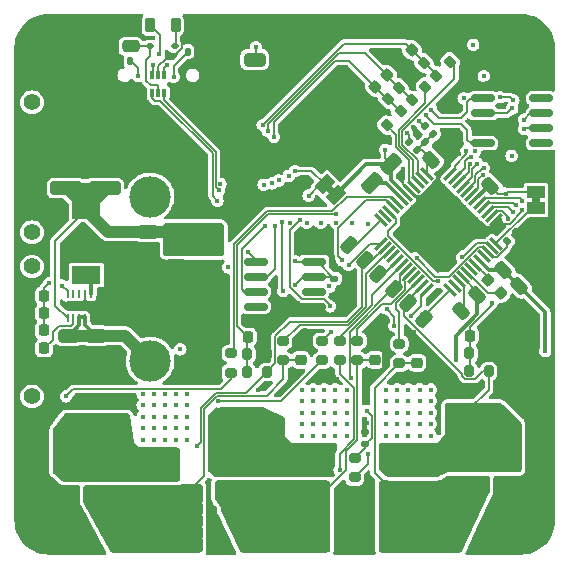
<source format=gbl>
%TF.GenerationSoftware,KiCad,Pcbnew,7.0.10*%
%TF.CreationDate,2024-01-24T14:53:36-05:00*%
%TF.ProjectId,MiniBLDC,4d696e69-424c-4444-932e-6b696361645f,rev?*%
%TF.SameCoordinates,Original*%
%TF.FileFunction,Copper,L4,Bot*%
%TF.FilePolarity,Positive*%
%FSLAX46Y46*%
G04 Gerber Fmt 4.6, Leading zero omitted, Abs format (unit mm)*
G04 Created by KiCad (PCBNEW 7.0.10) date 2024-01-24 14:53:36*
%MOMM*%
%LPD*%
G01*
G04 APERTURE LIST*
G04 Aperture macros list*
%AMRoundRect*
0 Rectangle with rounded corners*
0 $1 Rounding radius*
0 $2 $3 $4 $5 $6 $7 $8 $9 X,Y pos of 4 corners*
0 Add a 4 corners polygon primitive as box body*
4,1,4,$2,$3,$4,$5,$6,$7,$8,$9,$2,$3,0*
0 Add four circle primitives for the rounded corners*
1,1,$1+$1,$2,$3*
1,1,$1+$1,$4,$5*
1,1,$1+$1,$6,$7*
1,1,$1+$1,$8,$9*
0 Add four rect primitives between the rounded corners*
20,1,$1+$1,$2,$3,$4,$5,0*
20,1,$1+$1,$4,$5,$6,$7,0*
20,1,$1+$1,$6,$7,$8,$9,0*
20,1,$1+$1,$8,$9,$2,$3,0*%
%AMRotRect*
0 Rectangle, with rotation*
0 The origin of the aperture is its center*
0 $1 length*
0 $2 width*
0 $3 Rotation angle, in degrees counterclockwise*
0 Add horizontal line*
21,1,$1,$2,0,0,$3*%
G04 Aperture macros list end*
%TA.AperFunction,ComponentPad*%
%ADD10C,1.400000*%
%TD*%
%TA.AperFunction,ComponentPad*%
%ADD11R,3.500000X3.500000*%
%TD*%
%TA.AperFunction,ComponentPad*%
%ADD12C,3.500000*%
%TD*%
%TA.AperFunction,SMDPad,CuDef*%
%ADD13RoundRect,0.250000X-0.512652X-0.159099X-0.159099X-0.512652X0.512652X0.159099X0.159099X0.512652X0*%
%TD*%
%TA.AperFunction,SMDPad,CuDef*%
%ADD14RoundRect,0.250000X0.512652X0.159099X0.159099X0.512652X-0.512652X-0.159099X-0.159099X-0.512652X0*%
%TD*%
%TA.AperFunction,SMDPad,CuDef*%
%ADD15RotRect,1.000000X1.500000X135.000000*%
%TD*%
%TA.AperFunction,SMDPad,CuDef*%
%ADD16R,1.500000X1.000000*%
%TD*%
%TA.AperFunction,SMDPad,CuDef*%
%ADD17RoundRect,0.250000X0.650000X-0.325000X0.650000X0.325000X-0.650000X0.325000X-0.650000X-0.325000X0*%
%TD*%
%TA.AperFunction,SMDPad,CuDef*%
%ADD18RoundRect,0.250000X-0.650000X0.325000X-0.650000X-0.325000X0.650000X-0.325000X0.650000X0.325000X0*%
%TD*%
%TA.AperFunction,ComponentPad*%
%ADD19C,0.800000*%
%TD*%
%TA.AperFunction,ComponentPad*%
%ADD20C,5.000000*%
%TD*%
%TA.AperFunction,ConnectorPad*%
%ADD21C,5.600000*%
%TD*%
%TA.AperFunction,ComponentPad*%
%ADD22C,3.600000*%
%TD*%
%TA.AperFunction,SMDPad,CuDef*%
%ADD23RoundRect,0.250000X1.425000X-0.362500X1.425000X0.362500X-1.425000X0.362500X-1.425000X-0.362500X0*%
%TD*%
%TA.AperFunction,SMDPad,CuDef*%
%ADD24RoundRect,0.200000X-0.200000X-0.275000X0.200000X-0.275000X0.200000X0.275000X-0.200000X0.275000X0*%
%TD*%
%TA.AperFunction,SMDPad,CuDef*%
%ADD25RoundRect,0.200000X0.200000X0.275000X-0.200000X0.275000X-0.200000X-0.275000X0.200000X-0.275000X0*%
%TD*%
%TA.AperFunction,SMDPad,CuDef*%
%ADD26RoundRect,0.200000X0.053033X-0.335876X0.335876X-0.053033X-0.053033X0.335876X-0.335876X0.053033X0*%
%TD*%
%TA.AperFunction,SMDPad,CuDef*%
%ADD27RoundRect,0.200000X-0.053033X0.335876X-0.335876X0.053033X0.053033X-0.335876X0.335876X-0.053033X0*%
%TD*%
%TA.AperFunction,SMDPad,CuDef*%
%ADD28RoundRect,0.225000X-0.225000X-0.250000X0.225000X-0.250000X0.225000X0.250000X-0.225000X0.250000X0*%
%TD*%
%TA.AperFunction,SMDPad,CuDef*%
%ADD29RoundRect,0.225000X0.017678X-0.335876X0.335876X-0.017678X-0.017678X0.335876X-0.335876X0.017678X0*%
%TD*%
%TA.AperFunction,SMDPad,CuDef*%
%ADD30RoundRect,0.225000X-0.017678X0.335876X-0.335876X0.017678X0.017678X-0.335876X0.335876X-0.017678X0*%
%TD*%
%TA.AperFunction,SMDPad,CuDef*%
%ADD31RoundRect,0.225000X-0.335876X-0.017678X-0.017678X-0.335876X0.335876X0.017678X0.017678X0.335876X0*%
%TD*%
%TA.AperFunction,SMDPad,CuDef*%
%ADD32RoundRect,0.200000X0.275000X-0.200000X0.275000X0.200000X-0.275000X0.200000X-0.275000X-0.200000X0*%
%TD*%
%TA.AperFunction,SMDPad,CuDef*%
%ADD33RoundRect,0.250000X0.159099X-0.512652X0.512652X-0.159099X-0.159099X0.512652X-0.512652X0.159099X0*%
%TD*%
%TA.AperFunction,SMDPad,CuDef*%
%ADD34RoundRect,0.250000X1.100000X-0.325000X1.100000X0.325000X-1.100000X0.325000X-1.100000X-0.325000X0*%
%TD*%
%TA.AperFunction,SMDPad,CuDef*%
%ADD35RoundRect,0.225000X0.250000X-0.225000X0.250000X0.225000X-0.250000X0.225000X-0.250000X-0.225000X0*%
%TD*%
%TA.AperFunction,SMDPad,CuDef*%
%ADD36RoundRect,0.135000X0.035355X-0.226274X0.226274X-0.035355X-0.035355X0.226274X-0.226274X0.035355X0*%
%TD*%
%TA.AperFunction,SMDPad,CuDef*%
%ADD37RoundRect,0.150000X-0.825000X-0.150000X0.825000X-0.150000X0.825000X0.150000X-0.825000X0.150000X0*%
%TD*%
%TA.AperFunction,SMDPad,CuDef*%
%ADD38RotRect,5.003800X5.003800X315.000000*%
%TD*%
%TA.AperFunction,SMDPad,CuDef*%
%ADD39RotRect,0.279400X1.340599X315.000000*%
%TD*%
%TA.AperFunction,SMDPad,CuDef*%
%ADD40RotRect,0.279400X1.340599X225.000000*%
%TD*%
%TA.AperFunction,SMDPad,CuDef*%
%ADD41RoundRect,0.135000X0.226274X0.035355X0.035355X0.226274X-0.226274X-0.035355X-0.035355X-0.226274X0*%
%TD*%
%TA.AperFunction,SMDPad,CuDef*%
%ADD42RoundRect,0.225000X0.225000X0.250000X-0.225000X0.250000X-0.225000X-0.250000X0.225000X-0.250000X0*%
%TD*%
%TA.AperFunction,HeatsinkPad*%
%ADD43C,0.600000*%
%TD*%
%TA.AperFunction,SMDPad,CuDef*%
%ADD44RoundRect,0.250000X0.475000X-0.250000X0.475000X0.250000X-0.475000X0.250000X-0.475000X-0.250000X0*%
%TD*%
%TA.AperFunction,SMDPad,CuDef*%
%ADD45R,0.340000X0.700000*%
%TD*%
%TA.AperFunction,SMDPad,CuDef*%
%ADD46RoundRect,0.218750X-0.218750X-0.381250X0.218750X-0.381250X0.218750X0.381250X-0.218750X0.381250X0*%
%TD*%
%TA.AperFunction,SMDPad,CuDef*%
%ADD47RoundRect,0.135000X0.135000X0.185000X-0.135000X0.185000X-0.135000X-0.185000X0.135000X-0.185000X0*%
%TD*%
%TA.AperFunction,SMDPad,CuDef*%
%ADD48RoundRect,0.135000X0.185000X-0.135000X0.185000X0.135000X-0.185000X0.135000X-0.185000X-0.135000X0*%
%TD*%
%TA.AperFunction,SMDPad,CuDef*%
%ADD49RoundRect,0.135000X-0.226274X-0.035355X-0.035355X-0.226274X0.226274X0.035355X0.035355X0.226274X0*%
%TD*%
%TA.AperFunction,ComponentPad*%
%ADD50O,1.000000X1.800000*%
%TD*%
%TA.AperFunction,ComponentPad*%
%ADD51O,1.000000X2.100000*%
%TD*%
%TA.AperFunction,ComponentPad*%
%ADD52C,0.600000*%
%TD*%
%TA.AperFunction,SMDPad,CuDef*%
%ADD53R,2.000000X0.900000*%
%TD*%
%TA.AperFunction,SMDPad,CuDef*%
%ADD54RoundRect,0.062500X0.062500X-0.300000X0.062500X0.300000X-0.062500X0.300000X-0.062500X-0.300000X0*%
%TD*%
%TA.AperFunction,SMDPad,CuDef*%
%ADD55RoundRect,0.140000X0.170000X-0.140000X0.170000X0.140000X-0.170000X0.140000X-0.170000X-0.140000X0*%
%TD*%
%TA.AperFunction,SMDPad,CuDef*%
%ADD56RoundRect,0.135000X-0.135000X-0.185000X0.135000X-0.185000X0.135000X0.185000X-0.135000X0.185000X0*%
%TD*%
%TA.AperFunction,SMDPad,CuDef*%
%ADD57RoundRect,0.250000X-0.689429X-0.229810X-0.229810X-0.689429X0.689429X0.229810X0.229810X0.689429X0*%
%TD*%
%TA.AperFunction,SMDPad,CuDef*%
%ADD58R,2.400000X1.500000*%
%TD*%
%TA.AperFunction,SMDPad,CuDef*%
%ADD59RoundRect,0.112500X-0.187500X-0.112500X0.187500X-0.112500X0.187500X0.112500X-0.187500X0.112500X0*%
%TD*%
%TA.AperFunction,SMDPad,CuDef*%
%ADD60RoundRect,0.150000X0.825000X0.150000X-0.825000X0.150000X-0.825000X-0.150000X0.825000X-0.150000X0*%
%TD*%
%TA.AperFunction,ViaPad*%
%ADD61C,0.450000*%
%TD*%
%TA.AperFunction,ViaPad*%
%ADD62C,0.500000*%
%TD*%
%TA.AperFunction,Conductor*%
%ADD63C,1.000000*%
%TD*%
%TA.AperFunction,Conductor*%
%ADD64C,0.127000*%
%TD*%
%TA.AperFunction,Conductor*%
%ADD65C,0.500000*%
%TD*%
%TA.AperFunction,Conductor*%
%ADD66C,0.200000*%
%TD*%
%TA.AperFunction,Conductor*%
%ADD67C,0.300000*%
%TD*%
G04 APERTURE END LIST*
%TA.AperFunction,EtchedComponent*%
%TO.C,JP2*%
G36*
X160088909Y-112464645D02*
G01*
X159664645Y-112888909D01*
X159311091Y-112535355D01*
X159735355Y-112111091D01*
X160088909Y-112464645D01*
G37*
%TD.AperFunction*%
%TA.AperFunction,EtchedComponent*%
%TO.C,JP1*%
G36*
X177421750Y-113600000D02*
G01*
X176821750Y-113600000D01*
X176821750Y-113100000D01*
X177421750Y-113100000D01*
X177421750Y-113600000D01*
G37*
%TD.AperFunction*%
%TD*%
D10*
%TO.P,J13,*%
%TO.N,*%
X134450000Y-116085000D03*
X134450000Y-105085000D03*
D11*
%TO.P,J13,1,Pin_1*%
%TO.N,GND*%
X144450000Y-108085000D03*
D12*
%TO.P,J13,2,Pin_2*%
%TO.N,/VM*%
X144450000Y-113085000D03*
%TD*%
D13*
%TO.P,C10,1*%
%TO.N,/PHASE_W_RAW*%
X166278249Y-122078249D03*
%TO.P,C10,2*%
%TO.N,/Power/CW*%
X167621751Y-123421751D03*
%TD*%
D14*
%TO.P,C9,2*%
%TO.N,/Power/CV*%
X163728249Y-119578249D03*
%TO.P,C9,1*%
%TO.N,/PHASE_V_RAW*%
X165071751Y-120921751D03*
%TD*%
%TO.P,C8,1*%
%TO.N,/PHASE_U_RAW*%
X162671751Y-118471751D03*
%TO.P,C8,2*%
%TO.N,/Power/CU*%
X161328249Y-117128249D03*
%TD*%
D12*
%TO.P,J2,2,Pin_2*%
%TO.N,/VM*%
X144450000Y-126985000D03*
D11*
%TO.P,J2,1,Pin_1*%
%TO.N,GND*%
X144450000Y-121985000D03*
D10*
%TO.P,J2,*%
%TO.N,*%
X134450000Y-118985000D03*
X134450000Y-129985000D03*
%TD*%
D15*
%TO.P,JP2,1,A*%
%TO.N,/Power/5VOUT*%
X160159619Y-112959619D03*
%TO.P,JP2,2,B*%
%TO.N,+5V*%
X159240381Y-112040381D03*
%TD*%
D16*
%TO.P,JP1,1,A*%
%TO.N,+3V3*%
X177121750Y-112700000D03*
%TO.P,JP1,2,B*%
%TO.N,Net-(JP1-B)*%
X177121750Y-114000000D03*
%TD*%
D17*
%TO.P,C19,1*%
%TO.N,+3V3*%
X153300000Y-101475000D03*
%TO.P,C19,2*%
%TO.N,GND*%
X153300000Y-98525000D03*
%TD*%
D18*
%TO.P,C17,1*%
%TO.N,+3V3*%
X144300000Y-116024999D03*
%TO.P,C17,2*%
%TO.N,GND*%
X144300000Y-118974999D03*
%TD*%
D19*
%TO.P,J8,1,Pin_1*%
%TO.N,Net-(J8-Pin_1)*%
X147425000Y-140185000D03*
X146875825Y-141510825D03*
X146875825Y-138859175D03*
X145550000Y-142060000D03*
D20*
X145550000Y-140185000D03*
D19*
X145550000Y-138310000D03*
X144224175Y-141510825D03*
X144224175Y-138859175D03*
X143675000Y-140185000D03*
%TD*%
%TO.P,J7,1,Pin_1*%
%TO.N,Net-(J7-Pin_1)*%
X158225000Y-140185000D03*
X157675825Y-141510825D03*
X157675825Y-138859175D03*
X156350000Y-142060000D03*
D20*
X156350000Y-140185000D03*
D19*
X156350000Y-138310000D03*
X155024175Y-141510825D03*
X155024175Y-138859175D03*
X154475000Y-140185000D03*
%TD*%
%TO.P,J6,1,Pin_1*%
%TO.N,Net-(J6-Pin_1)*%
X169025000Y-140185000D03*
X168475825Y-141510825D03*
X168475825Y-138859175D03*
X167150000Y-142060000D03*
D20*
X167150000Y-140185000D03*
D19*
X167150000Y-138310000D03*
X165824175Y-141510825D03*
X165824175Y-138859175D03*
X165275000Y-140185000D03*
%TD*%
D21*
%TO.P,H4,1,1*%
%TO.N,GND*%
X175850000Y-140485000D03*
D22*
X175850000Y-140485000D03*
%TD*%
%TO.P,H3,1,1*%
%TO.N,GND*%
X135850000Y-140485000D03*
D21*
X135850000Y-140485000D03*
%TD*%
%TO.P,H2,1,1*%
%TO.N,GND*%
X175850000Y-100485000D03*
D22*
X175850000Y-100485000D03*
%TD*%
D21*
%TO.P,H1,1,1*%
%TO.N,GND*%
X135850000Y-100485000D03*
D22*
X135850000Y-100485000D03*
%TD*%
D23*
%TO.P,R11,2*%
%TO.N,/PHASE_U_RAW*%
X140750000Y-132275000D03*
%TO.P,R11,1*%
%TO.N,Net-(J8-Pin_1)*%
X140750000Y-138200000D03*
%TD*%
%TO.P,R7,2*%
%TO.N,/PHASE_V_RAW*%
X151800000Y-131875000D03*
%TO.P,R7,1*%
%TO.N,Net-(J7-Pin_1)*%
X151800000Y-137800000D03*
%TD*%
D24*
%TO.P,R28,1*%
%TO.N,/PHASE_W_FILTERED*%
X171475000Y-126350000D03*
%TO.P,R28,2*%
%TO.N,GND*%
X173125000Y-126350000D03*
%TD*%
D25*
%TO.P,R27,2*%
%TO.N,/PHASE_W_FILTERED*%
X171474751Y-127850000D03*
%TO.P,R27,1*%
%TO.N,/PHASE_W_RAW*%
X173124751Y-127850000D03*
%TD*%
D24*
%TO.P,R24,1*%
%TO.N,/PHASE_U_FILTERED*%
X152676011Y-126413195D03*
%TO.P,R24,2*%
%TO.N,GND*%
X154326011Y-126413195D03*
%TD*%
D25*
%TO.P,R23,1*%
%TO.N,/PHASE_U_RAW*%
X154325000Y-127925000D03*
%TO.P,R23,2*%
%TO.N,/PHASE_U_FILTERED*%
X152675000Y-127925000D03*
%TD*%
D26*
%TO.P,R22,2*%
%TO.N,GND*%
X168803225Y-100591746D03*
%TO.P,R22,1*%
%TO.N,/CUR_W*%
X167636499Y-101758472D03*
%TD*%
D27*
%TO.P,R21,2*%
%TO.N,/CUR_W*%
X168692150Y-102818609D03*
%TO.P,R21,1*%
%TO.N,/CURW_5V*%
X169858876Y-101651883D03*
%TD*%
D26*
%TO.P,R20,2*%
%TO.N,GND*%
X166705606Y-102687269D03*
%TO.P,R20,1*%
%TO.N,/CUR_V*%
X165538880Y-103853995D03*
%TD*%
D27*
%TO.P,R19,2*%
%TO.N,/CUR_V*%
X166595579Y-104915180D03*
%TO.P,R19,1*%
%TO.N,/CURV_5V*%
X167762305Y-103748454D03*
%TD*%
%TO.P,R18,2*%
%TO.N,GND*%
X163436104Y-105977134D03*
%TO.P,R18,1*%
%TO.N,/CUR_U*%
X164602830Y-104810408D03*
%TD*%
D26*
%TO.P,R17,2*%
%TO.N,/CUR_U*%
X165651591Y-105859168D03*
%TO.P,R17,1*%
%TO.N,/CURU_5V*%
X164484865Y-107025894D03*
%TD*%
D28*
%TO.P,C31,1*%
%TO.N,/PHASE_W_FILTERED*%
X171525000Y-124850000D03*
%TO.P,C31,2*%
%TO.N,GND*%
X173075000Y-124850000D03*
%TD*%
%TO.P,C29,2*%
%TO.N,GND*%
X154278370Y-124937651D03*
%TO.P,C29,1*%
%TO.N,/PHASE_U_FILTERED*%
X152728370Y-124937651D03*
%TD*%
D29*
%TO.P,C28,2*%
%TO.N,GND*%
X167730208Y-99565639D03*
%TO.P,C28,1*%
%TO.N,/CUR_W*%
X166634192Y-100661655D03*
%TD*%
%TO.P,C27,2*%
%TO.N,GND*%
X165619494Y-101676353D03*
%TO.P,C27,1*%
%TO.N,/CUR_V*%
X164523478Y-102772369D03*
%TD*%
D30*
%TO.P,C15,2*%
%TO.N,GND*%
X162413042Y-104878876D03*
%TO.P,C15,1*%
%TO.N,/CUR_U*%
X163509058Y-103782860D03*
%TD*%
D31*
%TO.P,C11,2*%
%TO.N,Net-(U1-CPI)*%
X174148008Y-121223008D03*
%TO.P,C11,1*%
%TO.N,Net-(U1-CPO)*%
X173051992Y-120126992D03*
%TD*%
D32*
%TO.P,R6,1*%
%TO.N,Net-(Q4-G)*%
X159000000Y-126925000D03*
%TO.P,R6,2*%
%TO.N,/Power/LSV*%
X159000000Y-125275000D03*
%TD*%
D33*
%TO.P,C7,1*%
%TO.N,/Power/VOFS*%
X168266341Y-109927184D03*
%TO.P,C7,2*%
%TO.N,GND*%
X169609843Y-108583682D03*
%TD*%
%TO.P,C6,2*%
%TO.N,GND*%
X174600000Y-110800000D03*
%TO.P,C6,1*%
%TO.N,+3V3*%
X173256498Y-112143502D03*
%TD*%
D34*
%TO.P,C33,2*%
%TO.N,GND*%
X137350000Y-109400000D03*
%TO.P,C33,1*%
%TO.N,+3V3*%
X137350000Y-112350000D03*
%TD*%
D35*
%TO.P,C25,1*%
%TO.N,Net-(J7-Pin_1)*%
X163500000Y-126875000D03*
%TO.P,C25,2*%
%TO.N,GND*%
X163500000Y-125325000D03*
%TD*%
D32*
%TO.P,R10,2*%
%TO.N,/Power/LSU*%
X151275000Y-126325000D03*
%TO.P,R10,1*%
%TO.N,Net-(Q6-G)*%
X151275000Y-127975000D03*
%TD*%
D34*
%TO.P,C21,1*%
%TO.N,+3V3*%
X140590001Y-112344999D03*
%TO.P,C21,2*%
%TO.N,GND*%
X140590001Y-109394999D03*
%TD*%
D36*
%TO.P,R29,1*%
%TO.N,/MCU/DRV_ENABLE*%
X174668706Y-116802743D03*
%TO.P,R29,2*%
%TO.N,GND*%
X175389954Y-116081495D03*
%TD*%
D37*
%TO.P,U5,8,NC*%
%TO.N,unconnected-(U5-NC-Pad8)*%
X177575000Y-108555000D03*
%TO.P,U5,7,CANH*%
%TO.N,Net-(J3-Pin_2)*%
X177575000Y-107285000D03*
%TO.P,U5,6,CANL*%
%TO.N,Net-(J3-Pin_1)*%
X177575000Y-106015000D03*
%TO.P,U5,5,NC*%
%TO.N,unconnected-(U5-NC-Pad5)*%
X177575000Y-104745000D03*
%TO.P,U5,4,R*%
%TO.N,/CAN_RX*%
X172625000Y-104745000D03*
%TO.P,U5,3,VCC*%
%TO.N,+3V3*%
X172625000Y-106015000D03*
%TO.P,U5,2,GND*%
%TO.N,GND*%
X172625000Y-107285000D03*
%TO.P,U5,1,D*%
%TO.N,/CAN_TX*%
X172625000Y-108555000D03*
%TD*%
D38*
%TO.P,U1,EPAD,EPAD*%
%TO.N,GND*%
X168861534Y-116056484D03*
D39*
%TO.P,U1,48,HSU*%
%TO.N,/Power/HSU*%
X163964465Y-117064465D03*
%TO.P,U1,47,U*%
%TO.N,/PHASE_U_RAW*%
X164318018Y-117418018D03*
%TO.P,U1,46,USENSE*%
%TO.N,/Power/SENSE_U*%
X164671573Y-117771573D03*
%TO.P,U1,45,NC*%
%TO.N,unconnected-(U1-NC-Pad45)*%
X165025125Y-118125126D03*
%TO.P,U1,44,CV*%
%TO.N,/Power/CV*%
X165378678Y-118478678D03*
%TO.P,U1,43,HSV*%
%TO.N,/Power/HSV*%
X165732232Y-118832232D03*
%TO.P,U1,42,V*%
%TO.N,/PHASE_V_RAW*%
X166085786Y-119185786D03*
%TO.P,U1,41,VSENSE*%
%TO.N,/Power/SENSE_V*%
X166439340Y-119539340D03*
%TO.P,U1,40,NC*%
%TO.N,unconnected-(U1-NC-Pad40)*%
X166792892Y-119892893D03*
%TO.P,U1,39,WSENSE*%
%TO.N,/Power/SENSE_W*%
X167146445Y-120246445D03*
%TO.P,U1,38,W*%
%TO.N,/PHASE_W_RAW*%
X167500000Y-120600000D03*
%TO.P,U1,37,HSW*%
%TO.N,/Power/HSW*%
X167853553Y-120953553D03*
D40*
%TO.P,U1,36,CW*%
%TO.N,/Power/CW*%
X169869515Y-120953553D03*
%TO.P,U1,35,NC*%
%TO.N,unconnected-(U1-NC-Pad35)*%
X170223068Y-120600000D03*
%TO.P,U1,34,VCP*%
%TO.N,Net-(U1-VCP)*%
X170576623Y-120246445D03*
%TO.P,U1,33,VS*%
%TO.N,/VM*%
X170930176Y-119892893D03*
%TO.P,U1,32,CPI*%
%TO.N,Net-(U1-CPI)*%
X171283728Y-119539340D03*
%TO.P,U1,31,NC*%
%TO.N,unconnected-(U1-NC-Pad31)*%
X171637282Y-119185786D03*
%TO.P,U1,30,CPO*%
%TO.N,Net-(U1-CPO)*%
X171990836Y-118832232D03*
%TO.P,U1,29,VSA*%
%TO.N,/VM*%
X172344390Y-118478678D03*
%TO.P,U1,28,NC*%
%TO.N,unconnected-(U1-NC-Pad28)*%
X172697943Y-118125126D03*
%TO.P,U1,27,DRV_EN*%
%TO.N,/MCU/DRV_ENABLE*%
X173051495Y-117771573D03*
%TO.P,U1,26,FAULT*%
%TO.N,/Power/FAULT*%
X173405050Y-117418018D03*
%TO.P,U1,25,SPE*%
%TO.N,Net-(JP1-B)*%
X173758603Y-117064465D03*
D39*
%TO.P,U1,24,CLK*%
%TO.N,GND*%
X173758603Y-115048503D03*
%TO.P,U1,23,WL*%
%TO.N,/MCU/WL*%
X173405050Y-114694950D03*
%TO.P,U1,22,WH*%
%TO.N,/MCU/WH*%
X173051495Y-114341395D03*
%TO.P,U1,21,VL*%
%TO.N,/MCU/VL*%
X172697943Y-113987842D03*
%TO.P,U1,20,VH*%
%TO.N,/MCU/VH*%
X172344390Y-113634290D03*
%TO.P,U1,19,VCC_IO*%
%TO.N,+3V3*%
X171990836Y-113280736D03*
%TO.P,U1,18,UL*%
%TO.N,/MCU/UL*%
X171637282Y-112927182D03*
%TO.P,U1,17,UH*%
%TO.N,/MCU/UH*%
X171283728Y-112573628D03*
%TO.P,U1,16,SDO_SINGLE*%
%TO.N,/MCU/DRV_MISO*%
X170930176Y-112220075D03*
%TO.P,U1,15,SDI_AMPLX10*%
%TO.N,/MCU/DRV_MOSI*%
X170576623Y-111866523D03*
%TO.P,U1,14,SCK_IDRV1*%
%TO.N,/MCU/DRV_SCK*%
X170223068Y-111512968D03*
%TO.P,U1,13,CSN_IDRV0*%
%TO.N,/MCU/DRV_NCS*%
X169869515Y-111159415D03*
D40*
%TO.P,U1,12,VOFS/TEST*%
%TO.N,/Power/VOFS*%
X167853553Y-111159415D03*
%TO.P,U1,11,CURW*%
%TO.N,/CURW_5V*%
X167500000Y-111512968D03*
%TO.P,U1,10,CURV*%
%TO.N,/CURV_5V*%
X167146445Y-111866523D03*
%TO.P,U1,9,CURU*%
%TO.N,/CURU_5V*%
X166792892Y-112220075D03*
%TO.P,U1,8,GNDA*%
%TO.N,GND*%
X166439340Y-112573628D03*
%TO.P,U1,7,5VOUT*%
%TO.N,/Power/5VOUT*%
X166085786Y-112927182D03*
%TO.P,U1,6,12VOUT*%
%TO.N,Net-(U1-12VOUT)*%
X165732232Y-113280736D03*
%TO.P,U1,5,LSU*%
%TO.N,/Power/LSU*%
X165378678Y-113634290D03*
%TO.P,U1,4,LSV*%
%TO.N,/Power/LSV*%
X165025125Y-113987842D03*
%TO.P,U1,3,LSW*%
%TO.N,/Power/LSW*%
X164671573Y-114341395D03*
%TO.P,U1,2,NC*%
%TO.N,unconnected-(U1-NC-Pad2)*%
X164318018Y-114694950D03*
%TO.P,U1,1,CU*%
%TO.N,/Power/CU*%
X163964465Y-115048503D03*
%TD*%
D41*
%TO.P,R14,1*%
%TO.N,/Power/VOFS*%
X167729330Y-108463367D03*
%TO.P,R14,2*%
%TO.N,GND*%
X167008082Y-107742119D03*
%TD*%
D23*
%TO.P,R3,1*%
%TO.N,Net-(J6-Pin_1)*%
X171400000Y-137400000D03*
%TO.P,R3,2*%
%TO.N,/PHASE_W_RAW*%
X171400000Y-131475000D03*
%TD*%
D33*
%TO.P,C12,1*%
%TO.N,Net-(U1-VCP)*%
X170796955Y-122724494D03*
%TO.P,C12,2*%
%TO.N,/VM*%
X172140457Y-121380992D03*
%TD*%
D42*
%TO.P,C35,1*%
%TO.N,Net-(IC2-SS)*%
X135464286Y-122929237D03*
%TO.P,C35,2*%
%TO.N,GND*%
X133914286Y-122929237D03*
%TD*%
D43*
%TO.P,U8,41,GND*%
%TO.N,GND*%
X160500000Y-107385000D03*
X160500000Y-105985000D03*
X159800000Y-108085000D03*
X159800000Y-106685000D03*
X159800000Y-105285000D03*
X159100000Y-107385000D03*
X159100000Y-105985000D03*
X158400000Y-108085000D03*
X158400000Y-106685000D03*
X158400000Y-105285000D03*
X157700000Y-107385000D03*
X157700000Y-105985000D03*
%TD*%
D35*
%TO.P,C24,1*%
%TO.N,Net-(J6-Pin_1)*%
X167050000Y-127125000D03*
%TO.P,C24,2*%
%TO.N,GND*%
X167050000Y-125575000D03*
%TD*%
D32*
%TO.P,R12,1*%
%TO.N,Net-(J8-Pin_1)*%
X155725000Y-126925000D03*
%TO.P,R12,2*%
%TO.N,/Power/SENSE_U*%
X155725000Y-125275000D03*
%TD*%
D18*
%TO.P,C38,1*%
%TO.N,/VM*%
X139864619Y-124849998D03*
%TO.P,C38,2*%
%TO.N,GND*%
X139864619Y-127799998D03*
%TD*%
D32*
%TO.P,R8,1*%
%TO.N,Net-(J7-Pin_1)*%
X162000000Y-126925000D03*
%TO.P,R8,2*%
%TO.N,/Power/SENSE_V*%
X162000000Y-125275000D03*
%TD*%
D33*
%TO.P,C14,1*%
%TO.N,/VM*%
X175715001Y-120642290D03*
%TO.P,C14,2*%
%TO.N,GND*%
X177058503Y-119298788D03*
%TD*%
D44*
%TO.P,C68,2*%
%TO.N,GND*%
X142800000Y-98450000D03*
%TO.P,C68,1*%
%TO.N,+5VD*%
X142800000Y-100350000D03*
%TD*%
D45*
%TO.P,D8,6,D1(0)*%
%TO.N,MCU_D+*%
X144635000Y-104275000D03*
%TO.P,D8,5,VBUS*%
%TO.N,+5VD*%
X145135000Y-104275000D03*
%TO.P,D8,4,D2(0)*%
%TO.N,MCU_D-*%
X145635000Y-104275000D03*
%TO.P,D8,3,D2(I)*%
%TO.N,USB_D-*%
X145635000Y-102775000D03*
%TO.P,D8,2,GND*%
%TO.N,GND*%
X145135000Y-102775000D03*
%TO.P,D8,1,D1(I)*%
%TO.N,USB_D+*%
X144635000Y-102775000D03*
%TD*%
D46*
%TO.P,L3,1,1*%
%TO.N,VBUS*%
X144472500Y-98547500D03*
%TO.P,L3,2,2*%
%TO.N,Net-(D11-A)*%
X146597500Y-98547500D03*
%TD*%
D47*
%TO.P,R31,1*%
%TO.N,GND*%
X148645000Y-100800000D03*
%TO.P,R31,2*%
%TO.N,Net-(J14-CC1)*%
X147625000Y-100800000D03*
%TD*%
D42*
%TO.P,C22,1*%
%TO.N,Net-(IC2-VCC)*%
X135470000Y-125900000D03*
%TO.P,C22,2*%
%TO.N,GND*%
X133920000Y-125900000D03*
%TD*%
D48*
%TO.P,R41,2*%
%TO.N,GND*%
X162650000Y-133000000D03*
%TO.P,R41,1*%
%TO.N,/PCB_TEMP*%
X162650000Y-134020000D03*
%TD*%
D49*
%TO.P,R15,1*%
%TO.N,/Power/5VOUT*%
X166337103Y-108405683D03*
%TO.P,R15,2*%
%TO.N,/Power/VOFS*%
X167058351Y-109126931D03*
%TD*%
%TO.P,R13,1*%
%TO.N,+3V3*%
X167683082Y-107067119D03*
%TO.P,R13,2*%
%TO.N,/Power/VOFS*%
X168404330Y-107788367D03*
%TD*%
D32*
%TO.P,TH1,2*%
%TO.N,/PCB_TEMP*%
X161761004Y-135198943D03*
%TO.P,TH1,1*%
%TO.N,+3V3*%
X161761004Y-136848943D03*
%TD*%
D42*
%TO.P,C36,1*%
%TO.N,Net-(IC2-SS)*%
X135464286Y-121450000D03*
%TO.P,C36,2*%
%TO.N,GND*%
X133914286Y-121450000D03*
%TD*%
D35*
%TO.P,C26,2*%
%TO.N,GND*%
X157200000Y-125325000D03*
%TO.P,C26,1*%
%TO.N,Net-(J8-Pin_1)*%
X157200000Y-126875000D03*
%TD*%
D50*
%TO.P,J14,S1,SHIELD*%
%TO.N,GND*%
X140835000Y-99120000D03*
D51*
X140835000Y-103300000D03*
D50*
X149475000Y-99120000D03*
D51*
X149475000Y-103300000D03*
%TD*%
D52*
%TO.P,IC2,11,GND_2*%
%TO.N,GND*%
X137760382Y-122350000D03*
D53*
X138460382Y-122350000D03*
D52*
X139160382Y-122350000D03*
D54*
%TO.P,IC2,10,LX*%
%TO.N,Net-(IC2-LX)*%
X139460382Y-121337500D03*
%TO.P,IC2,9,GND_1*%
%TO.N,GND*%
X138960382Y-121337500D03*
%TO.P,IC2,8,~{RESET}*%
%TO.N,unconnected-(IC2-~{RESET}-Pad8)*%
X138460382Y-121337500D03*
%TO.P,IC2,7,N.C./COMP*%
%TO.N,unconnected-(IC2-N.C.{slash}COMP-Pad7)*%
X137960382Y-121337500D03*
%TO.P,IC2,6,SS*%
%TO.N,Net-(IC2-SS)*%
X137460382Y-121337500D03*
%TO.P,IC2,5,FB/VO*%
%TO.N,+3V3*%
X137460382Y-123362500D03*
%TO.P,IC2,4,VCC*%
%TO.N,Net-(IC2-VCC)*%
X137960382Y-123362500D03*
%TO.P,IC2,3,EN/UVLO*%
%TO.N,/VM*%
X138460382Y-123362500D03*
%TO.P,IC2,2,VIN*%
X138960382Y-123362500D03*
%TO.P,IC2,1,PGND*%
%TO.N,GND*%
X139460382Y-123362500D03*
%TD*%
D32*
%TO.P,R4,2*%
%TO.N,/Power/SENSE_W*%
X165550000Y-125525000D03*
%TO.P,R4,1*%
%TO.N,Net-(J6-Pin_1)*%
X165550000Y-127175000D03*
%TD*%
D55*
%TO.P,C23,2*%
%TO.N,GND*%
X160050000Y-119045000D03*
%TO.P,C23,1*%
%TO.N,+3V3*%
X160050000Y-120005000D03*
%TD*%
D56*
%TO.P,R43,1*%
%TO.N,GND*%
X141765001Y-101600000D03*
%TO.P,R43,2*%
%TO.N,Net-(J14-CC2)*%
X142785001Y-101600000D03*
%TD*%
D32*
%TO.P,R5,2*%
%TO.N,/Power/HSV*%
X160500000Y-125275000D03*
%TO.P,R5,1*%
%TO.N,Net-(Q3-G)*%
X160500000Y-126925000D03*
%TD*%
D33*
%TO.P,C13,2*%
%TO.N,GND*%
X175668706Y-117902743D03*
%TO.P,C13,1*%
%TO.N,/VM*%
X174325204Y-119246245D03*
%TD*%
D18*
%TO.P,C16,1*%
%TO.N,+3V3*%
X146600001Y-116025001D03*
%TO.P,C16,2*%
%TO.N,GND*%
X146600001Y-118975001D03*
%TD*%
D57*
%TO.P,C5,1*%
%TO.N,GND*%
X161113771Y-109856188D03*
%TO.P,C5,2*%
%TO.N,Net-(U1-12VOUT)*%
X163199737Y-111942154D03*
%TD*%
%TO.P,C4,1*%
%TO.N,GND*%
X162753471Y-108207017D03*
%TO.P,C4,2*%
%TO.N,/Power/5VOUT*%
X164839437Y-110292983D03*
%TD*%
D18*
%TO.P,C37,2*%
%TO.N,GND*%
X137560382Y-127800000D03*
%TO.P,C37,1*%
%TO.N,/VM*%
X137560382Y-124850000D03*
%TD*%
D58*
%TO.P,L1,2,2*%
%TO.N,Net-(IC2-LX)*%
X139050000Y-119700000D03*
%TO.P,L1,1,1*%
%TO.N,+3V3*%
X139050000Y-114200000D03*
%TD*%
D42*
%TO.P,C34,1*%
%TO.N,Net-(IC2-SS)*%
X135464286Y-124400000D03*
%TO.P,C34,2*%
%TO.N,GND*%
X133914286Y-124400000D03*
%TD*%
D59*
%TO.P,D11,1,K*%
%TO.N,+5VD*%
X144422500Y-100347500D03*
%TO.P,D11,2,A*%
%TO.N,Net-(D11-A)*%
X146522500Y-100347500D03*
%TD*%
D60*
%TO.P,U2,1,VDD*%
%TO.N,+3V3*%
X158325000Y-118580000D03*
%TO.P,U2,2,MODE*%
X158325000Y-119850000D03*
%TO.P,U2,3,ANALOG/PWM*%
%TO.N,unconnected-(U2-ANALOG{slash}PWM-Pad3)*%
X158325000Y-121120000D03*
%TO.P,U2,4,GND*%
%TO.N,GND*%
X158325000Y-122390000D03*
%TO.P,U2,5,PUSH*%
%TO.N,unconnected-(U2-PUSH-Pad5)*%
X153375000Y-122390000D03*
%TO.P,U2,6,A/U/SDA/DO*%
%TO.N,/MCU/MAG_DO*%
X153375000Y-121120000D03*
%TO.P,U2,7,B/V/SCL/CLK*%
%TO.N,/MCU/MAG_CLK*%
X153375000Y-119850000D03*
%TO.P,U2,8,Z/W/CSN*%
%TO.N,/MCU/MAG_CSN*%
X153375000Y-118580000D03*
%TD*%
D61*
%TO.N,GND*%
X150300000Y-106100000D03*
%TO.N,+3V3*%
X149550000Y-117550000D03*
X148550000Y-117550000D03*
X150050000Y-117050000D03*
X149050000Y-117049494D03*
X148050000Y-117050000D03*
X148550000Y-116550000D03*
X149550000Y-116550000D03*
X150050000Y-116050000D03*
X149050000Y-116050000D03*
X148050000Y-116050000D03*
%TO.N,GND*%
X133800000Y-113600000D03*
X133800000Y-112100000D03*
X134550000Y-114350000D03*
X134550000Y-112850000D03*
X133800000Y-107600000D03*
X133800000Y-109100000D03*
X133800000Y-110600000D03*
X134550000Y-111350000D03*
X134550000Y-109850000D03*
X134550000Y-108350000D03*
X134550000Y-106850000D03*
%TO.N,MCU_D+*%
X150148197Y-113401803D03*
%TO.N,MCU_D-*%
X150250000Y-112550000D03*
%TO.N,Net-(IC2-SS)*%
X137000000Y-120600000D03*
X135900000Y-120400000D03*
%TO.N,GND*%
X175800000Y-127500000D03*
X175800000Y-128500000D03*
X175800000Y-126500000D03*
X175300000Y-126000000D03*
X175300000Y-127000000D03*
X175300000Y-128000000D03*
X175300000Y-129000000D03*
X174800000Y-128500000D03*
X174800000Y-127500000D03*
X174800000Y-126500000D03*
X174300000Y-126000000D03*
X164150000Y-123150000D03*
X171950000Y-129150000D03*
D62*
%TO.N,/PHASE_W_RAW*%
X164750000Y-136250000D03*
X164750000Y-134300000D03*
D61*
%TO.N,GND*%
X168900000Y-118475000D03*
X167775000Y-115325000D03*
X166975000Y-115350000D03*
%TO.N,+3V3*%
X171950000Y-109207000D03*
%TO.N,/HALL1*%
X174100000Y-104650000D03*
X175200000Y-104900000D03*
%TO.N,+3V3*%
X171000000Y-104750000D03*
%TO.N,GND*%
X173000000Y-103450000D03*
%TO.N,+3V3*%
X172700000Y-102850000D03*
X171800000Y-100205000D03*
%TO.N,GND*%
X174300000Y-127000000D03*
X174300000Y-128000000D03*
X174300000Y-129000000D03*
X148800000Y-128200000D03*
X148800000Y-127400000D03*
X149300000Y-127100000D03*
X149300000Y-127800000D03*
X149300000Y-128600000D03*
X159900000Y-127900000D03*
X160300000Y-128500000D03*
X158900000Y-127900000D03*
X159400000Y-128500000D03*
X158400000Y-128500000D03*
X156800000Y-128000000D03*
X153600000Y-129400000D03*
X154200000Y-128900000D03*
X163050000Y-128450000D03*
X162250000Y-107250000D03*
X175965817Y-114196069D03*
%TO.N,+3V3*%
X174550000Y-112809086D03*
%TO.N,GND*%
X157550000Y-124350000D03*
%TO.N,+3V3*%
X150400000Y-111975000D03*
%TO.N,GND*%
X177400000Y-110500000D03*
X148700000Y-113700000D03*
%TO.N,+5V*%
X156700000Y-110900000D03*
X175050000Y-109600000D03*
%TO.N,GND*%
X175050000Y-112050000D03*
%TO.N,/V_M_FILTERED*%
X157150000Y-115050000D03*
X159679001Y-122350000D03*
%TO.N,/VM*%
X177900000Y-126150000D03*
X170318803Y-126931197D03*
%TO.N,GND*%
X168350000Y-121600000D03*
X155000000Y-123850000D03*
%TO.N,/MCU/DRV_ENABLE*%
X167009512Y-118240487D03*
%TO.N,/Power/LSW*%
X168850000Y-120250000D03*
%TO.N,Net-(J6-Pin_1)*%
X164800000Y-138100000D03*
X165300000Y-137600000D03*
X164300000Y-137600000D03*
X164300000Y-138600000D03*
X170300000Y-138700000D03*
X170300000Y-139700000D03*
X170300000Y-140700000D03*
X169300000Y-142700000D03*
X169800000Y-142200000D03*
X170300000Y-142700000D03*
X170300000Y-141700000D03*
X164800000Y-142200000D03*
X164300000Y-141700000D03*
X165300000Y-142700000D03*
X164300000Y-142700000D03*
%TO.N,Net-(J7-Pin_1)*%
X152979899Y-139171573D03*
X152479897Y-142671573D03*
X158279898Y-142671573D03*
X158779898Y-142171573D03*
X159279898Y-141671573D03*
X152979897Y-142171573D03*
X153479897Y-141671572D03*
X152979899Y-141171572D03*
X153479897Y-142671573D03*
X152479898Y-141671572D03*
X154479899Y-142671573D03*
X152479899Y-139671573D03*
X152979899Y-140171573D03*
X159279898Y-142671573D03*
X152479899Y-140671573D03*
X153979899Y-142171573D03*
%TO.N,Net-(J8-Pin_1)*%
X143100000Y-142200000D03*
X143600000Y-142700000D03*
X147400000Y-142700000D03*
X147900000Y-142200000D03*
X148400000Y-141700000D03*
X148400000Y-142700000D03*
X142600000Y-141700000D03*
X141600000Y-139700000D03*
X142100000Y-140200000D03*
X142100000Y-141200000D03*
X141600000Y-140700000D03*
X141600000Y-141700000D03*
X142100000Y-142200000D03*
X142600000Y-142700000D03*
X141600000Y-142700000D03*
%TO.N,GND*%
X134500000Y-133600000D03*
X133500000Y-133600000D03*
X134500000Y-132600000D03*
X135000000Y-132100000D03*
X133500000Y-132600000D03*
X134000000Y-132100000D03*
X135000000Y-133100000D03*
X134000000Y-133100000D03*
X135000000Y-135100000D03*
X134000000Y-136100000D03*
X134000000Y-135100000D03*
X135000000Y-134100000D03*
X134500000Y-135600000D03*
X133500000Y-135600000D03*
X133500000Y-134600000D03*
X134500000Y-134600000D03*
X134000000Y-134100000D03*
X135000000Y-136100000D03*
X162300000Y-138500000D03*
X161300000Y-138500000D03*
X161800000Y-139000000D03*
X160800000Y-139000000D03*
X162800000Y-139000000D03*
X162300000Y-139500000D03*
X161300000Y-139500000D03*
X149900000Y-139500000D03*
X149400000Y-139000000D03*
X149400000Y-140000000D03*
X149900000Y-142500000D03*
X149900000Y-141500000D03*
X150400000Y-142000000D03*
X149400000Y-142000000D03*
X149400000Y-141000000D03*
X150400000Y-141000000D03*
X149900000Y-140500000D03*
X150900000Y-142500000D03*
X162300000Y-142500000D03*
X161300000Y-142500000D03*
X162800000Y-142000000D03*
X162300000Y-141500000D03*
X160800000Y-142000000D03*
X161800000Y-142000000D03*
X161300000Y-141500000D03*
X160800000Y-141000000D03*
X161800000Y-141000000D03*
X162800000Y-141000000D03*
X162300000Y-140500000D03*
X161300000Y-140500000D03*
X162800000Y-140000000D03*
X161800000Y-140000000D03*
X160800000Y-140000000D03*
%TO.N,/MCU/DRV_MISO*%
X154056197Y-112056197D03*
%TO.N,/CUR_W*%
X153984500Y-107000000D03*
%TO.N,/CUR_V*%
X154400000Y-107500000D03*
%TO.N,/CUR_U*%
X154934500Y-108000000D03*
%TO.N,+5V*%
X157875000Y-112975000D03*
X155625000Y-115225000D03*
%TO.N,/PHASE_U_FILTERED*%
X160206303Y-114581303D03*
%TO.N,+5V*%
X155700000Y-121075000D03*
%TO.N,+3V3*%
X159625000Y-120675000D03*
%TO.N,/Power/FAULT*%
X170843697Y-118143697D03*
%TO.N,/MCU/UH*%
X172675000Y-110625000D03*
%TO.N,/MCU/UL*%
X172600000Y-111250000D03*
%TO.N,/Power/5VOUT*%
X164350000Y-109100000D03*
%TO.N,+3V3*%
X164500000Y-122600000D03*
X165121374Y-124000000D03*
X162900000Y-134900000D03*
%TO.N,Net-(Q3-G)*%
X160500000Y-136200000D03*
%TO.N,GND*%
X165000000Y-98500000D03*
X161000000Y-98500000D03*
X163000000Y-98500000D03*
X159250000Y-98500000D03*
X157250000Y-98500000D03*
%TO.N,+3V3*%
X156700000Y-120550000D03*
X156700000Y-118550000D03*
%TO.N,GND*%
X159900000Y-118175000D03*
%TO.N,/MCU/DRV_NCS*%
X156200000Y-111300000D03*
%TO.N,/MCU/MAG_DO*%
X154150000Y-115525000D03*
%TO.N,+3V3*%
X151050000Y-119050000D03*
%TO.N,/MCU/MAG_CLK*%
X155025000Y-115525000D03*
%TO.N,/MCU/MAG_CSN*%
X152700000Y-117775000D03*
%TO.N,/PHASE_U_RAW*%
X148400000Y-134175000D03*
%TO.N,Net-(Q6-G)*%
X137325000Y-129975000D03*
%TO.N,/Power/HSU*%
X161250000Y-118850000D03*
%TO.N,/Power/LSV*%
X159750000Y-124525000D03*
X160700000Y-118450000D03*
%TO.N,Net-(Q4-G)*%
X150225000Y-130400000D03*
%TO.N,/PHASE_V_RAW*%
X161450000Y-128425000D03*
%TO.N,/Power/HSW*%
X166550000Y-123150000D03*
%TO.N,/PCB_TEMP*%
X162777000Y-131200000D03*
%TO.N,GND*%
X162777000Y-132250000D03*
X165900000Y-110750000D03*
%TO.N,/MCU/DRV_NCS*%
X171200000Y-109200000D03*
%TO.N,/MCU/DRV_SCK*%
X155350000Y-111700000D03*
X171650000Y-109700000D03*
%TO.N,/MCU/DRV_MOSI*%
X154750000Y-111950000D03*
X171546854Y-110291410D03*
%TO.N,/MCU/DRV_MISO*%
X172133913Y-110291957D03*
%TO.N,/MCU/UH*%
X156250000Y-115300000D03*
%TO.N,/MCU/UL*%
X157700000Y-115300000D03*
%TO.N,/MCU/VH*%
X158900000Y-115300000D03*
X175900000Y-113400000D03*
%TO.N,/MCU/VL*%
X175400000Y-113800000D03*
X160200000Y-115300000D03*
%TO.N,/MCU/WH*%
X161500000Y-115300000D03*
X175200000Y-114400000D03*
%TO.N,/MCU/WL*%
X174750000Y-114950000D03*
X162900000Y-115400000D03*
%TO.N,/PHASE_W_FILTERED*%
X173400000Y-122050000D03*
%TO.N,GND*%
X166750000Y-124550000D03*
X176200000Y-116100000D03*
X178400000Y-119300000D03*
X176600000Y-117400000D03*
%TO.N,+3V3*%
X175106000Y-105600000D03*
%TO.N,GND*%
X174875000Y-107375000D03*
X170600000Y-109500000D03*
X174275000Y-105300000D03*
%TO.N,+3V3*%
X167243803Y-106643803D03*
%TO.N,GND*%
X166743803Y-107143803D03*
%TO.N,/CAN_TX*%
X167804601Y-106196532D03*
%TO.N,/CAN_RX*%
X168247998Y-105700000D03*
%TO.N,/Power/5VOUT*%
X166200000Y-107700000D03*
%TO.N,GND*%
X175170442Y-123984893D03*
X153200000Y-99500000D03*
%TO.N,+3V3*%
X153400000Y-100400000D03*
%TO.N,GND*%
X157000000Y-122100000D03*
X137868332Y-110297105D03*
X139850054Y-110300054D03*
%TO.N,/VM*%
X147000000Y-126000000D03*
%TO.N,GND*%
X150350000Y-126150000D03*
X148800000Y-126250000D03*
%TO.N,Net-(J3-Pin_2)*%
X176100000Y-107350000D03*
%TO.N,Net-(J3-Pin_1)*%
X176100000Y-106550000D03*
D62*
%TO.N,/PHASE_W_RAW*%
X171000000Y-135200000D03*
X172000000Y-135200000D03*
X173000000Y-135200000D03*
X173000000Y-134200000D03*
X173000000Y-133200000D03*
X172000000Y-133200000D03*
X171000000Y-133200000D03*
X171000000Y-134200000D03*
X172000000Y-134200000D03*
%TO.N,/PHASE_V_RAW*%
X152450000Y-135200000D03*
X153450000Y-135200000D03*
X154450000Y-135200000D03*
X154450000Y-134200000D03*
X154450000Y-133200000D03*
X153450000Y-133200000D03*
X152450000Y-133200000D03*
X152450000Y-134200000D03*
X153450000Y-134200000D03*
%TO.N,/PHASE_U_RAW*%
X139050000Y-135650000D03*
X140050000Y-135650000D03*
X141050000Y-135650000D03*
X141050000Y-133610000D03*
X140030000Y-133650000D03*
X139050000Y-133650000D03*
X139050000Y-134650000D03*
X141050000Y-134650000D03*
X140050000Y-134650000D03*
X136600000Y-135200001D03*
X136600000Y-134200000D03*
X137099999Y-135700000D03*
X136600000Y-133200000D03*
X137100000Y-132700000D03*
X137100000Y-133700000D03*
X137100000Y-134700000D03*
X136600000Y-136200000D03*
X137105000Y-136700000D03*
%TO.N,/PHASE_W_RAW*%
X166750000Y-134300000D03*
X165750000Y-134300000D03*
X167750001Y-134300000D03*
X167750001Y-136250000D03*
X168750000Y-136250000D03*
X166750000Y-136250000D03*
X165750000Y-136250000D03*
%TO.N,/PHASE_V_RAW*%
X158550000Y-134300000D03*
X156550000Y-134300000D03*
X157549999Y-134300000D03*
X159550000Y-134300000D03*
X157549999Y-136300000D03*
X158550000Y-136300000D03*
X159550000Y-136300000D03*
X156550000Y-136300000D03*
%TO.N,/PHASE_U_RAW*%
X146250000Y-136550000D03*
X144250000Y-136550000D03*
X143250000Y-136550000D03*
X145249999Y-136550000D03*
X144250000Y-134700000D03*
X145249999Y-134700000D03*
X143250000Y-134700000D03*
X146250000Y-134700000D03*
%TO.N,/PHASE_W_RAW*%
X174810000Y-135750000D03*
X175310000Y-135250000D03*
X174810000Y-134750000D03*
X175310000Y-134250000D03*
X174810000Y-133750000D03*
X175310000Y-133250000D03*
X174810000Y-132750000D03*
X175310000Y-132250000D03*
X174810000Y-131750000D03*
%TO.N,/PHASE_V_RAW*%
X150300000Y-136250000D03*
X150300000Y-135250000D03*
X149800000Y-135750000D03*
X149800000Y-134750000D03*
X150300000Y-134250000D03*
X150300000Y-133250000D03*
X149800000Y-133750000D03*
X149795000Y-132750000D03*
D61*
%TO.N,VBUS*%
X145200000Y-101000000D03*
%TO.N,USB_D-*%
X145900000Y-101927000D03*
%TO.N,USB_D+*%
X144690374Y-101927000D03*
%TO.N,Net-(J14-CC1)*%
X146435000Y-102920000D03*
%TO.N,GND*%
X148685000Y-102120000D03*
%TO.N,Net-(J14-CC2)*%
X143435000Y-102870000D03*
%TO.N,GND*%
X164556153Y-101713553D03*
X166696387Y-99639265D03*
X162501339Y-103801339D03*
X173000000Y-123900000D03*
%TO.N,/VM*%
X160129740Y-129400000D03*
X161079740Y-129400000D03*
X159179740Y-129400000D03*
X158229740Y-129400000D03*
X157279739Y-129400000D03*
X157279740Y-132300000D03*
X160129740Y-131350000D03*
X161079740Y-131350000D03*
X159179740Y-131350000D03*
X160129740Y-130350000D03*
X158229740Y-131350000D03*
X158229739Y-130350000D03*
X160129740Y-132300000D03*
X161079740Y-133300000D03*
X158229739Y-133300000D03*
X161079740Y-130350000D03*
X159179740Y-132300000D03*
X159179740Y-130350000D03*
X157279740Y-131350000D03*
X161079740Y-132300000D03*
X158229740Y-132300000D03*
X157279740Y-130350000D03*
X157279740Y-133300000D03*
X159179740Y-133300000D03*
X160129740Y-133300000D03*
X146660000Y-129765000D03*
X147610000Y-129765000D03*
X145710000Y-129765000D03*
X144760000Y-129765000D03*
X143810000Y-129765000D03*
X143810000Y-132665000D03*
X146660000Y-131715000D03*
X147610000Y-131715000D03*
X145710000Y-131715000D03*
X146660000Y-130715000D03*
X144760000Y-131715000D03*
X144760000Y-130715000D03*
X146660000Y-132665000D03*
X147610000Y-133665000D03*
X144760000Y-133665000D03*
X147610000Y-130715000D03*
X145710000Y-132665000D03*
X145710000Y-130715000D03*
X143810000Y-131715000D03*
X147610000Y-132665000D03*
X144760000Y-132665000D03*
X143810000Y-130715000D03*
X143810000Y-133665000D03*
X145710000Y-133665000D03*
X146660000Y-133665000D03*
X164410000Y-133300000D03*
X167260000Y-133300000D03*
X166310000Y-133300000D03*
X168210000Y-133300000D03*
X165360000Y-133300000D03*
X167260000Y-132300000D03*
X168210000Y-132300000D03*
X166310000Y-132300000D03*
X165360000Y-132300000D03*
X164410000Y-132300000D03*
X167260000Y-131350000D03*
X165360000Y-131350000D03*
X168210000Y-131350000D03*
X166310000Y-131350000D03*
X164410000Y-131350000D03*
X167260000Y-130350000D03*
X168210000Y-130350000D03*
X166310000Y-130350000D03*
X165360000Y-130350000D03*
X164410000Y-130350000D03*
X168210000Y-129400000D03*
X167260000Y-129400000D03*
X166310000Y-129400000D03*
X165360000Y-129400000D03*
X164410000Y-129400000D03*
%TD*%
D63*
%TO.N,+3V3*%
X140874999Y-116024999D02*
X144300000Y-116024999D01*
X139050000Y-114200000D02*
X140874999Y-116024999D01*
%TO.N,GND*%
X146599999Y-118974999D02*
X146600001Y-118975001D01*
X144300000Y-118974999D02*
X146599999Y-118974999D01*
X144300000Y-121835000D02*
X144450000Y-121985000D01*
X144300000Y-118974999D02*
X144300000Y-121835000D01*
D64*
%TO.N,MCU_D+*%
X144635000Y-104752000D02*
X144635000Y-104275000D01*
X144833000Y-104950000D02*
X144635000Y-104752000D01*
X145310000Y-104950000D02*
X144833000Y-104950000D01*
X149730500Y-112984106D02*
X149730500Y-109370500D01*
X149730500Y-109370500D02*
X145310000Y-104950000D01*
X150148197Y-113401803D02*
X149730500Y-112984106D01*
%TO.N,MCU_D-*%
X149984500Y-109265290D02*
X145635000Y-104915790D01*
X145635000Y-104915790D02*
X145635000Y-104275000D01*
X149984500Y-112284500D02*
X149984500Y-109265290D01*
X150250000Y-112550000D02*
X149984500Y-112284500D01*
D65*
%TO.N,GND*%
X144235000Y-122200000D02*
X138600000Y-122200000D01*
X144450000Y-121985000D02*
X144235000Y-122200000D01*
D66*
X138810381Y-122350000D02*
X138460382Y-122350000D01*
X139460382Y-123000001D02*
X138810381Y-122350000D01*
X139460382Y-123362500D02*
X139460382Y-123000001D01*
X138960382Y-121337500D02*
X138960382Y-121850000D01*
X138960382Y-121850000D02*
X138460382Y-122350000D01*
D63*
%TO.N,+3V3*%
X144300000Y-116025000D02*
X146600001Y-116025001D01*
D67*
%TO.N,/VM*%
X138460382Y-123950000D02*
X138460382Y-123362500D01*
X137560382Y-124850000D02*
X138460382Y-123950000D01*
X138960382Y-123945761D02*
X138960382Y-123362500D01*
X139864619Y-124849998D02*
X138960382Y-123945761D01*
D66*
%TO.N,Net-(IC2-VCC)*%
X136705876Y-124048000D02*
X136200000Y-124553876D01*
X137960382Y-123839618D02*
X137752000Y-124048000D01*
X137752000Y-124048000D02*
X136705876Y-124048000D01*
X137960382Y-123362500D02*
X137960382Y-123839618D01*
X136200000Y-124553876D02*
X136200000Y-125170000D01*
X136200000Y-125170000D02*
X135470000Y-125900000D01*
%TO.N,Net-(IC2-SS)*%
X137460382Y-121060382D02*
X137460382Y-121337500D01*
X137000000Y-120600000D02*
X137460382Y-121060382D01*
X135464286Y-120835714D02*
X135900000Y-120400000D01*
X135464286Y-121450000D02*
X135464286Y-120835714D01*
X135464286Y-124400000D02*
X135464286Y-121450000D01*
%TO.N,+3V3*%
X136400000Y-122302118D02*
X137460382Y-123362500D01*
X139050000Y-114200000D02*
X136400000Y-116850000D01*
X136400000Y-116850000D02*
X136400000Y-122302118D01*
D67*
%TO.N,Net-(IC2-LX)*%
X139460382Y-120110382D02*
X139050000Y-119700000D01*
X139460382Y-121337500D02*
X139460382Y-120110382D01*
D63*
%TO.N,/VM*%
X142314998Y-124849998D02*
X144450000Y-126985000D01*
X139864619Y-124849998D02*
X142314998Y-124849998D01*
%TO.N,+3V3*%
X139050000Y-114050000D02*
X139050000Y-114200000D01*
X139050000Y-114200000D02*
X139050000Y-113885000D01*
D64*
%TO.N,/Power/LSV*%
X164387283Y-113350000D02*
X165025125Y-113987842D01*
X162750000Y-113350000D02*
X164387283Y-113350000D01*
X160700000Y-118450000D02*
X160370199Y-118120199D01*
X160370199Y-118120199D02*
X160370199Y-115729801D01*
X160370199Y-115729801D02*
X162750000Y-113350000D01*
D67*
%TO.N,/VM*%
X172140457Y-123043373D02*
X172140457Y-121380992D01*
X170318803Y-124865027D02*
X172140457Y-123043373D01*
X170318803Y-126931197D02*
X170318803Y-124865027D01*
D64*
%TO.N,/PHASE_V_RAW*%
X165609735Y-120383767D02*
X165609735Y-119661837D01*
X165609735Y-119661837D02*
X166085786Y-119185786D01*
X165071751Y-120921751D02*
X165609735Y-120383767D01*
X164904725Y-120921751D02*
X165071751Y-120921751D01*
X161334500Y-124491976D02*
X164904725Y-120921751D01*
X161450000Y-128425000D02*
X161334500Y-128309500D01*
X161334500Y-128309500D02*
X161334500Y-124491976D01*
%TO.N,/Power/SENSE_U*%
X164558411Y-117771573D02*
X164671573Y-117771573D01*
X162725000Y-119604984D02*
X164558411Y-117771573D01*
X162725000Y-122383056D02*
X162725000Y-119604984D01*
X161204056Y-123904000D02*
X162725000Y-122383056D01*
X155725000Y-125275000D02*
X157096000Y-123904000D01*
X157096000Y-123904000D02*
X161204056Y-123904000D01*
%TO.N,/PHASE_U_RAW*%
X162350000Y-118793502D02*
X162671751Y-118471751D01*
X162350000Y-122398846D02*
X162350000Y-118793502D01*
X161098846Y-123650000D02*
X162350000Y-122398846D01*
X155059500Y-124907708D02*
X156317208Y-123650000D01*
X156317208Y-123650000D02*
X161098846Y-123650000D01*
X155059500Y-127190500D02*
X155059500Y-124907708D01*
X154325000Y-127925000D02*
X155059500Y-127190500D01*
%TO.N,/Power/LSW*%
X168431419Y-120250000D02*
X168850000Y-120250000D01*
X164600000Y-116418581D02*
X168431419Y-120250000D01*
X165275000Y-114944822D02*
X165275000Y-115325000D01*
X164671573Y-114341395D02*
X165275000Y-114944822D01*
X165275000Y-115325000D02*
X164600000Y-116000000D01*
X164600000Y-116000000D02*
X164600000Y-116418581D01*
D66*
%TO.N,GND*%
X169106259Y-111222137D02*
X167345065Y-112983331D01*
X170600000Y-109500000D02*
X169106259Y-110993741D01*
X169106259Y-110993741D02*
X169106259Y-111222137D01*
X169683682Y-108583682D02*
X170600000Y-109500000D01*
X169609843Y-108583682D02*
X169683682Y-108583682D01*
X167207856Y-113120540D02*
X167207856Y-113342144D01*
X167345065Y-112983331D02*
X167207856Y-113120540D01*
X167207856Y-113342144D02*
X166439340Y-112573628D01*
X168861534Y-114995822D02*
X167207856Y-113342144D01*
X167345065Y-112983331D02*
X167308565Y-113019831D01*
X167308565Y-113019831D02*
X166885543Y-113019831D01*
X166885543Y-113019831D02*
X166439340Y-112573628D01*
X168861534Y-116056484D02*
X168861534Y-114995822D01*
D64*
%TO.N,Net-(J3-Pin_1)*%
X176635000Y-106015000D02*
X177575000Y-106015000D01*
X176100000Y-106550000D02*
X176635000Y-106015000D01*
%TO.N,/HALL1*%
X174950000Y-104650000D02*
X174100000Y-104650000D01*
X175200000Y-104900000D02*
X174950000Y-104650000D01*
%TO.N,GND*%
X174785000Y-107285000D02*
X172625000Y-107285000D01*
X174875000Y-107375000D02*
X174785000Y-107285000D01*
%TO.N,/Power/HSU*%
X161250000Y-118850000D02*
X163035535Y-117064465D01*
X163035535Y-117064465D02*
X163964465Y-117064465D01*
%TO.N,/PHASE_W_RAW*%
X172600000Y-127850000D02*
X173124751Y-127850000D01*
X171934500Y-128515500D02*
X172600000Y-127850000D01*
X170884251Y-128292292D02*
X171107459Y-128515500D01*
X165956782Y-123156782D02*
X170884251Y-128084251D01*
X165956782Y-122203146D02*
X165956782Y-123156782D01*
X166292658Y-121807342D02*
X166292658Y-121867270D01*
X166292658Y-121867270D02*
X165956782Y-122203146D01*
X167500000Y-120600000D02*
X166292658Y-121807342D01*
X170884251Y-128084251D02*
X170884251Y-128292292D01*
X171107459Y-128515500D02*
X171934500Y-128515500D01*
%TO.N,GND*%
X167050000Y-124850000D02*
X167050000Y-125575000D01*
X166750000Y-124550000D02*
X167050000Y-124850000D01*
%TO.N,/Power/SENSE_W*%
X167133539Y-120246445D02*
X167146445Y-120246445D01*
X165270199Y-122109785D02*
X167133539Y-120246445D01*
%TO.N,/Power/HSW*%
X167400000Y-121407106D02*
X167853553Y-120953553D01*
X167400000Y-122300000D02*
X167400000Y-121407106D01*
X166550000Y-123150000D02*
X167400000Y-122300000D01*
%TO.N,/Power/SENSE_V*%
X164115500Y-122184500D02*
X162000000Y-124300000D01*
X164836274Y-122184500D02*
X164115500Y-122184500D01*
X166029801Y-120245049D02*
X166029801Y-120990973D01*
X165881716Y-120096964D02*
X166029801Y-120245049D01*
X166029801Y-120990973D02*
X164836274Y-122184500D01*
%TO.N,/Power/SENSE_W*%
X165550000Y-122850000D02*
X165550000Y-125525000D01*
X165270199Y-122109785D02*
X165270199Y-122570199D01*
X165270199Y-122570199D02*
X165550000Y-122850000D01*
%TO.N,/Power/HSV*%
X163202123Y-121362341D02*
X165732232Y-118832232D01*
X163202123Y-122265143D02*
X163202123Y-121362341D01*
X160500000Y-124967266D02*
X163202123Y-122265143D01*
X160500000Y-125275000D02*
X160500000Y-124967266D01*
%TO.N,/PHASE_U_RAW*%
X163264285Y-118471751D02*
X162671751Y-118471751D01*
X164318018Y-117418018D02*
X163264285Y-118471751D01*
%TO.N,/Power/CU*%
X161884719Y-117128249D02*
X161328249Y-117128249D01*
X163964465Y-115048503D02*
X161884719Y-117128249D01*
%TO.N,GND*%
X163450000Y-128450000D02*
X163050000Y-128450000D01*
X164165500Y-125990500D02*
X164165500Y-127734500D01*
X163500000Y-125325000D02*
X164165500Y-125990500D01*
X164165500Y-127734500D02*
X163450000Y-128450000D01*
%TO.N,/PCB_TEMP*%
X163192500Y-133477500D02*
X162650000Y-134020000D01*
X163192500Y-131615500D02*
X163192500Y-133477500D01*
X162777000Y-131200000D02*
X163192500Y-131615500D01*
%TO.N,GND*%
X162753471Y-107753471D02*
X162250000Y-107250000D01*
X162753471Y-108207017D02*
X162753471Y-107753471D01*
X162753471Y-108216488D02*
X162753471Y-108207017D01*
X161113771Y-109856188D02*
X162753471Y-108216488D01*
X174922106Y-115365500D02*
X174075600Y-115365500D01*
X175965817Y-114321789D02*
X174922106Y-115365500D01*
X174075600Y-115365500D02*
X173758603Y-115048503D01*
X175965817Y-114196069D02*
X175965817Y-114321789D01*
%TO.N,/MCU/WL*%
X174750000Y-114822544D02*
X174212703Y-114285247D01*
X174750000Y-114950000D02*
X174750000Y-114822544D01*
X174212703Y-114285247D02*
X173814753Y-114285247D01*
X173814753Y-114285247D02*
X173405050Y-114694950D01*
%TO.N,+3V3*%
X173922082Y-112809086D02*
X173256498Y-112143502D01*
X174550000Y-112809086D02*
X173922082Y-112809086D01*
X177121750Y-112700000D02*
X174659086Y-112700000D01*
X174659086Y-112700000D02*
X174550000Y-112809086D01*
%TO.N,Net-(JP1-B)*%
X173758603Y-116990890D02*
X173758603Y-117064465D01*
X176749493Y-114000000D02*
X173758603Y-116990890D01*
X177121750Y-114000000D02*
X176749493Y-114000000D01*
%TO.N,/MCU/DRV_ENABLE*%
X173461196Y-118181274D02*
X173051495Y-117771573D01*
X174668706Y-117371718D02*
X173859150Y-118181274D01*
X173859150Y-118181274D02*
X173461196Y-118181274D01*
X174668706Y-116802743D02*
X174668706Y-117371718D01*
%TO.N,GND*%
X157200000Y-124700000D02*
X157550000Y-124350000D01*
X157200000Y-125325000D02*
X157200000Y-124700000D01*
D63*
%TO.N,/VM*%
X137735381Y-124829238D02*
X140039616Y-124829238D01*
D67*
X138460382Y-123279238D02*
X138960382Y-123279238D01*
D64*
%TO.N,+5V*%
X158100000Y-110900000D02*
X159240381Y-112040381D01*
X156700000Y-110900000D02*
X158100000Y-110900000D01*
%TO.N,GND*%
X165900000Y-110750000D02*
X165900000Y-112034288D01*
X165900000Y-112034288D02*
X166439340Y-112573628D01*
X175050000Y-111250000D02*
X175050000Y-112050000D01*
X174600000Y-110800000D02*
X175050000Y-111250000D01*
%TO.N,/V_M_FILTERED*%
X156284500Y-120734500D02*
X156284500Y-115915500D01*
X157300000Y-121750000D02*
X156284500Y-120734500D01*
X159145696Y-121750000D02*
X157300000Y-121750000D01*
X159679001Y-122283305D02*
X159145696Y-121750000D01*
X156284500Y-115915500D02*
X157150000Y-115050000D01*
X159679001Y-122350000D02*
X159679001Y-122283305D01*
%TO.N,/PHASE_W_FILTERED*%
X171525000Y-124140370D02*
X171525000Y-124850000D01*
X173400000Y-122050000D02*
X173400000Y-122265370D01*
X173400000Y-122265370D02*
X171525000Y-124140370D01*
D67*
%TO.N,/VM*%
X177900000Y-122827289D02*
X177900000Y-126150000D01*
X175715001Y-120642290D02*
X177900000Y-122827289D01*
D64*
%TO.N,GND*%
X173077358Y-123977358D02*
X173077358Y-124724455D01*
X173000000Y-123900000D02*
X173077358Y-123977358D01*
X173077358Y-124724455D02*
X173125000Y-124772096D01*
X154278370Y-124571630D02*
X155000000Y-123850000D01*
X154278370Y-124937651D02*
X154278370Y-124571630D01*
X154326011Y-124985292D02*
X154278370Y-124937651D01*
X154326011Y-126413195D02*
X154326011Y-124985292D01*
%TO.N,/Power/LSU*%
X151550000Y-117100000D02*
X151550000Y-126050000D01*
X154322697Y-114327303D02*
X151550000Y-117100000D01*
X164840388Y-113096000D02*
X161104000Y-113096000D01*
X151550000Y-126050000D02*
X151275000Y-126325000D01*
X165378678Y-113634290D02*
X164840388Y-113096000D01*
X161104000Y-113096000D02*
X159872697Y-114327303D01*
X159872697Y-114327303D02*
X154322697Y-114327303D01*
%TO.N,/PHASE_U_FILTERED*%
X154427907Y-114581303D02*
X160206303Y-114581303D01*
X151804000Y-117205210D02*
X154427907Y-114581303D01*
X151804000Y-124013281D02*
X151804000Y-117205210D01*
X152728370Y-124937651D02*
X151804000Y-124013281D01*
%TO.N,/MCU/DRV_ENABLE*%
X172579922Y-117300000D02*
X173051495Y-117771573D01*
X172275000Y-117300000D02*
X172579922Y-117300000D01*
X167009512Y-118240487D02*
X168603525Y-119834500D01*
X168603525Y-119834500D02*
X169740500Y-119834500D01*
X169740500Y-119834500D02*
X172275000Y-117300000D01*
%TO.N,/CUR_W*%
X153984500Y-107000000D02*
X153984500Y-106965500D01*
X153984500Y-106965500D02*
X160829000Y-100121000D01*
%TO.N,/CUR_V*%
X154400000Y-107500000D02*
X154400000Y-106909210D01*
X154400000Y-106909210D02*
X160434210Y-100875000D01*
%TO.N,/CUR_U*%
X154934500Y-106733920D02*
X160093420Y-101575000D01*
X154934500Y-108000000D02*
X154934500Y-106733920D01*
D66*
%TO.N,GND*%
X148645000Y-99950000D02*
X149475000Y-99120000D01*
X148645000Y-100800000D02*
X148645000Y-99950000D01*
X148685000Y-102120000D02*
X148645000Y-102080000D01*
%TO.N,Net-(J14-CC1)*%
X147204999Y-101220001D02*
X147625000Y-100800000D01*
X147200000Y-101220001D02*
X147204999Y-101220001D01*
%TO.N,GND*%
X145775000Y-101400000D02*
X146253244Y-101400000D01*
X146253244Y-101400000D02*
X147128000Y-100525244D01*
X147128000Y-99872000D02*
X147880000Y-99120000D01*
X145135000Y-102040000D02*
X145775000Y-101400000D01*
X147128000Y-100525244D02*
X147128000Y-99872000D01*
X145135000Y-102775000D02*
X145135000Y-102040000D01*
X147880000Y-99120000D02*
X149475000Y-99120000D01*
D64*
%TO.N,+5V*%
X158809619Y-112040381D02*
X159240381Y-112040381D01*
X157875000Y-112975000D02*
X158809619Y-112040381D01*
X155625000Y-121000000D02*
X155625000Y-115225000D01*
X155700000Y-121075000D02*
X155625000Y-121000000D01*
%TO.N,/CUR_V*%
X160434210Y-100875000D02*
X162626109Y-100875000D01*
X162626109Y-100875000D02*
X164523478Y-102772369D01*
%TO.N,/CUR_W*%
X166093537Y-100121000D02*
X166634192Y-100661655D01*
X160829000Y-100121000D02*
X166093537Y-100121000D01*
%TO.N,/CUR_U*%
X161301198Y-101575000D02*
X163509058Y-103782860D01*
X160093420Y-101575000D02*
X161301198Y-101575000D01*
%TO.N,/Power/FAULT*%
X170956303Y-118143697D02*
X170843697Y-118143697D01*
X170956303Y-118143697D02*
X172091683Y-117008317D01*
%TO.N,/MCU/UH*%
X171984500Y-111277894D02*
X172637394Y-110625000D01*
X172637394Y-110625000D02*
X172675000Y-110625000D01*
X171984500Y-111872856D02*
X171984500Y-111277894D01*
%TO.N,/MCU/UL*%
X172250000Y-111600000D02*
X172600000Y-111250000D01*
X172250000Y-112314464D02*
X172250000Y-111600000D01*
%TO.N,/Power/5VOUT*%
X164350000Y-109803546D02*
X164839437Y-110292983D01*
X164350000Y-109100000D02*
X164350000Y-109803546D01*
D66*
%TO.N,+5VD*%
X145010000Y-103600000D02*
X145135000Y-103725000D01*
X145135000Y-103725000D02*
X145135000Y-104275000D01*
X144130007Y-103244007D02*
X144486000Y-103600000D01*
X144130007Y-101489994D02*
X144130007Y-103244007D01*
X144486000Y-103600000D02*
X145010000Y-103600000D01*
X144422500Y-101197501D02*
X144130007Y-101489994D01*
X144422500Y-100220001D02*
X144422500Y-101197501D01*
D64*
%TO.N,+3V3*%
X165121374Y-123221374D02*
X164500000Y-122600000D01*
X165121374Y-124000000D02*
X165121374Y-123221374D01*
%TO.N,/Power/SENSE_V*%
X165881716Y-120096964D02*
X166439340Y-119539340D01*
X162000000Y-125275000D02*
X162000000Y-124300000D01*
%TO.N,+3V3*%
X162900000Y-135709947D02*
X162900000Y-134900000D01*
X161761004Y-136848943D02*
X162900000Y-135709947D01*
%TO.N,Net-(J7-Pin_1)*%
X161054000Y-136233606D02*
X157102606Y-140185000D01*
X161054000Y-134646000D02*
X161054000Y-136233606D01*
X162000000Y-126925000D02*
X162004000Y-126929000D01*
X162004000Y-126929000D02*
X162004000Y-133696000D01*
X162004000Y-133696000D02*
X161054000Y-134646000D01*
%TO.N,Net-(Q3-G)*%
X160500000Y-134825000D02*
X160500000Y-136200000D01*
X160500000Y-134825000D02*
X161750000Y-133575000D01*
%TO.N,+3V3*%
X157400000Y-119850000D02*
X156700000Y-120550000D01*
X158325000Y-119850000D02*
X157400000Y-119850000D01*
X156730000Y-118580000D02*
X156700000Y-118550000D01*
X158325000Y-118580000D02*
X156730000Y-118580000D01*
%TO.N,GND*%
X160050000Y-118325000D02*
X159900000Y-118175000D01*
X160050000Y-119045000D02*
X160050000Y-118325000D01*
%TO.N,+3V3*%
X158625000Y-118580000D02*
X160050000Y-120005000D01*
X158325000Y-118580000D02*
X158625000Y-118580000D01*
X159895000Y-119850000D02*
X160050000Y-120005000D01*
X158325000Y-119850000D02*
X159895000Y-119850000D01*
%TO.N,/MCU/MAG_DO*%
X152200000Y-117475000D02*
X154150000Y-115525000D01*
X152200000Y-120919999D02*
X152200000Y-117475000D01*
X152400001Y-121120000D02*
X152200000Y-120919999D01*
X153375000Y-121120000D02*
X152400001Y-121120000D01*
%TO.N,/MCU/MAG_CLK*%
X155025000Y-119174999D02*
X155025000Y-115525000D01*
X154349999Y-119850000D02*
X155025000Y-119174999D01*
X153375000Y-119850000D02*
X154349999Y-119850000D01*
%TO.N,/MCU/MAG_CSN*%
X153375000Y-118450000D02*
X152700000Y-117775000D01*
X153375000Y-118580000D02*
X153375000Y-118450000D01*
%TO.N,/PHASE_U_FILTERED*%
X152675000Y-124991021D02*
X152728370Y-124937651D01*
X152675000Y-127925000D02*
X152675000Y-124991021D01*
%TO.N,/PHASE_U_RAW*%
X148721000Y-133854000D02*
X148400000Y-134175000D01*
X148721000Y-130957184D02*
X148721000Y-133854000D01*
X150007184Y-129671000D02*
X148721000Y-130957184D01*
X152579000Y-129671000D02*
X150007184Y-129671000D01*
X154325000Y-127925000D02*
X152579000Y-129671000D01*
%TO.N,Net-(Q6-G)*%
X150475500Y-129349500D02*
X151275000Y-128550000D01*
X151275000Y-128550000D02*
X151275000Y-127975000D01*
X137950500Y-129349500D02*
X150475500Y-129349500D01*
X137325000Y-129975000D02*
X137950500Y-129349500D01*
%TO.N,/Power/LSV*%
X159000000Y-125275000D02*
X159750000Y-124525000D01*
%TO.N,Net-(J8-Pin_1)*%
X155725000Y-128525000D02*
X155725000Y-126925000D01*
X154325000Y-129925000D02*
X155725000Y-128525000D01*
X148975000Y-131062394D02*
X150112394Y-129925000D01*
X148975000Y-136760000D02*
X148975000Y-131062394D01*
X145550000Y-140185000D02*
X148975000Y-136760000D01*
X150112394Y-129925000D02*
X154325000Y-129925000D01*
X157150000Y-126925000D02*
X157200000Y-126875000D01*
X155725000Y-126925000D02*
X157150000Y-126925000D01*
%TO.N,Net-(Q3-G)*%
X161750000Y-129312606D02*
X161750000Y-133575000D01*
X160500000Y-128062606D02*
X161750000Y-129312606D01*
X160500000Y-126925000D02*
X160500000Y-128062606D01*
%TO.N,Net-(J7-Pin_1)*%
X163450000Y-126925000D02*
X163500000Y-126875000D01*
X162000000Y-126925000D02*
X163450000Y-126925000D01*
%TO.N,Net-(Q4-G)*%
X155525000Y-130400000D02*
X150225000Y-130400000D01*
X159000000Y-126925000D02*
X155525000Y-130400000D01*
%TO.N,GND*%
X162650000Y-132377000D02*
X162777000Y-132250000D01*
X162650000Y-132631000D02*
X162650000Y-132377000D01*
X162650000Y-133000000D02*
X162650000Y-132631000D01*
%TO.N,/PCB_TEMP*%
X162650000Y-134309947D02*
X162650000Y-134020000D01*
X161761004Y-135198943D02*
X162650000Y-134309947D01*
%TO.N,/MCU/DRV_NCS*%
X171200000Y-109487606D02*
X171200000Y-109200000D01*
X169890585Y-111159415D02*
X170250000Y-110800000D01*
X170250000Y-110437606D02*
X171200000Y-109487606D01*
X170250000Y-110800000D02*
X170250000Y-110437606D01*
X169869515Y-111159415D02*
X169890585Y-111159415D01*
%TO.N,/MCU/DRV_SCK*%
X171131354Y-110056815D02*
X171488169Y-109700000D01*
X170600000Y-111150000D02*
X171131354Y-110618646D01*
X170237032Y-111512968D02*
X170600000Y-111150000D01*
X171488169Y-109700000D02*
X171650000Y-109700000D01*
X171131354Y-110618646D02*
X171131354Y-110056815D01*
X170223068Y-111512968D02*
X170237032Y-111512968D01*
%TO.N,/MCU/DRV_MOSI*%
X171476500Y-110361764D02*
X171546854Y-110291410D01*
X171476500Y-110973500D02*
X171476500Y-110361764D01*
X170950000Y-111500000D02*
X171476500Y-110973500D01*
X170943146Y-111500000D02*
X170950000Y-111500000D01*
X170576623Y-111866523D02*
X170943146Y-111500000D01*
%TO.N,/MCU/DRV_MISO*%
X171730500Y-110695370D02*
X172133913Y-110291957D01*
X171730500Y-111419500D02*
X171730500Y-110695370D01*
X171300000Y-111850000D02*
X171730500Y-111419500D01*
X171300000Y-111850251D02*
X171300000Y-111850000D01*
X170930176Y-112220075D02*
X171300000Y-111850251D01*
%TO.N,/MCU/UH*%
X171283728Y-112573628D02*
X171984500Y-111872856D01*
%TO.N,/MCU/UL*%
X172250000Y-112314464D02*
X171637282Y-112927182D01*
%TO.N,/MCU/VH*%
X175724586Y-113224586D02*
X175900000Y-113400000D01*
X172754094Y-113224586D02*
X175724586Y-113224586D01*
X172344390Y-113634290D02*
X172754094Y-113224586D01*
%TO.N,/MCU/VL*%
X175178139Y-113578139D02*
X173107646Y-113578139D01*
X173107646Y-113578139D02*
X172697943Y-113987842D01*
X175400000Y-113800000D02*
X175178139Y-113578139D01*
%TO.N,/MCU/WH*%
X174731694Y-113931694D02*
X175200000Y-114400000D01*
X173461196Y-113931694D02*
X174731694Y-113931694D01*
X173051495Y-114341395D02*
X173461196Y-113931694D01*
%TO.N,/Power/FAULT*%
X172995349Y-117008317D02*
X173405050Y-117418018D01*
X172091683Y-117008317D02*
X172995349Y-117008317D01*
%TO.N,Net-(J6-Pin_1)*%
X163450000Y-136485000D02*
X167150000Y-140185000D01*
X163450000Y-129250000D02*
X163450000Y-136485000D01*
X165525000Y-127175000D02*
X163450000Y-129250000D01*
X165550000Y-127175000D02*
X165525000Y-127175000D01*
%TO.N,/PHASE_W_RAW*%
X173124751Y-129450249D02*
X171400000Y-131175000D01*
X173124751Y-127850000D02*
X173124751Y-129450249D01*
%TO.N,/PHASE_W_FILTERED*%
X171525000Y-127799751D02*
X171474751Y-127850000D01*
X171525000Y-124850000D02*
X171525000Y-127799751D01*
%TO.N,Net-(J6-Pin_1)*%
X167000000Y-127175000D02*
X167050000Y-127125000D01*
X165550000Y-127175000D02*
X167000000Y-127175000D01*
%TO.N,GND*%
X176181495Y-116081495D02*
X176200000Y-116100000D01*
X175389954Y-116081495D02*
X176181495Y-116081495D01*
D66*
%TO.N,Net-(U1-VCP)*%
X171022824Y-122498625D02*
X171022824Y-120692646D01*
X171022824Y-120692646D02*
X170576623Y-120246445D01*
X170796955Y-122724494D02*
X171022824Y-122498625D01*
%TO.N,/VM*%
X170930176Y-119892893D02*
X172140457Y-121103174D01*
X172140457Y-121103174D02*
X172140457Y-121380992D01*
D64*
%TO.N,Net-(U1-CPI)*%
X173050751Y-121200751D02*
X174116714Y-121200751D01*
X171283728Y-119539340D02*
X171389340Y-119539340D01*
X171389340Y-119539340D02*
X173050751Y-121200751D01*
%TO.N,Net-(U1-CPO)*%
X173020698Y-119862094D02*
X171990836Y-118832232D01*
X173020698Y-120104735D02*
X173020698Y-119862094D01*
%TO.N,GND*%
X178398788Y-119298788D02*
X178400000Y-119300000D01*
X177058503Y-119298788D02*
X178398788Y-119298788D01*
X176097257Y-117902743D02*
X176600000Y-117400000D01*
X175668706Y-117902743D02*
X176097257Y-117902743D01*
D67*
%TO.N,/VM*%
X174325204Y-119252493D02*
X175715001Y-120642290D01*
X174325204Y-119246245D02*
X174325204Y-119252493D01*
X173111957Y-119246245D02*
X174325204Y-119246245D01*
X172344390Y-118478678D02*
X173111957Y-119246245D01*
D64*
%TO.N,+3V3*%
X174691000Y-106015000D02*
X175106000Y-105600000D01*
X172625000Y-106015000D02*
X174691000Y-106015000D01*
X167667119Y-107067119D02*
X167243803Y-106643803D01*
X167683082Y-107067119D02*
X167667119Y-107067119D01*
%TO.N,GND*%
X167008082Y-107408082D02*
X166743803Y-107143803D01*
X167008082Y-107742119D02*
X167008082Y-107408082D01*
%TO.N,/CAN_TX*%
X167804601Y-106204601D02*
X167804601Y-106196532D01*
X167804601Y-106204601D02*
X168500000Y-106900000D01*
%TO.N,/CAN_RX*%
X168947998Y-106400000D02*
X168247998Y-105700000D01*
X170800000Y-106400000D02*
X168947998Y-106400000D01*
X171300000Y-105900000D02*
X170800000Y-106400000D01*
%TO.N,GND*%
X174600000Y-110800000D02*
X174600000Y-110300000D01*
D67*
%TO.N,+3V3*%
X173128070Y-112143502D02*
X171990836Y-113280736D01*
X173256498Y-112143502D02*
X173128070Y-112143502D01*
%TO.N,/Power/5VOUT*%
X160159619Y-112890381D02*
X160159619Y-112959619D01*
X162757017Y-110292983D02*
X160159619Y-112890381D01*
X162757017Y-110292983D02*
X164839437Y-110292983D01*
%TO.N,Net-(U1-12VOUT)*%
X165732232Y-113280736D02*
X164393650Y-111942154D01*
X164393650Y-111942154D02*
X163199737Y-111942154D01*
%TO.N,/Power/5VOUT*%
X164839437Y-111680833D02*
X164839437Y-110292983D01*
X166085786Y-112927182D02*
X164839437Y-111680833D01*
D64*
%TO.N,/CURU_5V*%
X165274683Y-108893103D02*
X165274683Y-107815712D01*
X165274683Y-107815712D02*
X164484865Y-107025894D01*
X166383189Y-111810372D02*
X166383189Y-110001609D01*
X166792892Y-112220075D02*
X166383189Y-111810372D01*
X166383189Y-110001609D02*
X165274683Y-108893103D01*
%TO.N,/CURV_5V*%
X167762305Y-105178485D02*
X167762305Y-103748454D01*
X165528683Y-107412107D02*
X167762305Y-105178485D01*
X165528683Y-108787893D02*
X165528683Y-107412107D01*
X166736744Y-109995954D02*
X165528683Y-108787893D01*
X166736744Y-111456822D02*
X166736744Y-109995954D01*
X167146445Y-111866523D02*
X166736744Y-111456822D01*
%TO.N,/CURW_5V*%
X165782683Y-107517317D02*
X170200000Y-103100000D01*
X170200000Y-101993007D02*
X169858876Y-101651883D01*
X165782683Y-108682683D02*
X165782683Y-107517317D01*
X167090297Y-109990297D02*
X165782683Y-108682683D01*
X167090297Y-111103265D02*
X167090297Y-109990297D01*
X170200000Y-103100000D02*
X170200000Y-101993007D01*
X167500000Y-111512968D02*
X167090297Y-111103265D01*
%TO.N,/Power/5VOUT*%
X166337103Y-107837103D02*
X166200000Y-107700000D01*
X166337103Y-108405683D02*
X166337103Y-107837103D01*
%TO.N,/CUR_W*%
X168692150Y-102719613D02*
X168692150Y-102818609D01*
X166634192Y-100661655D02*
X168692150Y-102719613D01*
%TO.N,/CUR_V*%
X164523478Y-102843079D02*
X164523478Y-102772369D01*
X166595579Y-104915180D02*
X164523478Y-102843079D01*
%TO.N,/CUR_U*%
X165585366Y-105859168D02*
X165651591Y-105859168D01*
X163509058Y-103782860D02*
X165585366Y-105859168D01*
%TO.N,/Power/VOFS*%
X167853553Y-110339972D02*
X168266341Y-109927184D01*
X167853553Y-111159415D02*
X167853553Y-110339972D01*
X167466088Y-109126931D02*
X167058351Y-109126931D01*
X168266341Y-109927184D02*
X167466088Y-109126931D01*
X167065766Y-109126931D02*
X167729330Y-108463367D01*
X167058351Y-109126931D02*
X167065766Y-109126931D01*
X168404330Y-107788367D02*
X167729330Y-108463367D01*
%TO.N,GND*%
X153200000Y-99500000D02*
X153300000Y-99400000D01*
X153300000Y-99400000D02*
X153300000Y-98525000D01*
%TO.N,+3V3*%
X153400000Y-100400000D02*
X153400000Y-101375000D01*
X153400000Y-101375000D02*
X153300000Y-101475000D01*
%TO.N,GND*%
X157000000Y-122100000D02*
X157290000Y-122390000D01*
X157290000Y-122390000D02*
X158325000Y-122390000D01*
D66*
X137575055Y-110003828D02*
X137868332Y-110297105D01*
X137575055Y-109355001D02*
X137575055Y-110003828D01*
X140800108Y-109350000D02*
X139850054Y-110300054D01*
D64*
%TO.N,/CAN_TX*%
X170800000Y-106900000D02*
X168500000Y-106900000D01*
X171300000Y-107400000D02*
X170800000Y-106900000D01*
X171300000Y-108250000D02*
X171300000Y-107400000D01*
X171605000Y-108555000D02*
X171300000Y-108250000D01*
X172625000Y-108555000D02*
X171605000Y-108555000D01*
%TO.N,/CAN_RX*%
X171300000Y-105095001D02*
X171300000Y-105900000D01*
X171650001Y-104745000D02*
X171300000Y-105095001D01*
X172625000Y-104745000D02*
X171650001Y-104745000D01*
%TO.N,Net-(J3-Pin_2)*%
X176165000Y-107285000D02*
X177575000Y-107285000D01*
X176100000Y-107350000D02*
X176165000Y-107285000D01*
D66*
%TO.N,+5VD*%
X142802500Y-100347500D02*
X142800000Y-100350000D01*
X144422500Y-100347500D02*
X142802500Y-100347500D01*
%TO.N,VBUS*%
X145300000Y-99375000D02*
X144472500Y-98547500D01*
X145300000Y-100900000D02*
X145300000Y-99375000D01*
X145200000Y-101000000D02*
X145300000Y-100900000D01*
%TO.N,GND*%
X141505000Y-98450000D02*
X142800000Y-98450000D01*
X140835000Y-99120000D02*
X141505000Y-98450000D01*
X140835000Y-99120000D02*
X140835000Y-100669999D01*
X140835000Y-100669999D02*
X141765001Y-101600000D01*
%TO.N,Net-(J14-CC2)*%
X142865000Y-101600000D02*
X143435000Y-102170000D01*
X142785001Y-101600000D02*
X142865000Y-101600000D01*
%TO.N,GND*%
X140835000Y-102530001D02*
X140835000Y-103300000D01*
X141765001Y-101600000D02*
X140835000Y-102530001D01*
%TO.N,USB_D-*%
X145635000Y-102192000D02*
X145900000Y-101927000D01*
X145635000Y-102775000D02*
X145635000Y-102192000D01*
%TO.N,USB_D+*%
X144690374Y-102719626D02*
X144635000Y-102775000D01*
X144690374Y-101927000D02*
X144690374Y-102719626D01*
D63*
%TO.N,+3V3*%
X139002499Y-112412500D02*
X140697501Y-112412500D01*
X137462500Y-112412500D02*
X139002499Y-112412500D01*
X139037499Y-114257553D02*
X139037499Y-112447500D01*
X139037499Y-114072502D02*
X140702501Y-112407500D01*
X139037499Y-113987499D02*
X137462500Y-112412500D01*
D66*
%TO.N,Net-(J14-CC1)*%
X146435000Y-101985001D02*
X147200000Y-101220001D01*
X146435000Y-102920000D02*
X146435000Y-101985001D01*
%TO.N,Net-(J14-CC2)*%
X143435000Y-102870000D02*
X143435000Y-102170000D01*
D64*
%TO.N,Net-(D11-A)*%
X146597500Y-98547500D02*
X146597500Y-100272500D01*
%TO.N,GND*%
X165582293Y-101713553D02*
X164556153Y-101713553D01*
X165619494Y-101676353D02*
X165582293Y-101713553D01*
X167656582Y-99639265D02*
X166696387Y-99639265D01*
X167730207Y-99565640D02*
X167656582Y-99639265D01*
X167777120Y-99565640D02*
X167730207Y-99565640D01*
X168803226Y-100591746D02*
X167777120Y-99565640D01*
X165694690Y-101676353D02*
X165619494Y-101676353D01*
X166705606Y-102687269D02*
X165694690Y-101676353D01*
X162501339Y-104790579D02*
X162501339Y-103801339D01*
X162448397Y-104843521D02*
X162501339Y-104790579D01*
X162448397Y-104909745D02*
X162448397Y-104843521D01*
X163468007Y-105929355D02*
X162448397Y-104909745D01*
%TO.N,/Power/CW*%
X167859782Y-122963286D02*
X167388674Y-122963286D01*
X169869516Y-120953553D02*
X167859782Y-122963286D01*
%TO.N,/Power/CV*%
X164252828Y-119604529D02*
X164029917Y-119604529D01*
X165378678Y-118478678D02*
X164252828Y-119604529D01*
%TD*%
%TA.AperFunction,Conductor*%
%TO.N,GND*%
G36*
X143816995Y-97605462D02*
G01*
X143871533Y-97660000D01*
X143891495Y-97734500D01*
X143871533Y-97809000D01*
X143861219Y-97824531D01*
X143796884Y-97909368D01*
X143796884Y-97909369D01*
X143765170Y-97989791D01*
X143747435Y-98034766D01*
X143744521Y-98042155D01*
X143744520Y-98042157D01*
X143734500Y-98125597D01*
X143734500Y-98969402D01*
X143744520Y-99052842D01*
X143744520Y-99052843D01*
X143744521Y-99052846D01*
X143775629Y-99131730D01*
X143796884Y-99185630D01*
X143796884Y-99185631D01*
X143869368Y-99281216D01*
X143883133Y-99299367D01*
X143996868Y-99385615D01*
X144129654Y-99437979D01*
X144213098Y-99448000D01*
X144213099Y-99448000D01*
X144731895Y-99448000D01*
X144731902Y-99448000D01*
X144731908Y-99447999D01*
X144735503Y-99447784D01*
X144811062Y-99463259D01*
X144849766Y-99491159D01*
X144855859Y-99497252D01*
X144894423Y-99564047D01*
X144899500Y-99602611D01*
X144899500Y-99688248D01*
X144879538Y-99762748D01*
X144825000Y-99817286D01*
X144750500Y-99837248D01*
X144727196Y-99835414D01*
X144642503Y-99822000D01*
X144642498Y-99822000D01*
X144481526Y-99822000D01*
X144458219Y-99820166D01*
X144440034Y-99817286D01*
X144422500Y-99814509D01*
X144422499Y-99814509D01*
X144386779Y-99820166D01*
X144363474Y-99822000D01*
X144202501Y-99822000D01*
X144105784Y-99837318D01*
X144105782Y-99837319D01*
X143989215Y-99896713D01*
X143987334Y-99898080D01*
X143984088Y-99899325D01*
X143978771Y-99902035D01*
X143978486Y-99901475D01*
X143915327Y-99925717D01*
X143839149Y-99913647D01*
X143779212Y-99865106D01*
X143761147Y-99832188D01*
X143759361Y-99827658D01*
X143759358Y-99827654D01*
X143667923Y-99707079D01*
X143667920Y-99707076D01*
X143620982Y-99671482D01*
X143547342Y-99615639D01*
X143547341Y-99615638D01*
X143406563Y-99560122D01*
X143318105Y-99549500D01*
X143318102Y-99549500D01*
X142281898Y-99549500D01*
X142281894Y-99549500D01*
X142193436Y-99560122D01*
X142052658Y-99615638D01*
X142052658Y-99615639D01*
X141932079Y-99707076D01*
X141932076Y-99707079D01*
X141840639Y-99827658D01*
X141840638Y-99827658D01*
X141785122Y-99968436D01*
X141774500Y-100056894D01*
X141774500Y-100643105D01*
X141785122Y-100731563D01*
X141840638Y-100872341D01*
X141927184Y-100986469D01*
X141932078Y-100992922D01*
X142052658Y-101084361D01*
X142109797Y-101106894D01*
X142140486Y-101118996D01*
X142202468Y-101164897D01*
X142233196Y-101235640D01*
X142226464Y-101306815D01*
X142217259Y-101333122D01*
X142214501Y-101362534D01*
X142214501Y-101837452D01*
X142214503Y-101837475D01*
X142217259Y-101866878D01*
X142217261Y-101866885D01*
X142260617Y-101990790D01*
X142260620Y-101990794D01*
X142264879Y-101996564D01*
X142293059Y-102068358D01*
X142281566Y-102144625D01*
X142233480Y-102204928D01*
X142164446Y-102232771D01*
X142114766Y-102239312D01*
X141974767Y-102297300D01*
X141974767Y-102297301D01*
X141854551Y-102389547D01*
X141854547Y-102389551D01*
X141762301Y-102509767D01*
X141762300Y-102509767D01*
X141704311Y-102649766D01*
X141684534Y-102799997D01*
X141684534Y-102800002D01*
X141704311Y-102950233D01*
X141762300Y-103090232D01*
X141816405Y-103160741D01*
X141854549Y-103210451D01*
X141964464Y-103294792D01*
X141974767Y-103302698D01*
X141974767Y-103302699D01*
X142114766Y-103360688D01*
X142202309Y-103372212D01*
X142227280Y-103375500D01*
X142302720Y-103375500D01*
X142343334Y-103370153D01*
X142415233Y-103360688D01*
X142415235Y-103360687D01*
X142415236Y-103360687D01*
X142491677Y-103329024D01*
X142555232Y-103302699D01*
X142555232Y-103302698D01*
X142555233Y-103302698D01*
X142675451Y-103210451D01*
X142736445Y-103130961D01*
X142797635Y-103084010D01*
X142874103Y-103073943D01*
X142945360Y-103103459D01*
X142972863Y-103130962D01*
X143060207Y-103244789D01*
X143060210Y-103244792D01*
X143143914Y-103309021D01*
X143169982Y-103329024D01*
X143297817Y-103381974D01*
X143297822Y-103381974D01*
X143297823Y-103381975D01*
X143434997Y-103400035D01*
X143435000Y-103400035D01*
X143435003Y-103400035D01*
X143572178Y-103381975D01*
X143572179Y-103381974D01*
X143572183Y-103381974D01*
X143588970Y-103375020D01*
X143665435Y-103364952D01*
X143736692Y-103394467D01*
X143766536Y-103425102D01*
X143768710Y-103428094D01*
X143768711Y-103428097D01*
X143780579Y-103444432D01*
X143792790Y-103464359D01*
X143801216Y-103480896D01*
X143801957Y-103482349D01*
X143817491Y-103497883D01*
X143820778Y-103501170D01*
X143820794Y-103501187D01*
X143824522Y-103504915D01*
X143824523Y-103504916D01*
X143980912Y-103661305D01*
X144120859Y-103801251D01*
X144159423Y-103868046D01*
X144164500Y-103906610D01*
X144164500Y-104669866D01*
X144167414Y-104694989D01*
X144167415Y-104694992D01*
X144212793Y-104797764D01*
X144269561Y-104854532D01*
X144295242Y-104888973D01*
X144309825Y-104915919D01*
X144312631Y-104921369D01*
X144334663Y-104966436D01*
X144339100Y-104972651D01*
X144343781Y-104978665D01*
X144380676Y-105012629D01*
X144385120Y-105016893D01*
X144537992Y-105169765D01*
X144557367Y-105193624D01*
X144561489Y-105199933D01*
X144561497Y-105199942D01*
X144584293Y-105217685D01*
X144593083Y-105225447D01*
X144596935Y-105228710D01*
X144612854Y-105240076D01*
X144617788Y-105243756D01*
X144657358Y-105274554D01*
X144664073Y-105278188D01*
X144670921Y-105281536D01*
X144718972Y-105295841D01*
X144724823Y-105297715D01*
X144772259Y-105314000D01*
X144779771Y-105315253D01*
X144787348Y-105316197D01*
X144787353Y-105316199D01*
X144837451Y-105314126D01*
X144843608Y-105314000D01*
X145097509Y-105314000D01*
X145172009Y-105333962D01*
X145202868Y-105357641D01*
X149322859Y-109477632D01*
X149361423Y-109544427D01*
X149366500Y-109582991D01*
X149366500Y-112930905D01*
X149363329Y-112961481D01*
X149361783Y-112968854D01*
X149361782Y-112968855D01*
X149365356Y-112997520D01*
X149366082Y-113009227D01*
X149366500Y-113014268D01*
X149369719Y-113033561D01*
X149370605Y-113039645D01*
X149376808Y-113089405D01*
X149378985Y-113096716D01*
X149381462Y-113103931D01*
X149399243Y-113136788D01*
X149405326Y-113148027D01*
X149408131Y-113153475D01*
X149430163Y-113198542D01*
X149430164Y-113198543D01*
X149434601Y-113204758D01*
X149439281Y-113210771D01*
X149476174Y-113244734D01*
X149480616Y-113248997D01*
X149580082Y-113348462D01*
X149618647Y-113415256D01*
X149622449Y-113434372D01*
X149636221Y-113538980D01*
X149636222Y-113538984D01*
X149636223Y-113538986D01*
X149689173Y-113666821D01*
X149689174Y-113666823D01*
X149689175Y-113666824D01*
X149773404Y-113776592D01*
X149773407Y-113776595D01*
X149872805Y-113852867D01*
X149883179Y-113860827D01*
X150011014Y-113913777D01*
X150011019Y-113913777D01*
X150011020Y-113913778D01*
X150148194Y-113931838D01*
X150148197Y-113931838D01*
X150148200Y-113931838D01*
X150285373Y-113913778D01*
X150285373Y-113913777D01*
X150285380Y-113913777D01*
X150413215Y-113860827D01*
X150522988Y-113776594D01*
X150607221Y-113666821D01*
X150660171Y-113538986D01*
X150664641Y-113505035D01*
X150678232Y-113401805D01*
X150678232Y-113401801D01*
X150669301Y-113333971D01*
X150660171Y-113264620D01*
X150607221Y-113136786D01*
X150602053Y-113130051D01*
X150572537Y-113058799D01*
X150582600Y-112982330D01*
X150619902Y-112933712D01*
X150617886Y-112931696D01*
X150624786Y-112924794D01*
X150624791Y-112924791D01*
X150709024Y-112815018D01*
X150761974Y-112687183D01*
X150762460Y-112683489D01*
X150780035Y-112550002D01*
X150780035Y-112550000D01*
X150777466Y-112530489D01*
X150764824Y-112434467D01*
X150774890Y-112358002D01*
X150794341Y-112324313D01*
X150815214Y-112297112D01*
X150859024Y-112240018D01*
X150911974Y-112112183D01*
X150916897Y-112074789D01*
X150930035Y-111975002D01*
X150930035Y-111974998D01*
X150921788Y-111912358D01*
X150911974Y-111837817D01*
X150879336Y-111759021D01*
X150859024Y-111709982D01*
X150800445Y-111633642D01*
X150774791Y-111600209D01*
X150774788Y-111600207D01*
X150774787Y-111600205D01*
X150665021Y-111515978D01*
X150665020Y-111515977D01*
X150665018Y-111515976D01*
X150537183Y-111463026D01*
X150537181Y-111463025D01*
X150537177Y-111463024D01*
X150478051Y-111455240D01*
X150406794Y-111425724D01*
X150359842Y-111364534D01*
X150348500Y-111307515D01*
X150348500Y-109318490D01*
X150351672Y-109287911D01*
X150353216Y-109280543D01*
X150353217Y-109280540D01*
X150349644Y-109251874D01*
X150348916Y-109240155D01*
X150348500Y-109235129D01*
X150345277Y-109215815D01*
X150344389Y-109209718D01*
X150338191Y-109159990D01*
X150336020Y-109152700D01*
X150333538Y-109145468D01*
X150333538Y-109145465D01*
X150333536Y-109145461D01*
X150333535Y-109145458D01*
X150309673Y-109101367D01*
X150306867Y-109095919D01*
X150284837Y-109050854D01*
X150284832Y-109050849D01*
X150280389Y-109044626D01*
X150275719Y-109038625D01*
X150238821Y-109004658D01*
X150234378Y-109000395D01*
X146121580Y-104887596D01*
X146083016Y-104820801D01*
X146083016Y-104743673D01*
X146090629Y-104722068D01*
X146102585Y-104694991D01*
X146105500Y-104669865D01*
X146105499Y-103880136D01*
X146102585Y-103855009D01*
X146057206Y-103752235D01*
X145977765Y-103672794D01*
X145951740Y-103661303D01*
X145891654Y-103612952D01*
X145863791Y-103541032D01*
X145875621Y-103464817D01*
X145923974Y-103404728D01*
X145951737Y-103388698D01*
X145977765Y-103377206D01*
X145977769Y-103377201D01*
X145988903Y-103369576D01*
X146061647Y-103343942D01*
X146137461Y-103358115D01*
X146163813Y-103374291D01*
X146169978Y-103379021D01*
X146169982Y-103379024D01*
X146297817Y-103431974D01*
X146297822Y-103431974D01*
X146297823Y-103431975D01*
X146434997Y-103450035D01*
X146435000Y-103450035D01*
X146435003Y-103450035D01*
X146572176Y-103431975D01*
X146572176Y-103431974D01*
X146572183Y-103431974D01*
X146700018Y-103379024D01*
X146809791Y-103294791D01*
X146894024Y-103185018D01*
X146946974Y-103057183D01*
X146948918Y-103042418D01*
X146965035Y-102920002D01*
X146965035Y-102919998D01*
X146955819Y-102850000D01*
X146949236Y-102800002D01*
X147464534Y-102800002D01*
X147484311Y-102950233D01*
X147542300Y-103090232D01*
X147596405Y-103160741D01*
X147634549Y-103210451D01*
X147744464Y-103294792D01*
X147754767Y-103302698D01*
X147754767Y-103302699D01*
X147894766Y-103360688D01*
X147982309Y-103372212D01*
X148007280Y-103375500D01*
X148082720Y-103375500D01*
X148123334Y-103370153D01*
X148195233Y-103360688D01*
X148195235Y-103360687D01*
X148195236Y-103360687D01*
X148271677Y-103329024D01*
X148335232Y-103302699D01*
X148335232Y-103302698D01*
X148335233Y-103302698D01*
X148455451Y-103210451D01*
X148547698Y-103090233D01*
X148547698Y-103090232D01*
X148547699Y-103090232D01*
X148590036Y-102988021D01*
X148605687Y-102950236D01*
X148605687Y-102950235D01*
X148605688Y-102950233D01*
X148625466Y-102800002D01*
X148625466Y-102799997D01*
X148605688Y-102649766D01*
X148547699Y-102509767D01*
X148473550Y-102413136D01*
X148455451Y-102389549D01*
X148335233Y-102297302D01*
X148335232Y-102297301D01*
X148335232Y-102297300D01*
X148195233Y-102239311D01*
X148082725Y-102224500D01*
X148082720Y-102224500D01*
X148007280Y-102224500D01*
X148007274Y-102224500D01*
X147894766Y-102239311D01*
X147754767Y-102297300D01*
X147754767Y-102297301D01*
X147634551Y-102389547D01*
X147634547Y-102389551D01*
X147542301Y-102509767D01*
X147542300Y-102509767D01*
X147484311Y-102649766D01*
X147464534Y-102799997D01*
X147464534Y-102800002D01*
X146949236Y-102800002D01*
X146946974Y-102782817D01*
X146924027Y-102727418D01*
X146894025Y-102654984D01*
X146866290Y-102618839D01*
X146836775Y-102547581D01*
X146835500Y-102528134D01*
X146835500Y-102212610D01*
X146855462Y-102138110D01*
X146879137Y-102107254D01*
X147143286Y-101843105D01*
X152099500Y-101843105D01*
X152110122Y-101931563D01*
X152165638Y-102072341D01*
X152243017Y-102174381D01*
X152257078Y-102192922D01*
X152377658Y-102284361D01*
X152518436Y-102339877D01*
X152606898Y-102350500D01*
X152606899Y-102350500D01*
X153993101Y-102350500D01*
X153993102Y-102350500D01*
X154081564Y-102339877D01*
X154222342Y-102284361D01*
X154342922Y-102192922D01*
X154434361Y-102072342D01*
X154489877Y-101931564D01*
X154500500Y-101843102D01*
X154500500Y-101106898D01*
X154489877Y-101018436D01*
X154434361Y-100877658D01*
X154398859Y-100830842D01*
X154342923Y-100757079D01*
X154342920Y-100757076D01*
X154275277Y-100705781D01*
X154222342Y-100665639D01*
X154222341Y-100665638D01*
X154081563Y-100610122D01*
X154054792Y-100606908D01*
X153983203Y-100578206D01*
X153935557Y-100517554D01*
X153924620Y-100441206D01*
X153924832Y-100439522D01*
X153930035Y-100400001D01*
X153930035Y-100399998D01*
X153922422Y-100342176D01*
X153911974Y-100262817D01*
X153877464Y-100179501D01*
X153859024Y-100134982D01*
X153822451Y-100087321D01*
X153774791Y-100025209D01*
X153774788Y-100025207D01*
X153774787Y-100025205D01*
X153665021Y-99940978D01*
X153665020Y-99940977D01*
X153665018Y-99940976D01*
X153537183Y-99888026D01*
X153537179Y-99888025D01*
X153537176Y-99888024D01*
X153400003Y-99869965D01*
X153399999Y-99869965D01*
X153262816Y-99888026D01*
X153262815Y-99888026D01*
X153134982Y-99940975D01*
X153025211Y-100025207D01*
X153025207Y-100025211D01*
X152940975Y-100134982D01*
X152888026Y-100262815D01*
X152888026Y-100262816D01*
X152869965Y-100399998D01*
X152869965Y-100400001D01*
X152874053Y-100431051D01*
X152863986Y-100507519D01*
X152817034Y-100568709D01*
X152745777Y-100598225D01*
X152726328Y-100599500D01*
X152606894Y-100599500D01*
X152518436Y-100610122D01*
X152377658Y-100665638D01*
X152377658Y-100665639D01*
X152257079Y-100757076D01*
X152257076Y-100757079D01*
X152165639Y-100877658D01*
X152165638Y-100877658D01*
X152110122Y-101018436D01*
X152099500Y-101106894D01*
X152099500Y-101843105D01*
X147143286Y-101843105D01*
X147416772Y-101569619D01*
X147434548Y-101554439D01*
X147443335Y-101548053D01*
X147443341Y-101548051D01*
X147457411Y-101533980D01*
X147457415Y-101533977D01*
X147465906Y-101525486D01*
X147465908Y-101525485D01*
X147527251Y-101464140D01*
X147594046Y-101425576D01*
X147632611Y-101420499D01*
X147812453Y-101420499D01*
X147812456Y-101420499D01*
X147841879Y-101417741D01*
X147849644Y-101415024D01*
X147965792Y-101374382D01*
X147965794Y-101374381D01*
X147981828Y-101362547D01*
X148071423Y-101296423D01*
X148149381Y-101190794D01*
X148192741Y-101066879D01*
X148195500Y-101037457D01*
X148195499Y-100562544D01*
X148192741Y-100533121D01*
X148192739Y-100533114D01*
X148149382Y-100409207D01*
X148149381Y-100409205D01*
X148071425Y-100303580D01*
X148071423Y-100303577D01*
X148071419Y-100303574D01*
X147965796Y-100225620D01*
X147965794Y-100225619D01*
X147841879Y-100182259D01*
X147841876Y-100182258D01*
X147841874Y-100182258D01*
X147812457Y-100179500D01*
X147437547Y-100179500D01*
X147437524Y-100179502D01*
X147408121Y-100182258D01*
X147408118Y-100182259D01*
X147303391Y-100218905D01*
X147226479Y-100224668D01*
X147156989Y-100191204D01*
X147113541Y-100127477D01*
X147109438Y-100111192D01*
X147107682Y-100105791D01*
X147107682Y-100105785D01*
X147048289Y-99989219D01*
X147005141Y-99946071D01*
X146966577Y-99879276D01*
X146961500Y-99840712D01*
X146961500Y-99531046D01*
X146981462Y-99456546D01*
X147036000Y-99402008D01*
X147055840Y-99392434D01*
X147057193Y-99391900D01*
X147073132Y-99385615D01*
X147186867Y-99299367D01*
X147273115Y-99185632D01*
X147325479Y-99052846D01*
X147335500Y-98969402D01*
X147335500Y-98125598D01*
X147325479Y-98042154D01*
X147273115Y-97909368D01*
X147208780Y-97824530D01*
X147179671Y-97753107D01*
X147190174Y-97676697D01*
X147237474Y-97615776D01*
X147308898Y-97586666D01*
X147327505Y-97585500D01*
X175823071Y-97585500D01*
X175845813Y-97585500D01*
X175854166Y-97585733D01*
X176166300Y-97603262D01*
X176182877Y-97605130D01*
X176486960Y-97656797D01*
X176503230Y-97660510D01*
X176799615Y-97745897D01*
X176815364Y-97751408D01*
X176954404Y-97809000D01*
X177100318Y-97869440D01*
X177115372Y-97876690D01*
X177385304Y-98025876D01*
X177399452Y-98034766D01*
X177650977Y-98213233D01*
X177664041Y-98223650D01*
X177894016Y-98429168D01*
X177905831Y-98440983D01*
X178111349Y-98670958D01*
X178121766Y-98684022D01*
X178300233Y-98935547D01*
X178309123Y-98949695D01*
X178458309Y-99219627D01*
X178465559Y-99234681D01*
X178557459Y-99456546D01*
X178574320Y-99497252D01*
X178583587Y-99519623D01*
X178589106Y-99535395D01*
X178674486Y-99831759D01*
X178678204Y-99848048D01*
X178729867Y-100152108D01*
X178731738Y-100168713D01*
X178749266Y-100480833D01*
X178749500Y-100489187D01*
X178749500Y-104030015D01*
X178729538Y-104104515D01*
X178675000Y-104159053D01*
X178600500Y-104179015D01*
X178551290Y-104170654D01*
X178484697Y-104147353D01*
X178454275Y-104144500D01*
X178454266Y-104144500D01*
X176695734Y-104144500D01*
X176695724Y-104144500D01*
X176665304Y-104147353D01*
X176537116Y-104192207D01*
X176427851Y-104272848D01*
X176427848Y-104272851D01*
X176347207Y-104382116D01*
X176302353Y-104510304D01*
X176299500Y-104540724D01*
X176299500Y-104949275D01*
X176302353Y-104979695D01*
X176302353Y-104979697D01*
X176302354Y-104979699D01*
X176322799Y-105038127D01*
X176347207Y-105107883D01*
X176427848Y-105217148D01*
X176427851Y-105217151D01*
X176486065Y-105260115D01*
X176534154Y-105320416D01*
X176545649Y-105396683D01*
X176517471Y-105468479D01*
X176486065Y-105499885D01*
X176427851Y-105542848D01*
X176427848Y-105542851D01*
X176347207Y-105652116D01*
X176302353Y-105780304D01*
X176302352Y-105780308D01*
X176301926Y-105784849D01*
X176300550Y-105788555D01*
X176300418Y-105789162D01*
X176300332Y-105789143D01*
X176275091Y-105857158D01*
X176258937Y-105876286D01*
X176153338Y-105981886D01*
X176086544Y-106020451D01*
X176067429Y-106024253D01*
X175962815Y-106038026D01*
X175834982Y-106090975D01*
X175725211Y-106175207D01*
X175725207Y-106175211D01*
X175640975Y-106284982D01*
X175588026Y-106412815D01*
X175588026Y-106412816D01*
X175569965Y-106549998D01*
X175569965Y-106550002D01*
X175588024Y-106687176D01*
X175588025Y-106687179D01*
X175588026Y-106687183D01*
X175640976Y-106815018D01*
X175640977Y-106815020D01*
X175640978Y-106815021D01*
X175674950Y-106859294D01*
X175704466Y-106930551D01*
X175694399Y-107007019D01*
X175674951Y-107040705D01*
X175640975Y-107084982D01*
X175588026Y-107212815D01*
X175588026Y-107212816D01*
X175569965Y-107349998D01*
X175569965Y-107350002D01*
X175588024Y-107487176D01*
X175588025Y-107487179D01*
X175588026Y-107487183D01*
X175640976Y-107615018D01*
X175640977Y-107615020D01*
X175640978Y-107615021D01*
X175725207Y-107724789D01*
X175725210Y-107724792D01*
X175834978Y-107809021D01*
X175834982Y-107809024D01*
X175962817Y-107861974D01*
X175962822Y-107861974D01*
X175962823Y-107861975D01*
X176099997Y-107880035D01*
X176100000Y-107880035D01*
X176100003Y-107880035D01*
X176237178Y-107861975D01*
X176237179Y-107861974D01*
X176237183Y-107861974D01*
X176251413Y-107856079D01*
X176327879Y-107846013D01*
X176399136Y-107875528D01*
X176446089Y-107936718D01*
X176456156Y-108013186D01*
X176428317Y-108082216D01*
X176347207Y-108192117D01*
X176302353Y-108320304D01*
X176299500Y-108350724D01*
X176299500Y-108759275D01*
X176302353Y-108789695D01*
X176302353Y-108789697D01*
X176302354Y-108789699D01*
X176325328Y-108855355D01*
X176347207Y-108917883D01*
X176427848Y-109027148D01*
X176427851Y-109027151D01*
X176537116Y-109107792D01*
X176537117Y-109107792D01*
X176537118Y-109107793D01*
X176665301Y-109152646D01*
X176695734Y-109155500D01*
X176695741Y-109155500D01*
X178454259Y-109155500D01*
X178454266Y-109155500D01*
X178484699Y-109152646D01*
X178551289Y-109129344D01*
X178628201Y-109123582D01*
X178697691Y-109157046D01*
X178741139Y-109220773D01*
X178749500Y-109269984D01*
X178749500Y-140480812D01*
X178749266Y-140489166D01*
X178731738Y-140801286D01*
X178729867Y-140817891D01*
X178678204Y-141121951D01*
X178674486Y-141138240D01*
X178589106Y-141434604D01*
X178583587Y-141450376D01*
X178465559Y-141735318D01*
X178458309Y-141750372D01*
X178309123Y-142020304D01*
X178300233Y-142034452D01*
X178121766Y-142285977D01*
X178111349Y-142299041D01*
X177905831Y-142529016D01*
X177894016Y-142540831D01*
X177664041Y-142746349D01*
X177650977Y-142756766D01*
X177399452Y-142935233D01*
X177385304Y-142944123D01*
X177115372Y-143093309D01*
X177100318Y-143100559D01*
X176815376Y-143218587D01*
X176799604Y-143224106D01*
X176503240Y-143309486D01*
X176486951Y-143313204D01*
X176182891Y-143364867D01*
X176166286Y-143366738D01*
X175854167Y-143384266D01*
X175845813Y-143384500D01*
X171285604Y-143384500D01*
X171211104Y-143364538D01*
X171156566Y-143310000D01*
X171136604Y-143235500D01*
X171150786Y-143172056D01*
X172236992Y-140863869D01*
X173449135Y-138288065D01*
X173455866Y-138272678D01*
X173462014Y-138257500D01*
X173467889Y-138241767D01*
X173477678Y-138213177D01*
X173486791Y-138180864D01*
X173493925Y-138148951D01*
X173499439Y-138115831D01*
X173502755Y-138085799D01*
X173504138Y-138069059D01*
X173505038Y-138052706D01*
X173505500Y-138035918D01*
X173505500Y-136864674D01*
X173505359Y-136861803D01*
X173521646Y-136786414D01*
X173573445Y-136729269D01*
X173646877Y-136705679D01*
X173654180Y-136705500D01*
X175635312Y-136705500D01*
X175635325Y-136705500D01*
X175665270Y-136704029D01*
X175694338Y-136701166D01*
X175723993Y-136696767D01*
X175776202Y-136686382D01*
X175833514Y-136668996D01*
X175887229Y-136646746D01*
X175940050Y-136618511D01*
X175971869Y-136597249D01*
X176018157Y-136559261D01*
X176059261Y-136518157D01*
X176097249Y-136471869D01*
X176118511Y-136440050D01*
X176146746Y-136387229D01*
X176168996Y-136333514D01*
X176186382Y-136276202D01*
X176196767Y-136223993D01*
X176201166Y-136194338D01*
X176204029Y-136165270D01*
X176205500Y-136135325D01*
X176205500Y-132322975D01*
X176205500Y-132322964D01*
X176203919Y-132291936D01*
X176200845Y-132261840D01*
X176200844Y-132261831D01*
X176200844Y-132261827D01*
X176196121Y-132231123D01*
X176184988Y-132177172D01*
X176166339Y-132117985D01*
X176142502Y-132062684D01*
X176112277Y-132008485D01*
X176092363Y-131980020D01*
X176080705Y-131963356D01*
X176080699Y-131963348D01*
X176061620Y-131938831D01*
X176061614Y-131938824D01*
X176061593Y-131938799D01*
X176041854Y-131915936D01*
X176041844Y-131915925D01*
X176041839Y-131915919D01*
X176020359Y-131893459D01*
X175992856Y-131867484D01*
X174392313Y-130355861D01*
X174392311Y-130355859D01*
X174392306Y-130355855D01*
X174392300Y-130355849D01*
X174370379Y-130337025D01*
X174348181Y-130319718D01*
X174324586Y-130303054D01*
X174281274Y-130275437D01*
X174229895Y-130249142D01*
X174177810Y-130228434D01*
X174177807Y-130228433D01*
X174177804Y-130228432D01*
X174150107Y-130220353D01*
X174122404Y-130212273D01*
X174122400Y-130212272D01*
X174122396Y-130212271D01*
X174071945Y-130202609D01*
X174043349Y-130198524D01*
X174043319Y-130198520D01*
X174015324Y-130195865D01*
X174015326Y-130195865D01*
X173986502Y-130194501D01*
X173986476Y-130194500D01*
X173986468Y-130194500D01*
X173986459Y-130194500D01*
X173254990Y-130194500D01*
X173180490Y-130174538D01*
X173125952Y-130120000D01*
X173105990Y-130045500D01*
X173125952Y-129971000D01*
X173149631Y-129940141D01*
X173246721Y-129843051D01*
X173344520Y-129745251D01*
X173368377Y-129725879D01*
X173374690Y-129721755D01*
X173392431Y-129698959D01*
X173400165Y-129690202D01*
X173403458Y-129686314D01*
X173403465Y-129686308D01*
X173414837Y-129670381D01*
X173418508Y-129665457D01*
X173449306Y-129625889D01*
X173449306Y-129625886D01*
X173452933Y-129619185D01*
X173456283Y-129612331D01*
X173456287Y-129612327D01*
X173470601Y-129564243D01*
X173472458Y-129558448D01*
X173488751Y-129510990D01*
X173488751Y-129510987D01*
X173490007Y-129503454D01*
X173490948Y-129495901D01*
X173490950Y-129495896D01*
X173488878Y-129445796D01*
X173488751Y-129439639D01*
X173488751Y-128699974D01*
X173508713Y-128625474D01*
X173558744Y-128575442D01*
X173558551Y-128575183D01*
X173560352Y-128573834D01*
X173563251Y-128570936D01*
X173566345Y-128569199D01*
X173567082Y-128568796D01*
X173608941Y-128537460D01*
X173682297Y-128482546D01*
X173730715Y-128417868D01*
X173768546Y-128367333D01*
X173768548Y-128367329D01*
X173797661Y-128289271D01*
X173818842Y-128232483D01*
X173823680Y-128187482D01*
X173825250Y-128172885D01*
X173825250Y-128172882D01*
X173825251Y-128172873D01*
X173825250Y-127527128D01*
X173818842Y-127467517D01*
X173796519Y-127407666D01*
X173768548Y-127332670D01*
X173768546Y-127332666D01*
X173682298Y-127217455D01*
X173682295Y-127217452D01*
X173567084Y-127131204D01*
X173567080Y-127131202D01*
X173432233Y-127080908D01*
X173372627Y-127074500D01*
X172876887Y-127074500D01*
X172876862Y-127074502D01*
X172817272Y-127080908D01*
X172817266Y-127080909D01*
X172682421Y-127131202D01*
X172682417Y-127131204D01*
X172567206Y-127217452D01*
X172567203Y-127217455D01*
X172480955Y-127332666D01*
X172480951Y-127332674D01*
X172439355Y-127444199D01*
X172394617Y-127507026D01*
X172324458Y-127539066D01*
X172247680Y-127531734D01*
X172184853Y-127486996D01*
X172160144Y-127444197D01*
X172118549Y-127332672D01*
X172118546Y-127332666D01*
X172032298Y-127217455D01*
X172024762Y-127209919D01*
X172026253Y-127208427D01*
X171987183Y-127158745D01*
X171976208Y-127082401D01*
X172004875Y-127010799D01*
X172025302Y-126990372D01*
X172025011Y-126990081D01*
X172032542Y-126982548D01*
X172032546Y-126982546D01*
X172093895Y-126900595D01*
X172118795Y-126867333D01*
X172118797Y-126867329D01*
X172153453Y-126774410D01*
X172169091Y-126732483D01*
X172175500Y-126672873D01*
X172175499Y-126027128D01*
X172169091Y-125967517D01*
X172151278Y-125919758D01*
X172118797Y-125832670D01*
X172084841Y-125787311D01*
X172039052Y-125726145D01*
X172010388Y-125654546D01*
X172021364Y-125578203D01*
X172068300Y-125518133D01*
X172125078Y-125475078D01*
X172212364Y-125359975D01*
X172265359Y-125225590D01*
X172275500Y-125141144D01*
X172275500Y-124558856D01*
X172265359Y-124474410D01*
X172259291Y-124459024D01*
X172231211Y-124387817D01*
X172212364Y-124340025D01*
X172130324Y-124231840D01*
X172101216Y-124160418D01*
X172111717Y-124084008D01*
X172143687Y-124036454D01*
X173619769Y-122560372D01*
X173643626Y-122541000D01*
X173649939Y-122536876D01*
X173667680Y-122514080D01*
X173679918Y-122500225D01*
X173683085Y-122497059D01*
X173683576Y-122497550D01*
X173698434Y-122483381D01*
X173774791Y-122424791D01*
X173859024Y-122315018D01*
X173911974Y-122187183D01*
X173911974Y-122187179D01*
X173915710Y-122178161D01*
X173917801Y-122179027D01*
X173949566Y-122124005D01*
X174016359Y-122085439D01*
X174075215Y-122081749D01*
X174112358Y-122086854D01*
X174130329Y-122089324D01*
X174130330Y-122089324D01*
X174130333Y-122089324D01*
X174273434Y-122069656D01*
X174273434Y-122069655D01*
X174273441Y-122069655D01*
X174405939Y-122012103D01*
X174472822Y-121959562D01*
X174884562Y-121547822D01*
X174937103Y-121480939D01*
X174994655Y-121348441D01*
X174994655Y-121348436D01*
X174996591Y-121343981D01*
X175044581Y-121283601D01*
X175116331Y-121255305D01*
X175192616Y-121266676D01*
X175238615Y-121297982D01*
X175515315Y-121574682D01*
X175585379Y-121629723D01*
X175724180Y-121690012D01*
X175855983Y-121708127D01*
X175874099Y-121710618D01*
X175874100Y-121710618D01*
X175874101Y-121710618D01*
X175939028Y-121701693D01*
X176024020Y-121690012D01*
X176024020Y-121690011D01*
X176034117Y-121688624D01*
X176034460Y-121691121D01*
X176096563Y-121690409D01*
X176163796Y-121728203D01*
X176165013Y-121729406D01*
X177405859Y-122970251D01*
X177444423Y-123037046D01*
X177449500Y-123075610D01*
X177449500Y-125834766D01*
X177438158Y-125891785D01*
X177388026Y-126012815D01*
X177388026Y-126012816D01*
X177369965Y-126149998D01*
X177369965Y-126150002D01*
X177388024Y-126287176D01*
X177388025Y-126287179D01*
X177388026Y-126287183D01*
X177440976Y-126415018D01*
X177440977Y-126415020D01*
X177440978Y-126415021D01*
X177525207Y-126524789D01*
X177525210Y-126524792D01*
X177625029Y-126601387D01*
X177634982Y-126609024D01*
X177762817Y-126661974D01*
X177762822Y-126661974D01*
X177762823Y-126661975D01*
X177899997Y-126680035D01*
X177900000Y-126680035D01*
X177900003Y-126680035D01*
X178037176Y-126661975D01*
X178037176Y-126661974D01*
X178037183Y-126661974D01*
X178165018Y-126609024D01*
X178274791Y-126524791D01*
X178359024Y-126415018D01*
X178411974Y-126287183D01*
X178412761Y-126281203D01*
X178430035Y-126150002D01*
X178430035Y-126149998D01*
X178421154Y-126082544D01*
X178411974Y-126012817D01*
X178393133Y-125967331D01*
X178361842Y-125891785D01*
X178350500Y-125834766D01*
X178350500Y-122860955D01*
X178351437Y-122844273D01*
X178351503Y-122843686D01*
X178355270Y-122810254D01*
X178344726Y-122754532D01*
X178343796Y-122749055D01*
X178335349Y-122693005D01*
X178332830Y-122684841D01*
X178330023Y-122676821D01*
X178330023Y-122676817D01*
X178303522Y-122626677D01*
X178301021Y-122621723D01*
X178276425Y-122570647D01*
X178276424Y-122570646D01*
X178276424Y-122570645D01*
X178271622Y-122563603D01*
X178266567Y-122556753D01*
X178226478Y-122516664D01*
X178222639Y-122512679D01*
X178184055Y-122471095D01*
X178184052Y-122471093D01*
X178175327Y-122464135D01*
X178176086Y-122463183D01*
X178162742Y-122452928D01*
X176802117Y-121092303D01*
X176763553Y-121025508D01*
X176763553Y-120961710D01*
X176761335Y-120961406D01*
X176763701Y-120944197D01*
X176780094Y-120824924D01*
X176783329Y-120801390D01*
X176783329Y-120801387D01*
X176778139Y-120763628D01*
X176762723Y-120651469D01*
X176702434Y-120512668D01*
X176647393Y-120442604D01*
X175914687Y-119709898D01*
X175913164Y-119708701D01*
X175844622Y-119654856D01*
X175766110Y-119620754D01*
X175705822Y-119594568D01*
X175630862Y-119584265D01*
X175555903Y-119573962D01*
X175545710Y-119573962D01*
X175545710Y-119571224D01*
X175484892Y-119563559D01*
X175423444Y-119516946D01*
X175393534Y-119445853D01*
X175393538Y-119415536D01*
X175393532Y-119415536D01*
X175393532Y-119405342D01*
X175387571Y-119361974D01*
X175372926Y-119255424D01*
X175312637Y-119116623D01*
X175257596Y-119046559D01*
X174524890Y-118313853D01*
X174498172Y-118292864D01*
X174451920Y-118231144D01*
X174442724Y-118154566D01*
X174473048Y-118083650D01*
X174484849Y-118070347D01*
X174888477Y-117666719D01*
X174912336Y-117647345D01*
X174918645Y-117643224D01*
X174936388Y-117620426D01*
X174944129Y-117611661D01*
X174947412Y-117607785D01*
X174947421Y-117607777D01*
X174958801Y-117591837D01*
X174962473Y-117586913D01*
X174993260Y-117547359D01*
X174996888Y-117540654D01*
X175000238Y-117533800D01*
X175000242Y-117533796D01*
X175014556Y-117485712D01*
X175016413Y-117479917D01*
X175032706Y-117432459D01*
X175032706Y-117432456D01*
X175033962Y-117424923D01*
X175034904Y-117417368D01*
X175034905Y-117417365D01*
X175033502Y-117383464D01*
X175050368Y-117308207D01*
X175077011Y-117271956D01*
X175240016Y-117108951D01*
X175258871Y-117086195D01*
X175315832Y-116967914D01*
X175335399Y-116838098D01*
X175315832Y-116708283D01*
X175258871Y-116590001D01*
X175240018Y-116567246D01*
X175118878Y-116446106D01*
X175073877Y-116401105D01*
X175035313Y-116334310D01*
X175035313Y-116257182D01*
X175073875Y-116190389D01*
X176420125Y-114844140D01*
X176486920Y-114805576D01*
X176525484Y-114800499D01*
X177916617Y-114800499D01*
X177931690Y-114798750D01*
X177941741Y-114797585D01*
X178044515Y-114752206D01*
X178123956Y-114672765D01*
X178169335Y-114569991D01*
X178172250Y-114544865D01*
X178172249Y-113455136D01*
X178169335Y-113430009D01*
X178160581Y-113410185D01*
X178148750Y-113333971D01*
X178160580Y-113289816D01*
X178169335Y-113269991D01*
X178172250Y-113244865D01*
X178172249Y-112155136D01*
X178171964Y-112152681D01*
X178169335Y-112130010D01*
X178169334Y-112130008D01*
X178123956Y-112027235D01*
X178044515Y-111947794D01*
X178044514Y-111947793D01*
X177941744Y-111902416D01*
X177941741Y-111902415D01*
X177941732Y-111902414D01*
X177916615Y-111899500D01*
X177916609Y-111899500D01*
X176326883Y-111899500D01*
X176301760Y-111902414D01*
X176301757Y-111902415D01*
X176198985Y-111947793D01*
X176119543Y-112027235D01*
X176074166Y-112130005D01*
X176074165Y-112130008D01*
X176074165Y-112130009D01*
X176071250Y-112155135D01*
X176071250Y-112155136D01*
X176071250Y-112155140D01*
X176071250Y-112187000D01*
X176051288Y-112261500D01*
X175996750Y-112316038D01*
X175922250Y-112336000D01*
X174810706Y-112336000D01*
X174753686Y-112324658D01*
X174687182Y-112297111D01*
X174550003Y-112279051D01*
X174549997Y-112279051D01*
X174472535Y-112289249D01*
X174396067Y-112279182D01*
X174334877Y-112232229D01*
X174305475Y-112161813D01*
X174305361Y-112160982D01*
X174304220Y-112152681D01*
X174243931Y-112013880D01*
X174188890Y-111943816D01*
X173456184Y-111211110D01*
X173426800Y-111188026D01*
X173386119Y-111156068D01*
X173247317Y-111095779D01*
X173237507Y-111093031D01*
X173238095Y-111090931D01*
X173179642Y-111066328D01*
X173133038Y-111004872D01*
X173123407Y-110928348D01*
X173133361Y-110891618D01*
X173176270Y-110788026D01*
X173186974Y-110762183D01*
X173186974Y-110762182D01*
X173186975Y-110762180D01*
X173205035Y-110625002D01*
X173205035Y-110624998D01*
X173200832Y-110593078D01*
X173186974Y-110487817D01*
X173147269Y-110391959D01*
X173134024Y-110359982D01*
X173097451Y-110312321D01*
X173049791Y-110250209D01*
X173049788Y-110250207D01*
X173049787Y-110250205D01*
X172940021Y-110165978D01*
X172940020Y-110165977D01*
X172940018Y-110165976D01*
X172812183Y-110113026D01*
X172812181Y-110113025D01*
X172812177Y-110113024D01*
X172701540Y-110098458D01*
X172630284Y-110068942D01*
X172599696Y-110034063D01*
X172598883Y-110034688D01*
X172523434Y-109936363D01*
X172508704Y-109917166D01*
X172508701Y-109917164D01*
X172508700Y-109917162D01*
X172398932Y-109832933D01*
X172374941Y-109822996D01*
X172313751Y-109776044D01*
X172284236Y-109704786D01*
X172294303Y-109628318D01*
X172313225Y-109600002D01*
X174519965Y-109600002D01*
X174538024Y-109737176D01*
X174538025Y-109737179D01*
X174538026Y-109737183D01*
X174590976Y-109865018D01*
X174590977Y-109865020D01*
X174590978Y-109865021D01*
X174675207Y-109974789D01*
X174675210Y-109974792D01*
X174752453Y-110034063D01*
X174784982Y-110059024D01*
X174912817Y-110111974D01*
X174912822Y-110111974D01*
X174912823Y-110111975D01*
X175049997Y-110130035D01*
X175050000Y-110130035D01*
X175050003Y-110130035D01*
X175187176Y-110111975D01*
X175187176Y-110111974D01*
X175187183Y-110111974D01*
X175315018Y-110059024D01*
X175424791Y-109974791D01*
X175509024Y-109865018D01*
X175561974Y-109737183D01*
X175566239Y-109704786D01*
X175580035Y-109600002D01*
X175580035Y-109599998D01*
X175569500Y-109519983D01*
X175561974Y-109462817D01*
X175521465Y-109365018D01*
X175509024Y-109334982D01*
X175459148Y-109269984D01*
X175424791Y-109225209D01*
X175424788Y-109225207D01*
X175424787Y-109225205D01*
X175315021Y-109140978D01*
X175315020Y-109140977D01*
X175315018Y-109140976D01*
X175187183Y-109088026D01*
X175187179Y-109088025D01*
X175187176Y-109088024D01*
X175050003Y-109069965D01*
X175049999Y-109069965D01*
X174912816Y-109088026D01*
X174912815Y-109088026D01*
X174784982Y-109140975D01*
X174675211Y-109225207D01*
X174675207Y-109225211D01*
X174590975Y-109334982D01*
X174538026Y-109462815D01*
X174538026Y-109462816D01*
X174519965Y-109599998D01*
X174519965Y-109600002D01*
X172313225Y-109600002D01*
X172319752Y-109590234D01*
X172318846Y-109589539D01*
X172357294Y-109539433D01*
X172409024Y-109472018D01*
X172461974Y-109344183D01*
X172461975Y-109344177D01*
X172469760Y-109285051D01*
X172499276Y-109213794D01*
X172560466Y-109166842D01*
X172617485Y-109155500D01*
X173504259Y-109155500D01*
X173504266Y-109155500D01*
X173534699Y-109152646D01*
X173662882Y-109107793D01*
X173772150Y-109027150D01*
X173852793Y-108917882D01*
X173897646Y-108789699D01*
X173900500Y-108759266D01*
X173900500Y-108350734D01*
X173897646Y-108320301D01*
X173852793Y-108192118D01*
X173829147Y-108160079D01*
X173772151Y-108082851D01*
X173772148Y-108082848D01*
X173662883Y-108002207D01*
X173585997Y-107975304D01*
X173534699Y-107957354D01*
X173534697Y-107957353D01*
X173534695Y-107957353D01*
X173504275Y-107954500D01*
X173504266Y-107954500D01*
X171813000Y-107954500D01*
X171738500Y-107934538D01*
X171683962Y-107880000D01*
X171664000Y-107805500D01*
X171664000Y-107453200D01*
X171667172Y-107422621D01*
X171668716Y-107415253D01*
X171668717Y-107415250D01*
X171665144Y-107386584D01*
X171664416Y-107374865D01*
X171664000Y-107369839D01*
X171660777Y-107350525D01*
X171659889Y-107344428D01*
X171653691Y-107294700D01*
X171651520Y-107287410D01*
X171649038Y-107280178D01*
X171649038Y-107280175D01*
X171649036Y-107280171D01*
X171649035Y-107280168D01*
X171625173Y-107236077D01*
X171622367Y-107230629D01*
X171600337Y-107185564D01*
X171600332Y-107185559D01*
X171595896Y-107179345D01*
X171591222Y-107173340D01*
X171591219Y-107173335D01*
X171591214Y-107173330D01*
X171591213Y-107173329D01*
X171554323Y-107139369D01*
X171549878Y-107135105D01*
X171170131Y-106755358D01*
X171131567Y-106688563D01*
X171131567Y-106611435D01*
X171170129Y-106544643D01*
X171249167Y-106465604D01*
X171315959Y-106427043D01*
X171393087Y-106427043D01*
X171459882Y-106465607D01*
X171474408Y-106482486D01*
X171477850Y-106487150D01*
X171477851Y-106487151D01*
X171587116Y-106567792D01*
X171587117Y-106567792D01*
X171587118Y-106567793D01*
X171715301Y-106612646D01*
X171745734Y-106615500D01*
X171745741Y-106615500D01*
X173504259Y-106615500D01*
X173504266Y-106615500D01*
X173534699Y-106612646D01*
X173662882Y-106567793D01*
X173772150Y-106487150D01*
X173807302Y-106439521D01*
X173867603Y-106391432D01*
X173927187Y-106379000D01*
X174637799Y-106379000D01*
X174668376Y-106382170D01*
X174675750Y-106383717D01*
X174701379Y-106380522D01*
X174704416Y-106380144D01*
X174716138Y-106379416D01*
X174721161Y-106379000D01*
X174721162Y-106379000D01*
X174740491Y-106375774D01*
X174746529Y-106374894D01*
X174796299Y-106368691D01*
X174796307Y-106368686D01*
X174803622Y-106366509D01*
X174810817Y-106364039D01*
X174810825Y-106364038D01*
X174854948Y-106340158D01*
X174860375Y-106337364D01*
X174905436Y-106315337D01*
X174905441Y-106315331D01*
X174911643Y-106310904D01*
X174917655Y-106306224D01*
X174917665Y-106306219D01*
X174951653Y-106269297D01*
X174955893Y-106264880D01*
X174966471Y-106254302D01*
X175052658Y-106168113D01*
X175119452Y-106129549D01*
X175138567Y-106125747D01*
X175169314Y-106121699D01*
X175243177Y-106111975D01*
X175243177Y-106111974D01*
X175243183Y-106111974D01*
X175371018Y-106059024D01*
X175480791Y-105974791D01*
X175565024Y-105865018D01*
X175617974Y-105737183D01*
X175621811Y-105708042D01*
X175636035Y-105600002D01*
X175636035Y-105599998D01*
X175628511Y-105542850D01*
X175617974Y-105462817D01*
X175585175Y-105383634D01*
X175575109Y-105307167D01*
X175604623Y-105235912D01*
X175659024Y-105165018D01*
X175711974Y-105037183D01*
X175712821Y-105030748D01*
X175730035Y-104900002D01*
X175730035Y-104899998D01*
X175719608Y-104820801D01*
X175711974Y-104762817D01*
X175683817Y-104694840D01*
X175659024Y-104634982D01*
X175610661Y-104571956D01*
X175574791Y-104525209D01*
X175574788Y-104525207D01*
X175574787Y-104525205D01*
X175465021Y-104440978D01*
X175465020Y-104440977D01*
X175465018Y-104440976D01*
X175337183Y-104388026D01*
X175337181Y-104388025D01*
X175337177Y-104388024D01*
X175219473Y-104372528D01*
X175148216Y-104343012D01*
X175147488Y-104342450D01*
X175125640Y-104325445D01*
X175125637Y-104325444D01*
X175118915Y-104321805D01*
X175112082Y-104318465D01*
X175083340Y-104309908D01*
X175064009Y-104304152D01*
X175058162Y-104302279D01*
X175010741Y-104286000D01*
X175003220Y-104284745D01*
X174995648Y-104283801D01*
X174995647Y-104283801D01*
X174945549Y-104285873D01*
X174939392Y-104286000D01*
X174539433Y-104286000D01*
X174464933Y-104266038D01*
X174448732Y-104255213D01*
X174365018Y-104190976D01*
X174237183Y-104138026D01*
X174237179Y-104138025D01*
X174237176Y-104138024D01*
X174100003Y-104119965D01*
X174099999Y-104119965D01*
X173962816Y-104138026D01*
X173962815Y-104138026D01*
X173834984Y-104190974D01*
X173826527Y-104195858D01*
X173825266Y-104193675D01*
X173767453Y-104217605D01*
X173690988Y-104207516D01*
X173672840Y-104197260D01*
X173672754Y-104197424D01*
X173662884Y-104192207D01*
X173559942Y-104156187D01*
X173534699Y-104147354D01*
X173534697Y-104147353D01*
X173534695Y-104147353D01*
X173504275Y-104144500D01*
X173504266Y-104144500D01*
X171745734Y-104144500D01*
X171745724Y-104144500D01*
X171715304Y-104147353D01*
X171587116Y-104192207D01*
X171477851Y-104272848D01*
X171469954Y-104280746D01*
X171467622Y-104278414D01*
X171422174Y-104314641D01*
X171345904Y-104326118D01*
X171274115Y-104297923D01*
X171271918Y-104296270D01*
X171265021Y-104290977D01*
X171226952Y-104275209D01*
X171137183Y-104238026D01*
X171137179Y-104238025D01*
X171137176Y-104238024D01*
X171000003Y-104219965D01*
X170999999Y-104219965D01*
X170862816Y-104238026D01*
X170862815Y-104238026D01*
X170734982Y-104290975D01*
X170625211Y-104375207D01*
X170625207Y-104375211D01*
X170540975Y-104484982D01*
X170488026Y-104612815D01*
X170488026Y-104612816D01*
X170469965Y-104749998D01*
X170469965Y-104750002D01*
X170488024Y-104887176D01*
X170488025Y-104887179D01*
X170488026Y-104887183D01*
X170540976Y-105015018D01*
X170540977Y-105015020D01*
X170540978Y-105015021D01*
X170625207Y-105124789D01*
X170625210Y-105124792D01*
X170734981Y-105209024D01*
X170844019Y-105254188D01*
X170905209Y-105301140D01*
X170934725Y-105372396D01*
X170936000Y-105391846D01*
X170936000Y-105687508D01*
X170916038Y-105762008D01*
X170892359Y-105792867D01*
X170692867Y-105992359D01*
X170626072Y-106030923D01*
X170587508Y-106036000D01*
X169160490Y-106036000D01*
X169085990Y-106016038D01*
X169055131Y-105992359D01*
X168816110Y-105753338D01*
X168777546Y-105686543D01*
X168773745Y-105667435D01*
X168759972Y-105562817D01*
X168707022Y-105434983D01*
X168673922Y-105391846D01*
X168644493Y-105353493D01*
X168614977Y-105282236D01*
X168625044Y-105205767D01*
X168657340Y-105157431D01*
X170419771Y-103395001D01*
X170443630Y-103375627D01*
X170449939Y-103371506D01*
X170467682Y-103348708D01*
X170475423Y-103339943D01*
X170478706Y-103336067D01*
X170478715Y-103336059D01*
X170490095Y-103320119D01*
X170493767Y-103315195D01*
X170498571Y-103309024D01*
X170524555Y-103275640D01*
X170524555Y-103275637D01*
X170528182Y-103268936D01*
X170531532Y-103262082D01*
X170531536Y-103262078D01*
X170545849Y-103213998D01*
X170547707Y-103208198D01*
X170564000Y-103160741D01*
X170564000Y-103160738D01*
X170565259Y-103153188D01*
X170566199Y-103145648D01*
X170566200Y-103145646D01*
X170564127Y-103095533D01*
X170564000Y-103089375D01*
X170564000Y-102850002D01*
X172169965Y-102850002D01*
X172188024Y-102987176D01*
X172188025Y-102987179D01*
X172188026Y-102987183D01*
X172240976Y-103115018D01*
X172240977Y-103115020D01*
X172240978Y-103115021D01*
X172325207Y-103224789D01*
X172325210Y-103224792D01*
X172416431Y-103294789D01*
X172434982Y-103309024D01*
X172562817Y-103361974D01*
X172562822Y-103361974D01*
X172562823Y-103361975D01*
X172699997Y-103380035D01*
X172700000Y-103380035D01*
X172700003Y-103380035D01*
X172837176Y-103361975D01*
X172837176Y-103361974D01*
X172837183Y-103361974D01*
X172965018Y-103309024D01*
X173074791Y-103224791D01*
X173159024Y-103115018D01*
X173211974Y-102987183D01*
X173214524Y-102967812D01*
X173230035Y-102850002D01*
X173230035Y-102849998D01*
X173221190Y-102782816D01*
X173211974Y-102712817D01*
X173184686Y-102646937D01*
X173159024Y-102584982D01*
X173115402Y-102528134D01*
X173074791Y-102475209D01*
X173074788Y-102475207D01*
X173074787Y-102475205D01*
X172965021Y-102390978D01*
X172965020Y-102390977D01*
X172965018Y-102390976D01*
X172837183Y-102338026D01*
X172837179Y-102338025D01*
X172837176Y-102338024D01*
X172700003Y-102319965D01*
X172699999Y-102319965D01*
X172562816Y-102338026D01*
X172562815Y-102338026D01*
X172434982Y-102390975D01*
X172325211Y-102475207D01*
X172325207Y-102475211D01*
X172240975Y-102584982D01*
X172188026Y-102712815D01*
X172188026Y-102712816D01*
X172169965Y-102849998D01*
X172169965Y-102850002D01*
X170564000Y-102850002D01*
X170564000Y-102100504D01*
X170583962Y-102026004D01*
X170596980Y-102007014D01*
X170620129Y-101978289D01*
X170679917Y-101847373D01*
X170700398Y-101704916D01*
X170679917Y-101562459D01*
X170648360Y-101493359D01*
X170620130Y-101431544D01*
X170620128Y-101431542D01*
X170615320Y-101425576D01*
X170582510Y-101384860D01*
X170125899Y-100928250D01*
X170079216Y-100890630D01*
X170079215Y-100890629D01*
X169948301Y-100830842D01*
X169805843Y-100810361D01*
X169663384Y-100830842D01*
X169532471Y-100890628D01*
X169532469Y-100890630D01*
X169485787Y-100928248D01*
X169485783Y-100928252D01*
X169135247Y-101278789D01*
X169135246Y-101278790D01*
X169135243Y-101278794D01*
X169126561Y-101289567D01*
X169097622Y-101325476D01*
X169097622Y-101325477D01*
X169037835Y-101456391D01*
X169017354Y-101598850D01*
X169037835Y-101741308D01*
X169087284Y-101849585D01*
X169100074Y-101925645D01*
X169073121Y-101997910D01*
X169013646Y-102047017D01*
X168937586Y-102059807D01*
X168889852Y-102047017D01*
X168781575Y-101997568D01*
X168734429Y-101990790D01*
X168639117Y-101977087D01*
X168639115Y-101977087D01*
X168639114Y-101977087D01*
X168628461Y-101977087D01*
X168628461Y-101973656D01*
X168570708Y-101966736D01*
X168508976Y-101920500D01*
X168478631Y-101849592D01*
X168478636Y-101822161D01*
X168478021Y-101822161D01*
X168478021Y-101811508D01*
X168478021Y-101811505D01*
X168457540Y-101669048D01*
X168427135Y-101602471D01*
X168397753Y-101538133D01*
X168397751Y-101538131D01*
X168392399Y-101531490D01*
X168360133Y-101491449D01*
X167903522Y-101034839D01*
X167868084Y-101006281D01*
X167856838Y-100997218D01*
X167725921Y-100937430D01*
X167616660Y-100921721D01*
X167545759Y-100891360D01*
X167499538Y-100829616D01*
X167490253Y-100753950D01*
X167500508Y-100679335D01*
X167500508Y-100679329D01*
X167480840Y-100536228D01*
X167480839Y-100536223D01*
X167477388Y-100528279D01*
X167423287Y-100403724D01*
X167370746Y-100336841D01*
X167238907Y-100205002D01*
X171269965Y-100205002D01*
X171288024Y-100342176D01*
X171288025Y-100342179D01*
X171288026Y-100342183D01*
X171340976Y-100470018D01*
X171340977Y-100470020D01*
X171340978Y-100470021D01*
X171425207Y-100579789D01*
X171425210Y-100579792D01*
X171509283Y-100644304D01*
X171534982Y-100664024D01*
X171662817Y-100716974D01*
X171662822Y-100716974D01*
X171662823Y-100716975D01*
X171799997Y-100735035D01*
X171800000Y-100735035D01*
X171800003Y-100735035D01*
X171937176Y-100716975D01*
X171937176Y-100716974D01*
X171937183Y-100716974D01*
X172065018Y-100664024D01*
X172174791Y-100579791D01*
X172259024Y-100470018D01*
X172311974Y-100342183D01*
X172312677Y-100336841D01*
X172330035Y-100205002D01*
X172330035Y-100204998D01*
X172320817Y-100134983D01*
X172311974Y-100067817D01*
X172291166Y-100017581D01*
X172259024Y-99939982D01*
X172219154Y-99888024D01*
X172174791Y-99830209D01*
X172174788Y-99830207D01*
X172174787Y-99830205D01*
X172065021Y-99745978D01*
X172065020Y-99745977D01*
X172065018Y-99745976D01*
X171937183Y-99693026D01*
X171937179Y-99693025D01*
X171937176Y-99693024D01*
X171800003Y-99674965D01*
X171799999Y-99674965D01*
X171662816Y-99693026D01*
X171662815Y-99693026D01*
X171534982Y-99745975D01*
X171425211Y-99830207D01*
X171425207Y-99830211D01*
X171340975Y-99939982D01*
X171288026Y-100067815D01*
X171288026Y-100067816D01*
X171269965Y-100204998D01*
X171269965Y-100205002D01*
X167238907Y-100205002D01*
X166959006Y-99925101D01*
X166892123Y-99872560D01*
X166892119Y-99872558D01*
X166759623Y-99815007D01*
X166759618Y-99815006D01*
X166616517Y-99795339D01*
X166616511Y-99795339D01*
X166473410Y-99815006D01*
X166473402Y-99815008D01*
X166438732Y-99830067D01*
X166362447Y-99841436D01*
X166290697Y-99813140D01*
X166287858Y-99810984D01*
X166269180Y-99796447D01*
X166269178Y-99796446D01*
X166269177Y-99796445D01*
X166269175Y-99796444D01*
X166262452Y-99792805D01*
X166255619Y-99789465D01*
X166236894Y-99783890D01*
X166207546Y-99775152D01*
X166201699Y-99773279D01*
X166154278Y-99757000D01*
X166146757Y-99755745D01*
X166139185Y-99754801D01*
X166139184Y-99754801D01*
X166096122Y-99756582D01*
X166089086Y-99756873D01*
X166082929Y-99757000D01*
X160882201Y-99757000D01*
X160851623Y-99753829D01*
X160844250Y-99752283D01*
X160844249Y-99752283D01*
X160815584Y-99755856D01*
X160803883Y-99756582D01*
X160798829Y-99757000D01*
X160779526Y-99760221D01*
X160773442Y-99761107D01*
X160723700Y-99767308D01*
X160716409Y-99769478D01*
X160709172Y-99771963D01*
X160665074Y-99795827D01*
X160659604Y-99798643D01*
X160614560Y-99820664D01*
X160608354Y-99825094D01*
X160602336Y-99829779D01*
X160568367Y-99866678D01*
X160564106Y-99871119D01*
X153998107Y-106437117D01*
X153931312Y-106475681D01*
X153912200Y-106479483D01*
X153873333Y-106484600D01*
X153847317Y-106488026D01*
X153847316Y-106488026D01*
X153847312Y-106488027D01*
X153719482Y-106540975D01*
X153609711Y-106625207D01*
X153609707Y-106625211D01*
X153525475Y-106734982D01*
X153472526Y-106862815D01*
X153472526Y-106862816D01*
X153454465Y-106999998D01*
X153454465Y-107000002D01*
X153472524Y-107137176D01*
X153472525Y-107137179D01*
X153472526Y-107137183D01*
X153525476Y-107265018D01*
X153525477Y-107265020D01*
X153525478Y-107265021D01*
X153609707Y-107374789D01*
X153609710Y-107374792D01*
X153719481Y-107459024D01*
X153793461Y-107489667D01*
X153854651Y-107536619D01*
X153884166Y-107607872D01*
X153888026Y-107637183D01*
X153940976Y-107765018D01*
X153940977Y-107765020D01*
X153940978Y-107765021D01*
X154025207Y-107874789D01*
X154025210Y-107874792D01*
X154074616Y-107912703D01*
X154134982Y-107959024D01*
X154262817Y-108011974D01*
X154295214Y-108016239D01*
X154366469Y-108045752D01*
X154413423Y-108106941D01*
X154419067Y-108127999D01*
X154419999Y-108127750D01*
X154422525Y-108137176D01*
X154422526Y-108137183D01*
X154475476Y-108265018D01*
X154475477Y-108265020D01*
X154475478Y-108265021D01*
X154559707Y-108374789D01*
X154559710Y-108374792D01*
X154649595Y-108443764D01*
X154669482Y-108459024D01*
X154797317Y-108511974D01*
X154797322Y-108511974D01*
X154797323Y-108511975D01*
X154934497Y-108530035D01*
X154934500Y-108530035D01*
X154934503Y-108530035D01*
X155071676Y-108511975D01*
X155071676Y-108511974D01*
X155071683Y-108511974D01*
X155199518Y-108459024D01*
X155309291Y-108374791D01*
X155393524Y-108265018D01*
X155446474Y-108137183D01*
X155450456Y-108106941D01*
X155464535Y-108000002D01*
X155464535Y-107999998D01*
X155458545Y-107954500D01*
X155446474Y-107862817D01*
X155425510Y-107812204D01*
X155393524Y-107734982D01*
X155329291Y-107651273D01*
X155299775Y-107580016D01*
X155298500Y-107560567D01*
X155298500Y-106946411D01*
X155318462Y-106871911D01*
X155342141Y-106841052D01*
X160200553Y-101982641D01*
X160267348Y-101944077D01*
X160305912Y-101939000D01*
X161088707Y-101939000D01*
X161163207Y-101958962D01*
X161194065Y-101982640D01*
X162642514Y-103431090D01*
X162681077Y-103497883D01*
X162681077Y-103575011D01*
X162673821Y-103595801D01*
X162662411Y-103622072D01*
X162662409Y-103622077D01*
X162642742Y-103765178D01*
X162642742Y-103765185D01*
X162662409Y-103908286D01*
X162662410Y-103908291D01*
X162715317Y-104030096D01*
X162719963Y-104040791D01*
X162772504Y-104107674D01*
X163184244Y-104519414D01*
X163251127Y-104571955D01*
X163383625Y-104629507D01*
X163383628Y-104629507D01*
X163383631Y-104629508D01*
X163526733Y-104649176D01*
X163526736Y-104649176D01*
X163526738Y-104649176D01*
X163594809Y-104639820D01*
X163671333Y-104649452D01*
X163732789Y-104696056D01*
X163762580Y-104766227D01*
X163767115Y-104797764D01*
X163781789Y-104899833D01*
X163841575Y-105030746D01*
X163841577Y-105030748D01*
X163879196Y-105077431D01*
X164335807Y-105534041D01*
X164382490Y-105571661D01*
X164513406Y-105631449D01*
X164655863Y-105651930D01*
X164655864Y-105651929D01*
X164655866Y-105651930D01*
X164661069Y-105651930D01*
X164735569Y-105671892D01*
X164790107Y-105726430D01*
X164810069Y-105800930D01*
X164810069Y-105806131D01*
X164810069Y-105806133D01*
X164810069Y-105806135D01*
X164817405Y-105857158D01*
X164830550Y-105948593D01*
X164879999Y-106056870D01*
X164892789Y-106132930D01*
X164865836Y-106205195D01*
X164806361Y-106254302D01*
X164730301Y-106267092D01*
X164682567Y-106254302D01*
X164574290Y-106204853D01*
X164431832Y-106184372D01*
X164289373Y-106204853D01*
X164158460Y-106264639D01*
X164158458Y-106264641D01*
X164111776Y-106302259D01*
X164111772Y-106302263D01*
X163761236Y-106652800D01*
X163761235Y-106652801D01*
X163761232Y-106652805D01*
X163752059Y-106664186D01*
X163723611Y-106699487D01*
X163723611Y-106699488D01*
X163663824Y-106830402D01*
X163643343Y-106972861D01*
X163663824Y-107115319D01*
X163723610Y-107246232D01*
X163723612Y-107246234D01*
X163737928Y-107264000D01*
X163761231Y-107292917D01*
X164217842Y-107749527D01*
X164264525Y-107787147D01*
X164395441Y-107846935D01*
X164537898Y-107867416D01*
X164680355Y-107846935D01*
X164680357Y-107846933D01*
X164681162Y-107846698D01*
X164682167Y-107846674D01*
X164690904Y-107845418D01*
X164691054Y-107846462D01*
X164758269Y-107844862D01*
X164825963Y-107881825D01*
X164828501Y-107884303D01*
X164867042Y-107922844D01*
X164905606Y-107989639D01*
X164910683Y-108028203D01*
X164910683Y-108565705D01*
X164890721Y-108640205D01*
X164836183Y-108694743D01*
X164761683Y-108714705D01*
X164687183Y-108694743D01*
X164670978Y-108683915D01*
X164615021Y-108640978D01*
X164615020Y-108640977D01*
X164615018Y-108640976D01*
X164487183Y-108588026D01*
X164487179Y-108588025D01*
X164487176Y-108588024D01*
X164350003Y-108569965D01*
X164349999Y-108569965D01*
X164212816Y-108588026D01*
X164212815Y-108588026D01*
X164084982Y-108640975D01*
X163975211Y-108725207D01*
X163975207Y-108725211D01*
X163890975Y-108834982D01*
X163838026Y-108962815D01*
X163838026Y-108962816D01*
X163819965Y-109099998D01*
X163819965Y-109100002D01*
X163838024Y-109237176D01*
X163838025Y-109237179D01*
X163838026Y-109237183D01*
X163890976Y-109365018D01*
X163955209Y-109448727D01*
X163984725Y-109519983D01*
X163986000Y-109539433D01*
X163986000Y-109693483D01*
X163966038Y-109767983D01*
X163911500Y-109822521D01*
X163837000Y-109842483D01*
X162790684Y-109842483D01*
X162774002Y-109841546D01*
X162739985Y-109837713D01*
X162739978Y-109837713D01*
X162684268Y-109848253D01*
X162678780Y-109849185D01*
X162622735Y-109857633D01*
X162614578Y-109860148D01*
X162606544Y-109862960D01*
X162556404Y-109889460D01*
X162551432Y-109891970D01*
X162500376Y-109916557D01*
X162493335Y-109921357D01*
X162486480Y-109926417D01*
X162446401Y-109966494D01*
X162442394Y-109970354D01*
X162400823Y-110008927D01*
X162393860Y-110017659D01*
X162392924Y-110016912D01*
X162382658Y-110030237D01*
X160637875Y-111775020D01*
X160571080Y-111813584D01*
X160493952Y-111813584D01*
X160478708Y-111808606D01*
X160477138Y-111807998D01*
X160414874Y-111762479D01*
X160392007Y-111722877D01*
X160384180Y-111702671D01*
X160384179Y-111702670D01*
X160384179Y-111702669D01*
X160368476Y-111682845D01*
X159597922Y-110912292D01*
X159597919Y-110912289D01*
X159578091Y-110896582D01*
X159561147Y-110890018D01*
X159473332Y-110855998D01*
X159473331Y-110855998D01*
X159360984Y-110855998D01*
X159308604Y-110876290D01*
X159256223Y-110896582D01*
X159236398Y-110912285D01*
X159037088Y-111111596D01*
X158970293Y-111150160D01*
X158893165Y-111150160D01*
X158826370Y-111111596D01*
X158395004Y-110680230D01*
X158375625Y-110656366D01*
X158371506Y-110650061D01*
X158371504Y-110650059D01*
X158348708Y-110632316D01*
X158339894Y-110624532D01*
X158336064Y-110621288D01*
X158330224Y-110617118D01*
X158320100Y-110609890D01*
X158315227Y-110606256D01*
X158275640Y-110575445D01*
X158268915Y-110571805D01*
X158262082Y-110568465D01*
X158243357Y-110562890D01*
X158214009Y-110554152D01*
X158208162Y-110552279D01*
X158160741Y-110536000D01*
X158153220Y-110534745D01*
X158145648Y-110533801D01*
X158145647Y-110533801D01*
X158095549Y-110535873D01*
X158089392Y-110536000D01*
X157139433Y-110536000D01*
X157064933Y-110516038D01*
X157048732Y-110505213D01*
X156965018Y-110440976D01*
X156837183Y-110388026D01*
X156837179Y-110388025D01*
X156837176Y-110388024D01*
X156700003Y-110369965D01*
X156699999Y-110369965D01*
X156562816Y-110388026D01*
X156562815Y-110388026D01*
X156434982Y-110440975D01*
X156325211Y-110525207D01*
X156325207Y-110525211D01*
X156240977Y-110634980D01*
X156217123Y-110692569D01*
X156170170Y-110753758D01*
X156098917Y-110783273D01*
X156062815Y-110788026D01*
X155934982Y-110840975D01*
X155825211Y-110925207D01*
X155825207Y-110925211D01*
X155740975Y-111034982D01*
X155706720Y-111117684D01*
X155659768Y-111178874D01*
X155588511Y-111208390D01*
X155512045Y-111198324D01*
X155487183Y-111188026D01*
X155487179Y-111188025D01*
X155487176Y-111188024D01*
X155350003Y-111169965D01*
X155349999Y-111169965D01*
X155212816Y-111188026D01*
X155212815Y-111188026D01*
X155084982Y-111240975D01*
X154975211Y-111325207D01*
X154975210Y-111325208D01*
X154975209Y-111325209D01*
X154953235Y-111353847D01*
X154940876Y-111369953D01*
X154879685Y-111416905D01*
X154803219Y-111426971D01*
X154750003Y-111419965D01*
X154749999Y-111419965D01*
X154612816Y-111438026D01*
X154612815Y-111438026D01*
X154484982Y-111490975D01*
X154405937Y-111551629D01*
X154334680Y-111581144D01*
X154258215Y-111571078D01*
X154193380Y-111544223D01*
X154193376Y-111544222D01*
X154193373Y-111544221D01*
X154056200Y-111526162D01*
X154056196Y-111526162D01*
X153919013Y-111544223D01*
X153919012Y-111544223D01*
X153791179Y-111597172D01*
X153681408Y-111681404D01*
X153681404Y-111681408D01*
X153597172Y-111791179D01*
X153544223Y-111919012D01*
X153544223Y-111919013D01*
X153526162Y-112056195D01*
X153526162Y-112056199D01*
X153544221Y-112193373D01*
X153544222Y-112193376D01*
X153544223Y-112193380D01*
X153597173Y-112321215D01*
X153597174Y-112321217D01*
X153597175Y-112321218D01*
X153681404Y-112430986D01*
X153681407Y-112430989D01*
X153720107Y-112460685D01*
X153791179Y-112515221D01*
X153919014Y-112568171D01*
X153919019Y-112568171D01*
X153919020Y-112568172D01*
X154056194Y-112586232D01*
X154056197Y-112586232D01*
X154056200Y-112586232D01*
X154193373Y-112568172D01*
X154193373Y-112568171D01*
X154193380Y-112568171D01*
X154321215Y-112515221D01*
X154400257Y-112454568D01*
X154471514Y-112425052D01*
X154547978Y-112435117D01*
X154612817Y-112461974D01*
X154612820Y-112461974D01*
X154612822Y-112461975D01*
X154612819Y-112461975D01*
X154749997Y-112480035D01*
X154750000Y-112480035D01*
X154750003Y-112480035D01*
X154887176Y-112461975D01*
X154887176Y-112461974D01*
X154887183Y-112461974D01*
X155015018Y-112409024D01*
X155124791Y-112324791D01*
X155159125Y-112280046D01*
X155220312Y-112233095D01*
X155296779Y-112223028D01*
X155350000Y-112230035D01*
X155350000Y-112230034D01*
X155350001Y-112230035D01*
X155350003Y-112230035D01*
X155487176Y-112211975D01*
X155487176Y-112211974D01*
X155487183Y-112211974D01*
X155615018Y-112159024D01*
X155724791Y-112074791D01*
X155809024Y-111965018D01*
X155817806Y-111943816D01*
X155843280Y-111882316D01*
X155890232Y-111821126D01*
X155961489Y-111791610D01*
X156037954Y-111801675D01*
X156062817Y-111811974D01*
X156062822Y-111811974D01*
X156062823Y-111811975D01*
X156199997Y-111830035D01*
X156200000Y-111830035D01*
X156200003Y-111830035D01*
X156337176Y-111811975D01*
X156337176Y-111811974D01*
X156337183Y-111811974D01*
X156465018Y-111759024D01*
X156574791Y-111674791D01*
X156659024Y-111565018D01*
X156682876Y-111507432D01*
X156729827Y-111446243D01*
X156801080Y-111416726D01*
X156837183Y-111411974D01*
X156938633Y-111369953D01*
X156965016Y-111359025D01*
X156965016Y-111359024D01*
X156965018Y-111359024D01*
X157048727Y-111294790D01*
X157119983Y-111265275D01*
X157139433Y-111264000D01*
X157887509Y-111264000D01*
X157962009Y-111283962D01*
X157992868Y-111307641D01*
X158311596Y-111626369D01*
X158350160Y-111693164D01*
X158350160Y-111770292D01*
X158311596Y-111837086D01*
X158112301Y-112036382D01*
X158112288Y-112036397D01*
X158096582Y-112056223D01*
X158055998Y-112160982D01*
X158055998Y-112217509D01*
X158036036Y-112292009D01*
X158012356Y-112322869D01*
X157928336Y-112406888D01*
X157861541Y-112445451D01*
X157842428Y-112449253D01*
X157737815Y-112463026D01*
X157609982Y-112515975D01*
X157500211Y-112600207D01*
X157500207Y-112600211D01*
X157415975Y-112709982D01*
X157363026Y-112837815D01*
X157363026Y-112837816D01*
X157344965Y-112974998D01*
X157344965Y-112975002D01*
X157363024Y-113112176D01*
X157363025Y-113112179D01*
X157363026Y-113112183D01*
X157415976Y-113240018D01*
X157415977Y-113240020D01*
X157415978Y-113240021D01*
X157500207Y-113349789D01*
X157500210Y-113349792D01*
X157519851Y-113364863D01*
X157609982Y-113434024D01*
X157737817Y-113486974D01*
X157737822Y-113486974D01*
X157737823Y-113486975D01*
X157874997Y-113505035D01*
X157875000Y-113505035D01*
X157875003Y-113505035D01*
X158012176Y-113486975D01*
X158012176Y-113486974D01*
X158012183Y-113486974D01*
X158140018Y-113434024D01*
X158249791Y-113349791D01*
X158334024Y-113240018D01*
X158386974Y-113112183D01*
X158387841Y-113105599D01*
X158398676Y-113023301D01*
X158428191Y-112952044D01*
X158489381Y-112905091D01*
X158565849Y-112895024D01*
X158637106Y-112924539D01*
X158651760Y-112937390D01*
X158882843Y-113168473D01*
X158902671Y-113184180D01*
X158922879Y-113192008D01*
X158985135Y-113237533D01*
X159007990Y-113277118D01*
X159012906Y-113289809D01*
X159015820Y-113297329D01*
X159031526Y-113317157D01*
X159353880Y-113639511D01*
X159423314Y-113708944D01*
X159461878Y-113775739D01*
X159461878Y-113852867D01*
X159423314Y-113919662D01*
X159356519Y-113958226D01*
X159317955Y-113963303D01*
X154375902Y-113963303D01*
X154345323Y-113960131D01*
X154337950Y-113958585D01*
X154337947Y-113958584D01*
X154309275Y-113962159D01*
X154297599Y-113962883D01*
X154292526Y-113963303D01*
X154273217Y-113966525D01*
X154267134Y-113967411D01*
X154217400Y-113973611D01*
X154210039Y-113975802D01*
X154202876Y-113978262D01*
X154158771Y-114002130D01*
X154153301Y-114004946D01*
X154108257Y-114026967D01*
X154102051Y-114031397D01*
X154096033Y-114036082D01*
X154062064Y-114072981D01*
X154057803Y-114077422D01*
X151330228Y-116804996D01*
X151306371Y-116824371D01*
X151300060Y-116828494D01*
X151282311Y-116851297D01*
X151274498Y-116860146D01*
X151268193Y-116867590D01*
X151204808Y-116911534D01*
X151127943Y-116917898D01*
X151058194Y-116884977D01*
X151014250Y-116821592D01*
X151005500Y-116771284D01*
X151005500Y-115564686D01*
X151005500Y-115564674D01*
X151004029Y-115534729D01*
X151001166Y-115505661D01*
X150996767Y-115476006D01*
X150986382Y-115423797D01*
X150968995Y-115366481D01*
X150946745Y-115312768D01*
X150936788Y-115294140D01*
X150918522Y-115259968D01*
X150918512Y-115259952D01*
X150911253Y-115249088D01*
X150897254Y-115228137D01*
X150859261Y-115181842D01*
X150818157Y-115140738D01*
X150785434Y-115113882D01*
X150771864Y-115102745D01*
X150740040Y-115081481D01*
X150740035Y-115081478D01*
X150687239Y-115053257D01*
X150687221Y-115053248D01*
X150633516Y-115031002D01*
X150576194Y-115013615D01*
X150524002Y-115003234D01*
X150523984Y-115003231D01*
X150523983Y-115003231D01*
X150522180Y-115002963D01*
X150494321Y-114998831D01*
X150494316Y-114998830D01*
X150465263Y-114995970D01*
X150454692Y-114995451D01*
X150435325Y-114994500D01*
X145814675Y-114994500D01*
X145784745Y-114995970D01*
X145782989Y-114996142D01*
X145706894Y-114983568D01*
X145647280Y-114934629D01*
X145620122Y-114862441D01*
X145632697Y-114786345D01*
X145674375Y-114732277D01*
X145687350Y-114721721D01*
X145852845Y-114587081D01*
X146044312Y-114382069D01*
X146206081Y-114152896D01*
X146335136Y-113903830D01*
X146429075Y-113639511D01*
X146486148Y-113364862D01*
X146505291Y-113085000D01*
X146486148Y-112805138D01*
X146429075Y-112530489D01*
X146335136Y-112266170D01*
X146206081Y-112017104D01*
X146044312Y-111787931D01*
X145852845Y-111582919D01*
X145852842Y-111582917D01*
X145852836Y-111582911D01*
X145635249Y-111405891D01*
X145635246Y-111405889D01*
X145582267Y-111373672D01*
X145395568Y-111260138D01*
X145395565Y-111260136D01*
X145395564Y-111260136D01*
X145276432Y-111208390D01*
X145138275Y-111148380D01*
X144868161Y-111072697D01*
X144868160Y-111072696D01*
X144868159Y-111072696D01*
X144634540Y-111040586D01*
X144590258Y-111034500D01*
X144309742Y-111034500D01*
X144265459Y-111040586D01*
X144031841Y-111072696D01*
X143949455Y-111095780D01*
X143761725Y-111148380D01*
X143744023Y-111156069D01*
X143504436Y-111260136D01*
X143504435Y-111260136D01*
X143264753Y-111405889D01*
X143264750Y-111405891D01*
X143047163Y-111582911D01*
X143047151Y-111582922D01*
X142855687Y-111787932D01*
X142693921Y-112017100D01*
X142564865Y-112266167D01*
X142564864Y-112266170D01*
X142530964Y-112361557D01*
X142529898Y-112364556D01*
X142486140Y-112428070D01*
X142416487Y-112461195D01*
X142339604Y-112455056D01*
X142276090Y-112411298D01*
X142242965Y-112341645D01*
X142240501Y-112314659D01*
X142240501Y-111976898D01*
X142240501Y-111976897D01*
X142229878Y-111888435D01*
X142174362Y-111747657D01*
X142140248Y-111702671D01*
X142082924Y-111627078D01*
X142082921Y-111627075D01*
X142024692Y-111582919D01*
X141962343Y-111535638D01*
X141962342Y-111535637D01*
X141821564Y-111480121D01*
X141733106Y-111469499D01*
X141733103Y-111469499D01*
X139446899Y-111469499D01*
X139446895Y-111469499D01*
X139358437Y-111480121D01*
X139217660Y-111535637D01*
X139217654Y-111535640D01*
X139156887Y-111581723D01*
X139085463Y-111610833D01*
X139066855Y-111612000D01*
X138866552Y-111612000D01*
X138792052Y-111592038D01*
X138776521Y-111581724D01*
X138722345Y-111540641D01*
X138722340Y-111540638D01*
X138581563Y-111485122D01*
X138493105Y-111474500D01*
X138493102Y-111474500D01*
X136206898Y-111474500D01*
X136206894Y-111474500D01*
X136118436Y-111485122D01*
X135977658Y-111540638D01*
X135977658Y-111540639D01*
X135857079Y-111632076D01*
X135857076Y-111632079D01*
X135765639Y-111752658D01*
X135765638Y-111752658D01*
X135710122Y-111893436D01*
X135699500Y-111981894D01*
X135699500Y-112718105D01*
X135710122Y-112806563D01*
X135765638Y-112947341D01*
X135853285Y-113062921D01*
X135857078Y-113067922D01*
X135977658Y-113159361D01*
X136118436Y-113214877D01*
X136206898Y-113225500D01*
X137081704Y-113225500D01*
X137156204Y-113245462D01*
X137187063Y-113269141D01*
X137505859Y-113587937D01*
X137544423Y-113654732D01*
X137549500Y-113693296D01*
X137549500Y-114994866D01*
X137552414Y-115019991D01*
X137553514Y-115024032D01*
X137553535Y-115029655D01*
X137553706Y-115031125D01*
X137553541Y-115031144D01*
X137553810Y-115101159D01*
X137515502Y-115168101D01*
X137515099Y-115168506D01*
X136094516Y-116589091D01*
X136094512Y-116589095D01*
X136071948Y-116611658D01*
X136062780Y-116629651D01*
X136050572Y-116649573D01*
X136038702Y-116665911D01*
X136038701Y-116665913D01*
X136032464Y-116685110D01*
X136023520Y-116706705D01*
X136014353Y-116724695D01*
X136014353Y-116724696D01*
X136011194Y-116744639D01*
X136005739Y-116767361D01*
X135999500Y-116786564D01*
X135999500Y-119726196D01*
X135979538Y-119800696D01*
X135925000Y-119855234D01*
X135869950Y-119873921D01*
X135762815Y-119888026D01*
X135634982Y-119940975D01*
X135525211Y-120025207D01*
X135525207Y-120025211D01*
X135440975Y-120134982D01*
X135388027Y-120262812D01*
X135388025Y-120262819D01*
X135382079Y-120307984D01*
X135352562Y-120379241D01*
X135339713Y-120393891D01*
X135158802Y-120574804D01*
X135158802Y-120574805D01*
X135158798Y-120574809D01*
X135136234Y-120597372D01*
X135127066Y-120615365D01*
X135114858Y-120635287D01*
X135096100Y-120661108D01*
X135094236Y-120659754D01*
X135053243Y-120705278D01*
X135026762Y-120718922D01*
X134979313Y-120737634D01*
X134979309Y-120737636D01*
X134864210Y-120824920D01*
X134864206Y-120824924D01*
X134776924Y-120940020D01*
X134776921Y-120940026D01*
X134723926Y-121074409D01*
X134713786Y-121158852D01*
X134713786Y-121741147D01*
X134723926Y-121825590D01*
X134776921Y-121959973D01*
X134776924Y-121959979D01*
X134845191Y-122050000D01*
X134864208Y-122075078D01*
X134864212Y-122075081D01*
X134871415Y-122082284D01*
X134869229Y-122084469D01*
X134905986Y-122131801D01*
X134916497Y-122208210D01*
X134887394Y-122279637D01*
X134870748Y-122296286D01*
X134871415Y-122296953D01*
X134864206Y-122304161D01*
X134776924Y-122419257D01*
X134776921Y-122419263D01*
X134723926Y-122553646D01*
X134713786Y-122638089D01*
X134713786Y-123220384D01*
X134723926Y-123304827D01*
X134776921Y-123439210D01*
X134776924Y-123439216D01*
X134825592Y-123503393D01*
X134864208Y-123554315D01*
X134864212Y-123554318D01*
X134869153Y-123559259D01*
X134907717Y-123626054D01*
X134907717Y-123703182D01*
X134869157Y-123769973D01*
X134864207Y-123774922D01*
X134776924Y-123890020D01*
X134776921Y-123890026D01*
X134723926Y-124024409D01*
X134713786Y-124108852D01*
X134713786Y-124691147D01*
X134723926Y-124775590D01*
X134776921Y-124909973D01*
X134776924Y-124909979D01*
X134822920Y-124970632D01*
X134864208Y-125025078D01*
X134875241Y-125033445D01*
X134922539Y-125094365D01*
X134933040Y-125170775D01*
X134903930Y-125242199D01*
X134875246Y-125270884D01*
X134869926Y-125274918D01*
X134869920Y-125274924D01*
X134782638Y-125390020D01*
X134782635Y-125390026D01*
X134729640Y-125524409D01*
X134719500Y-125608852D01*
X134719500Y-126191147D01*
X134729640Y-126275590D01*
X134782635Y-126409973D01*
X134782638Y-126409979D01*
X134844981Y-126492189D01*
X134869922Y-126525078D01*
X134907440Y-126553529D01*
X134985020Y-126612361D01*
X134985023Y-126612362D01*
X134985025Y-126612364D01*
X135052217Y-126638861D01*
X135119409Y-126665359D01*
X135135260Y-126667262D01*
X135203856Y-126675500D01*
X135203857Y-126675500D01*
X135736143Y-126675500D01*
X135736144Y-126675500D01*
X135820590Y-126665359D01*
X135954975Y-126612364D01*
X136070078Y-126525078D01*
X136157364Y-126409975D01*
X136210359Y-126275590D01*
X136220500Y-126191144D01*
X136220500Y-125777610D01*
X136240462Y-125703110D01*
X136264137Y-125672255D01*
X136340859Y-125595532D01*
X136407651Y-125556970D01*
X136484779Y-125556970D01*
X136536247Y-125582169D01*
X136553873Y-125595535D01*
X136638040Y-125659361D01*
X136778818Y-125714877D01*
X136867280Y-125725500D01*
X136867281Y-125725500D01*
X138253483Y-125725500D01*
X138253484Y-125725500D01*
X138341946Y-125714877D01*
X138482724Y-125659361D01*
X138482726Y-125659358D01*
X138491607Y-125654366D01*
X138492373Y-125655729D01*
X138553292Y-125630904D01*
X138571894Y-125629738D01*
X138853109Y-125629738D01*
X138927609Y-125649700D01*
X138941472Y-125658906D01*
X138942274Y-125659356D01*
X138942277Y-125659359D01*
X139083055Y-125714875D01*
X139171517Y-125725498D01*
X139171518Y-125725498D01*
X140557720Y-125725498D01*
X140557721Y-125725498D01*
X140646183Y-125714875D01*
X140783086Y-125660886D01*
X140837748Y-125650498D01*
X141921702Y-125650498D01*
X141996202Y-125670460D01*
X142027061Y-125694139D01*
X142481057Y-126148135D01*
X142519621Y-126214930D01*
X142519621Y-126292058D01*
X142516095Y-126303389D01*
X142509180Y-126322849D01*
X142470924Y-126430491D01*
X142413854Y-126705124D01*
X142413852Y-126705135D01*
X142394709Y-126985000D01*
X142413852Y-127264863D01*
X142427943Y-127332670D01*
X142470925Y-127539511D01*
X142564864Y-127803830D01*
X142693919Y-128052896D01*
X142855688Y-128282069D01*
X142982013Y-128417331D01*
X143047151Y-128487077D01*
X143047163Y-128487088D01*
X143252901Y-128654468D01*
X143264754Y-128664111D01*
X143338887Y-128709192D01*
X143392168Y-128764956D01*
X143410429Y-128839891D01*
X143388777Y-128913918D01*
X143333012Y-128967200D01*
X143261468Y-128985500D01*
X138003705Y-128985500D01*
X137973126Y-128982328D01*
X137965753Y-128980782D01*
X137965750Y-128980781D01*
X137937076Y-128984356D01*
X137925407Y-128985080D01*
X137920329Y-128985500D01*
X137901050Y-128988717D01*
X137894966Y-128989603D01*
X137845203Y-128995806D01*
X137837902Y-128997979D01*
X137830677Y-129000460D01*
X137786584Y-129024322D01*
X137781112Y-129027139D01*
X137736059Y-129049164D01*
X137729837Y-129053606D01*
X137723840Y-129058275D01*
X137689879Y-129095165D01*
X137685618Y-129099606D01*
X137378337Y-129406887D01*
X137311542Y-129445451D01*
X137292428Y-129449253D01*
X137187815Y-129463026D01*
X137059982Y-129515975D01*
X136950211Y-129600207D01*
X136950207Y-129600211D01*
X136865975Y-129709982D01*
X136813026Y-129837815D01*
X136813026Y-129837816D01*
X136794965Y-129974998D01*
X136794965Y-129975002D01*
X136813024Y-130112176D01*
X136813025Y-130112179D01*
X136813026Y-130112183D01*
X136865976Y-130240018D01*
X136865977Y-130240020D01*
X136865978Y-130240021D01*
X136950207Y-130349789D01*
X136950210Y-130349792D01*
X136976195Y-130369731D01*
X137059982Y-130434024D01*
X137187817Y-130486974D01*
X137187822Y-130486974D01*
X137187823Y-130486975D01*
X137324997Y-130505035D01*
X137325000Y-130505035D01*
X137325003Y-130505035D01*
X137462176Y-130486975D01*
X137462176Y-130486974D01*
X137462183Y-130486974D01*
X137590018Y-130434024D01*
X137699791Y-130349791D01*
X137784024Y-130240018D01*
X137836974Y-130112183D01*
X137850747Y-130007567D01*
X137880262Y-129936311D01*
X137893097Y-129921674D01*
X138057634Y-129757139D01*
X138124428Y-129718577D01*
X138162991Y-129713500D01*
X143142515Y-129713500D01*
X143217015Y-129733462D01*
X143271553Y-129788000D01*
X143290240Y-129843051D01*
X143298024Y-129902177D01*
X143298025Y-129902181D01*
X143298026Y-129902183D01*
X143350976Y-130030018D01*
X143350977Y-130030020D01*
X143350978Y-130030021D01*
X143441154Y-130147539D01*
X143438625Y-130149479D01*
X143468623Y-130201436D01*
X143468623Y-130278564D01*
X143438632Y-130330526D01*
X143441154Y-130332462D01*
X143435209Y-130340208D01*
X143435209Y-130340209D01*
X143427856Y-130349792D01*
X143350975Y-130449982D01*
X143298026Y-130577815D01*
X143298026Y-130577816D01*
X143279965Y-130714998D01*
X143279965Y-130715002D01*
X143298024Y-130852176D01*
X143298025Y-130852179D01*
X143298026Y-130852183D01*
X143350976Y-130980018D01*
X143350977Y-130980020D01*
X143350978Y-130980021D01*
X143435207Y-131089789D01*
X143435210Y-131089792D01*
X143444331Y-131096791D01*
X143491283Y-131157981D01*
X143501350Y-131234449D01*
X143471834Y-131305706D01*
X143444335Y-131333206D01*
X143435212Y-131340206D01*
X143435207Y-131340211D01*
X143350975Y-131449982D01*
X143309352Y-131550472D01*
X143262400Y-131611662D01*
X143191143Y-131641178D01*
X143114675Y-131631111D01*
X143053485Y-131584159D01*
X143027214Y-131529875D01*
X143026959Y-131528865D01*
X143025576Y-131523377D01*
X143017843Y-131497562D01*
X143002043Y-131452200D01*
X143001043Y-131449982D01*
X142979918Y-131403109D01*
X142979917Y-131403108D01*
X142979913Y-131403098D01*
X142954288Y-131357468D01*
X142923878Y-131313014D01*
X142901871Y-131286253D01*
X142864136Y-131247838D01*
X142831737Y-131220210D01*
X142824321Y-131213886D01*
X142824310Y-131213878D01*
X142780434Y-131182699D01*
X142780416Y-131182687D01*
X142750515Y-131165186D01*
X142701803Y-131142176D01*
X142652722Y-131124092D01*
X142600722Y-131109994D01*
X142553440Y-131101561D01*
X142526729Y-131098004D01*
X142500560Y-131095688D01*
X142474724Y-131094548D01*
X142473633Y-131094500D01*
X137346444Y-131094500D01*
X137346425Y-131094500D01*
X137310247Y-131096652D01*
X137310211Y-131096655D01*
X137275165Y-131100840D01*
X137275149Y-131100842D01*
X137239481Y-131107266D01*
X137239451Y-131107272D01*
X137177429Y-131122294D01*
X137177416Y-131122298D01*
X137109550Y-131147567D01*
X137109548Y-131147568D01*
X137047179Y-131179662D01*
X136994864Y-131215000D01*
X136987150Y-131220211D01*
X136938856Y-131261967D01*
X136938852Y-131261971D01*
X136938850Y-131261972D01*
X136912868Y-131287284D01*
X136889086Y-131313380D01*
X136866292Y-131341588D01*
X136866266Y-131341621D01*
X136004694Y-132547825D01*
X135991697Y-132567596D01*
X135979780Y-132587354D01*
X135968341Y-132608097D01*
X135949330Y-132645973D01*
X135949329Y-132645976D01*
X135931444Y-132689777D01*
X135917406Y-132733580D01*
X135917404Y-132733587D01*
X135906494Y-132779648D01*
X135899949Y-132821519D01*
X135897203Y-132845029D01*
X135895417Y-132868042D01*
X135894500Y-132891688D01*
X135894500Y-136360719D01*
X135896471Y-136395361D01*
X135900313Y-136428994D01*
X135906201Y-136463179D01*
X135906205Y-136463199D01*
X135920009Y-136522843D01*
X135920016Y-136522866D01*
X135943206Y-136588181D01*
X135943214Y-136588200D01*
X135953498Y-136609226D01*
X135972732Y-136648552D01*
X135972736Y-136648558D01*
X135972737Y-136648560D01*
X136010065Y-136706978D01*
X136010065Y-136706979D01*
X136048678Y-136754501D01*
X136048683Y-136754507D01*
X136072076Y-136780169D01*
X136096240Y-136803824D01*
X136122391Y-136826663D01*
X136122398Y-136826668D01*
X136122401Y-136826671D01*
X136808068Y-137359968D01*
X136834990Y-137380907D01*
X136855527Y-137395561D01*
X136876117Y-137409005D01*
X136897805Y-137421920D01*
X136937452Y-137443363D01*
X136972261Y-137458622D01*
X136983647Y-137463614D01*
X137005795Y-137471212D01*
X137030009Y-137479520D01*
X137078889Y-137491892D01*
X137123343Y-137499307D01*
X137148392Y-137502428D01*
X137172904Y-137504458D01*
X137198118Y-137505500D01*
X138345820Y-137505500D01*
X138420320Y-137525462D01*
X138474858Y-137580000D01*
X138494820Y-137654500D01*
X138494641Y-137661803D01*
X138494500Y-137664671D01*
X138494500Y-138926682D01*
X138495098Y-138945801D01*
X138496266Y-138964414D01*
X138498061Y-138983469D01*
X138502346Y-139017513D01*
X138502351Y-139017542D01*
X138509494Y-139055116D01*
X138509495Y-139055122D01*
X138518712Y-139091147D01*
X138518726Y-139091197D01*
X138530493Y-139127542D01*
X138530499Y-139127559D01*
X138530502Y-139127566D01*
X138533885Y-139136140D01*
X138543123Y-139159557D01*
X138550690Y-139177107D01*
X138558608Y-139193995D01*
X138567255Y-139211030D01*
X140731940Y-143163933D01*
X140750215Y-143238865D01*
X140728575Y-143312895D01*
X140672820Y-143366187D01*
X140601253Y-143384500D01*
X135854187Y-143384500D01*
X135845833Y-143384266D01*
X135533713Y-143366738D01*
X135517108Y-143364867D01*
X135213048Y-143313204D01*
X135196759Y-143309486D01*
X134900395Y-143224106D01*
X134884623Y-143218587D01*
X134852142Y-143205133D01*
X134770253Y-143171213D01*
X134599681Y-143100559D01*
X134584627Y-143093309D01*
X134314695Y-142944123D01*
X134300547Y-142935233D01*
X134049022Y-142756766D01*
X134035958Y-142746349D01*
X133805983Y-142540831D01*
X133794168Y-142529016D01*
X133588650Y-142299041D01*
X133578233Y-142285977D01*
X133399766Y-142034452D01*
X133390876Y-142020304D01*
X133241690Y-141750372D01*
X133234440Y-141735318D01*
X133226220Y-141715473D01*
X133116408Y-141450364D01*
X133110897Y-141434615D01*
X133025510Y-141138230D01*
X133021797Y-141121960D01*
X132970130Y-140817877D01*
X132968262Y-140801300D01*
X132950734Y-140489166D01*
X132950500Y-140480812D01*
X132950500Y-129985000D01*
X133444659Y-129985000D01*
X133463976Y-130181134D01*
X133521187Y-130369731D01*
X133614083Y-130543526D01*
X133614087Y-130543532D01*
X133614090Y-130543538D01*
X133739117Y-130695883D01*
X133891462Y-130820910D01*
X133891471Y-130820915D01*
X133891473Y-130820916D01*
X134065268Y-130913812D01*
X134065270Y-130913812D01*
X134065273Y-130913814D01*
X134253868Y-130971024D01*
X134450000Y-130990341D01*
X134646132Y-130971024D01*
X134834727Y-130913814D01*
X135008538Y-130820910D01*
X135160883Y-130695883D01*
X135285910Y-130543538D01*
X135378814Y-130369727D01*
X135436024Y-130181132D01*
X135455341Y-129985000D01*
X135436024Y-129788868D01*
X135378814Y-129600273D01*
X135378812Y-129600270D01*
X135378812Y-129600268D01*
X135285916Y-129426473D01*
X135285915Y-129426471D01*
X135285910Y-129426462D01*
X135160883Y-129274117D01*
X135008538Y-129149090D01*
X135008532Y-129149087D01*
X135008526Y-129149083D01*
X134834731Y-129056187D01*
X134646134Y-128998976D01*
X134450000Y-128979659D01*
X134253865Y-128998976D01*
X134065268Y-129056187D01*
X133891473Y-129149083D01*
X133891465Y-129149088D01*
X133891463Y-129149089D01*
X133891462Y-129149090D01*
X133739117Y-129274117D01*
X133635806Y-129400002D01*
X133614088Y-129426465D01*
X133614083Y-129426473D01*
X133521187Y-129600268D01*
X133463976Y-129788865D01*
X133444659Y-129985000D01*
X132950500Y-129985000D01*
X132950500Y-118985000D01*
X133444659Y-118985000D01*
X133463976Y-119181134D01*
X133521187Y-119369731D01*
X133614083Y-119543526D01*
X133614087Y-119543532D01*
X133614090Y-119543538D01*
X133739117Y-119695883D01*
X133891462Y-119820910D01*
X133891471Y-119820915D01*
X133891473Y-119820916D01*
X134065268Y-119913812D01*
X134065270Y-119913812D01*
X134065273Y-119913814D01*
X134253868Y-119971024D01*
X134450000Y-119990341D01*
X134646132Y-119971024D01*
X134834727Y-119913814D01*
X135008538Y-119820910D01*
X135160883Y-119695883D01*
X135285910Y-119543538D01*
X135378814Y-119369727D01*
X135436024Y-119181132D01*
X135455341Y-118985000D01*
X135436024Y-118788868D01*
X135378814Y-118600273D01*
X135378812Y-118600270D01*
X135378812Y-118600268D01*
X135285916Y-118426473D01*
X135285915Y-118426471D01*
X135285910Y-118426462D01*
X135160883Y-118274117D01*
X135008538Y-118149090D01*
X135008532Y-118149087D01*
X135008526Y-118149083D01*
X134834731Y-118056187D01*
X134646134Y-117998976D01*
X134450000Y-117979659D01*
X134253865Y-117998976D01*
X134065268Y-118056187D01*
X133891473Y-118149083D01*
X133891465Y-118149088D01*
X133891463Y-118149089D01*
X133891462Y-118149090D01*
X133739117Y-118274117D01*
X133628653Y-118408718D01*
X133614088Y-118426465D01*
X133614083Y-118426473D01*
X133521187Y-118600268D01*
X133463976Y-118788865D01*
X133444659Y-118985000D01*
X132950500Y-118985000D01*
X132950500Y-116085000D01*
X133444659Y-116085000D01*
X133463976Y-116281134D01*
X133521187Y-116469731D01*
X133614083Y-116643526D01*
X133614087Y-116643532D01*
X133614090Y-116643538D01*
X133739117Y-116795883D01*
X133891462Y-116920910D01*
X133891471Y-116920915D01*
X133891473Y-116920916D01*
X134065268Y-117013812D01*
X134065270Y-117013812D01*
X134065273Y-117013814D01*
X134253868Y-117071024D01*
X134450000Y-117090341D01*
X134646132Y-117071024D01*
X134834727Y-117013814D01*
X135008538Y-116920910D01*
X135160883Y-116795883D01*
X135285910Y-116643538D01*
X135378814Y-116469727D01*
X135436024Y-116281132D01*
X135455341Y-116085000D01*
X135436024Y-115888868D01*
X135378814Y-115700273D01*
X135378812Y-115700270D01*
X135378812Y-115700268D01*
X135285916Y-115526473D01*
X135285915Y-115526471D01*
X135285910Y-115526462D01*
X135160883Y-115374117D01*
X135008538Y-115249090D01*
X135008532Y-115249087D01*
X135008526Y-115249083D01*
X134834731Y-115156187D01*
X134646134Y-115098976D01*
X134450000Y-115079659D01*
X134253865Y-115098976D01*
X134065268Y-115156187D01*
X133891473Y-115249083D01*
X133891465Y-115249088D01*
X133891463Y-115249089D01*
X133891462Y-115249090D01*
X133739117Y-115374117D01*
X133626029Y-115511915D01*
X133614088Y-115526465D01*
X133614083Y-115526473D01*
X133521187Y-115700268D01*
X133463976Y-115888865D01*
X133444659Y-116085000D01*
X132950500Y-116085000D01*
X132950500Y-105085000D01*
X133444659Y-105085000D01*
X133463976Y-105281134D01*
X133521187Y-105469731D01*
X133614083Y-105643526D01*
X133614087Y-105643532D01*
X133614090Y-105643538D01*
X133739117Y-105795883D01*
X133891462Y-105920910D01*
X133891471Y-105920915D01*
X133891473Y-105920916D01*
X134065268Y-106013812D01*
X134065270Y-106013812D01*
X134065273Y-106013814D01*
X134253868Y-106071024D01*
X134450000Y-106090341D01*
X134646132Y-106071024D01*
X134834727Y-106013814D01*
X135008538Y-105920910D01*
X135160883Y-105795883D01*
X135285910Y-105643538D01*
X135378814Y-105469727D01*
X135436024Y-105281132D01*
X135455341Y-105085000D01*
X135436024Y-104888868D01*
X135378814Y-104700273D01*
X135378812Y-104700270D01*
X135378812Y-104700268D01*
X135285916Y-104526473D01*
X135285915Y-104526471D01*
X135285910Y-104526462D01*
X135160883Y-104374117D01*
X135008538Y-104249090D01*
X135008532Y-104249087D01*
X135008526Y-104249083D01*
X134834731Y-104156187D01*
X134646134Y-104098976D01*
X134450000Y-104079659D01*
X134253865Y-104098976D01*
X134065268Y-104156187D01*
X133891473Y-104249083D01*
X133891465Y-104249088D01*
X133891463Y-104249089D01*
X133891462Y-104249090D01*
X133739117Y-104374117D01*
X133615119Y-104525209D01*
X133614088Y-104526465D01*
X133614083Y-104526473D01*
X133521187Y-104700268D01*
X133463976Y-104888865D01*
X133444659Y-105085000D01*
X132950500Y-105085000D01*
X132950500Y-100489187D01*
X132950734Y-100480833D01*
X132953054Y-100439522D01*
X132968262Y-100168697D01*
X132970130Y-100152124D01*
X133021797Y-99848035D01*
X133025509Y-99831773D01*
X133110898Y-99535378D01*
X133116405Y-99519640D01*
X133234442Y-99234675D01*
X133241690Y-99219627D01*
X133248265Y-99207732D01*
X133390878Y-98949691D01*
X133399766Y-98935547D01*
X133569768Y-98695953D01*
X133578234Y-98684020D01*
X133588650Y-98670958D01*
X133794168Y-98440983D01*
X133805978Y-98429172D01*
X134035959Y-98223648D01*
X134049022Y-98213233D01*
X134300550Y-98034763D01*
X134314691Y-98025878D01*
X134584633Y-97876686D01*
X134599675Y-97869442D01*
X134884640Y-97751405D01*
X134900378Y-97745898D01*
X135196773Y-97660509D01*
X135213035Y-97656797D01*
X135517124Y-97605130D01*
X135533697Y-97603262D01*
X135845833Y-97585733D01*
X135854187Y-97585500D01*
X135876929Y-97585500D01*
X143742495Y-97585500D01*
X143816995Y-97605462D01*
G37*
%TD.AperFunction*%
%TA.AperFunction,Conductor*%
G36*
X149503776Y-136871305D02*
G01*
X149528259Y-136887888D01*
X149606197Y-136952837D01*
X149650650Y-137015866D01*
X149657632Y-137092677D01*
X149648467Y-137124321D01*
X149631007Y-137166472D01*
X149613620Y-137223785D01*
X149603233Y-137276003D01*
X149598830Y-137305689D01*
X149598828Y-137305709D01*
X149595970Y-137334734D01*
X149594500Y-137364684D01*
X149594500Y-138534982D01*
X149594974Y-138551984D01*
X149595899Y-138568576D01*
X149597320Y-138585537D01*
X149600732Y-138616003D01*
X149600736Y-138616028D01*
X149606406Y-138649605D01*
X149613739Y-138681931D01*
X149613746Y-138681959D01*
X149623105Y-138714651D01*
X149623124Y-138714711D01*
X149633170Y-138743608D01*
X149639213Y-138759542D01*
X149639215Y-138759547D01*
X149645526Y-138774886D01*
X149652446Y-138790457D01*
X149797291Y-139093315D01*
X149797297Y-139093327D01*
X149797307Y-139093347D01*
X149812475Y-139121229D01*
X149812489Y-139121252D01*
X149812497Y-139121267D01*
X149828706Y-139147686D01*
X149828705Y-139147686D01*
X149903128Y-139230296D01*
X149903129Y-139230297D01*
X149923523Y-139245945D01*
X149964317Y-139277247D01*
X149964325Y-139277251D01*
X149964327Y-139277253D01*
X149983225Y-139288163D01*
X149999435Y-139298994D01*
X150041341Y-139331150D01*
X150068840Y-139358648D01*
X150080227Y-139373488D01*
X150099675Y-139407173D01*
X150106830Y-139424447D01*
X150116897Y-139462018D01*
X150119337Y-139480552D01*
X150119338Y-139519446D01*
X150111413Y-139579648D01*
X150110460Y-139587702D01*
X150109635Y-139595596D01*
X150113152Y-139683355D01*
X150127287Y-139759181D01*
X150152010Y-139835001D01*
X150152014Y-139835010D01*
X150221622Y-139980553D01*
X151747591Y-143171215D01*
X151761726Y-143247035D01*
X151736056Y-143319766D01*
X151677460Y-143369918D01*
X151613173Y-143384500D01*
X149288028Y-143384500D01*
X149213528Y-143364538D01*
X149158990Y-143310000D01*
X149139028Y-143235500D01*
X149150370Y-143178480D01*
X149153380Y-143171213D01*
X149168996Y-143133514D01*
X149186382Y-143076202D01*
X149196767Y-143023993D01*
X149201166Y-142994338D01*
X149204029Y-142965270D01*
X149205500Y-142935325D01*
X149205500Y-142195727D01*
X149199629Y-142136123D01*
X149189910Y-142087266D01*
X149188326Y-142077668D01*
X149180660Y-142019445D01*
X149180660Y-141980562D01*
X149188207Y-141923227D01*
X149190379Y-141910828D01*
X149191679Y-141904897D01*
X149191678Y-141904893D01*
X149192454Y-141901357D01*
X149193297Y-141895701D01*
X149199630Y-141863867D01*
X149205500Y-141804270D01*
X149205500Y-141195727D01*
X149199629Y-141136123D01*
X149189910Y-141087266D01*
X149188326Y-141077668D01*
X149180661Y-141019448D01*
X149180660Y-140980562D01*
X149188207Y-140923227D01*
X149190379Y-140910828D01*
X149191679Y-140904897D01*
X149191678Y-140904893D01*
X149192454Y-140901357D01*
X149193297Y-140895701D01*
X149199630Y-140863867D01*
X149205500Y-140804270D01*
X149205500Y-140195727D01*
X149199629Y-140136123D01*
X149189910Y-140087266D01*
X149188326Y-140077668D01*
X149180661Y-140019448D01*
X149180660Y-139980562D01*
X149188207Y-139923227D01*
X149190379Y-139910828D01*
X149191679Y-139904897D01*
X149191678Y-139904893D01*
X149192454Y-139901357D01*
X149193297Y-139895701D01*
X149199630Y-139863867D01*
X149205500Y-139804270D01*
X149205500Y-139195727D01*
X149205329Y-139193995D01*
X149199631Y-139136140D01*
X149199630Y-139136132D01*
X149199629Y-139136130D01*
X149199629Y-139136123D01*
X149189910Y-139087266D01*
X149188326Y-139077668D01*
X149180661Y-139019448D01*
X149180660Y-138980562D01*
X149188207Y-138923227D01*
X149190379Y-138910828D01*
X149191679Y-138904897D01*
X149191678Y-138904893D01*
X149192454Y-138901357D01*
X149193297Y-138895701D01*
X149199630Y-138863867D01*
X149205500Y-138804270D01*
X149205500Y-137664674D01*
X149204029Y-137634729D01*
X149201166Y-137605661D01*
X149196767Y-137576006D01*
X149186382Y-137523797D01*
X149168995Y-137466481D01*
X149146745Y-137412768D01*
X149137547Y-137395561D01*
X149118522Y-137359968D01*
X149118512Y-137359952D01*
X149095222Y-137325096D01*
X149096568Y-137324196D01*
X149070708Y-137258983D01*
X149081934Y-137182676D01*
X149113349Y-137136422D01*
X149194769Y-137055002D01*
X149218626Y-137035630D01*
X149224939Y-137031506D01*
X149242680Y-137008710D01*
X149250414Y-136999953D01*
X149253707Y-136996065D01*
X149253714Y-136996059D01*
X149265086Y-136980132D01*
X149268757Y-136975208D01*
X149299555Y-136935640D01*
X149299555Y-136935637D01*
X149301824Y-136931447D01*
X149354833Y-136875422D01*
X149428753Y-136853409D01*
X149503776Y-136871305D01*
G37*
%TD.AperFunction*%
%TA.AperFunction,Conductor*%
G36*
X163042359Y-136293079D02*
G01*
X163080923Y-136359874D01*
X163086000Y-136398438D01*
X163086000Y-136431799D01*
X163082829Y-136462375D01*
X163081283Y-136469748D01*
X163081282Y-136469749D01*
X163084856Y-136498414D01*
X163085582Y-136510121D01*
X163086000Y-136515162D01*
X163089219Y-136534455D01*
X163090105Y-136540539D01*
X163096308Y-136590299D01*
X163098485Y-136597610D01*
X163100962Y-136604825D01*
X163124630Y-136648560D01*
X163124826Y-136648921D01*
X163127631Y-136654369D01*
X163148357Y-136696765D01*
X163149664Y-136699438D01*
X163154100Y-136705651D01*
X163158781Y-136711665D01*
X163195676Y-136745629D01*
X163200120Y-136749893D01*
X163487801Y-137037574D01*
X163526365Y-137104369D01*
X163526365Y-137181497D01*
X163525026Y-137186185D01*
X163513622Y-137223777D01*
X163513621Y-137223780D01*
X163503233Y-137276003D01*
X163498830Y-137305689D01*
X163498828Y-137305709D01*
X163495970Y-137334734D01*
X163495970Y-137334741D01*
X163494500Y-137364674D01*
X163494500Y-142935325D01*
X163494932Y-142944123D01*
X163495970Y-142965263D01*
X163498830Y-142994316D01*
X163498831Y-142994321D01*
X163503230Y-143023976D01*
X163503234Y-143024002D01*
X163513615Y-143076194D01*
X163531002Y-143133516D01*
X163549627Y-143178478D01*
X163559696Y-143254946D01*
X163530181Y-143326204D01*
X163468992Y-143373157D01*
X163411970Y-143384500D01*
X160088028Y-143384500D01*
X160013528Y-143364538D01*
X159958990Y-143310000D01*
X159939028Y-143235500D01*
X159950370Y-143178480D01*
X159953380Y-143171213D01*
X159968996Y-143133514D01*
X159986382Y-143076202D01*
X159996767Y-143023993D01*
X160001166Y-142994338D01*
X160004029Y-142965270D01*
X160005500Y-142935325D01*
X160005500Y-137858597D01*
X160025462Y-137784097D01*
X160049141Y-137753238D01*
X160393374Y-137409005D01*
X160738116Y-137064262D01*
X160804909Y-137025700D01*
X160882037Y-137025700D01*
X160948832Y-137064264D01*
X160987396Y-137131059D01*
X160991619Y-137153692D01*
X160991912Y-137156423D01*
X160991913Y-137156427D01*
X161042206Y-137291272D01*
X161042208Y-137291276D01*
X161128456Y-137406487D01*
X161128459Y-137406490D01*
X161243670Y-137492738D01*
X161243674Y-137492740D01*
X161378521Y-137543034D01*
X161438118Y-137549442D01*
X161438122Y-137549442D01*
X161438131Y-137549443D01*
X162083876Y-137549442D01*
X162143487Y-137543034D01*
X162246915Y-137504458D01*
X162278333Y-137492740D01*
X162278337Y-137492738D01*
X162344302Y-137443356D01*
X162393550Y-137406489D01*
X162447266Y-137334734D01*
X162479799Y-137291276D01*
X162479801Y-137291272D01*
X162500182Y-137236626D01*
X162530095Y-137156426D01*
X162536504Y-137096816D01*
X162536503Y-136649933D01*
X162556465Y-136575434D01*
X162580140Y-136544579D01*
X162831641Y-136293079D01*
X162898436Y-136254515D01*
X162975564Y-136254515D01*
X163042359Y-136293079D01*
G37*
%TD.AperFunction*%
%TA.AperFunction,Conductor*%
G36*
X162574019Y-131684720D02*
G01*
X162639819Y-131711975D01*
X162698947Y-131719759D01*
X162770205Y-131749274D01*
X162817158Y-131810463D01*
X162828500Y-131867484D01*
X162828500Y-133265008D01*
X162808538Y-133339508D01*
X162784857Y-133370368D01*
X162749364Y-133405860D01*
X162682569Y-133444423D01*
X162644007Y-133449500D01*
X162517000Y-133449500D01*
X162442500Y-133429538D01*
X162387962Y-133375000D01*
X162368000Y-133300500D01*
X162368000Y-131822378D01*
X162387962Y-131747878D01*
X162442500Y-131693340D01*
X162517000Y-131673378D01*
X162574019Y-131684720D01*
G37*
%TD.AperFunction*%
%TA.AperFunction,Conductor*%
G36*
X166137500Y-123859453D02*
G01*
X166168359Y-123883132D01*
X170472709Y-128187482D01*
X170511273Y-128254277D01*
X170515206Y-128274410D01*
X170519107Y-128305705D01*
X170519833Y-128317414D01*
X170520251Y-128322454D01*
X170523470Y-128341747D01*
X170524356Y-128347831D01*
X170530559Y-128397591D01*
X170532736Y-128404902D01*
X170535213Y-128412117D01*
X170547027Y-128433948D01*
X170559077Y-128456213D01*
X170561882Y-128461661D01*
X170574313Y-128487088D01*
X170583915Y-128506730D01*
X170588351Y-128512943D01*
X170593030Y-128518953D01*
X170593032Y-128518957D01*
X170629939Y-128552932D01*
X170634358Y-128557172D01*
X170812454Y-128735269D01*
X170831828Y-128759125D01*
X170835953Y-128765439D01*
X170835954Y-128765440D01*
X170858749Y-128783182D01*
X170867568Y-128790970D01*
X170871392Y-128794209D01*
X170871398Y-128794213D01*
X170871400Y-128794215D01*
X170887343Y-128805598D01*
X170892257Y-128809263D01*
X170906060Y-128820006D01*
X170931819Y-128840055D01*
X170931823Y-128840056D01*
X170938540Y-128843692D01*
X170945380Y-128847036D01*
X170971047Y-128854677D01*
X170993434Y-128861342D01*
X170999279Y-128863214D01*
X171046718Y-128879500D01*
X171046725Y-128879500D01*
X171054250Y-128880756D01*
X171061808Y-128881697D01*
X171061813Y-128881699D01*
X171111911Y-128879626D01*
X171118068Y-128879500D01*
X171881299Y-128879500D01*
X171911876Y-128882670D01*
X171919250Y-128884217D01*
X171947017Y-128880756D01*
X171947916Y-128880644D01*
X171959638Y-128879916D01*
X171964661Y-128879500D01*
X171964662Y-128879500D01*
X171983991Y-128876274D01*
X171990029Y-128875394D01*
X172039799Y-128869191D01*
X172039807Y-128869186D01*
X172047122Y-128867009D01*
X172054317Y-128864539D01*
X172054325Y-128864538D01*
X172098448Y-128840658D01*
X172103875Y-128837864D01*
X172148936Y-128815837D01*
X172148940Y-128815832D01*
X172155177Y-128811379D01*
X172161161Y-128806722D01*
X172161162Y-128806720D01*
X172161165Y-128806719D01*
X172195166Y-128769782D01*
X172199359Y-128765412D01*
X172427313Y-128537458D01*
X172494106Y-128498896D01*
X172571234Y-128498896D01*
X172621963Y-128523539D01*
X172682419Y-128568796D01*
X172683157Y-128569199D01*
X172683886Y-128569894D01*
X172690951Y-128575183D01*
X172690318Y-128576027D01*
X172738978Y-128622422D01*
X172760709Y-128696426D01*
X172760751Y-128699974D01*
X172760751Y-129237757D01*
X172740789Y-129312257D01*
X172717110Y-129343116D01*
X171909367Y-130150859D01*
X171842572Y-130189423D01*
X171804008Y-130194500D01*
X169664675Y-130194500D01*
X169644196Y-130195505D01*
X169634739Y-130195970D01*
X169634735Y-130195970D01*
X169605714Y-130198827D01*
X169605653Y-130198835D01*
X169576036Y-130203226D01*
X169576017Y-130203230D01*
X169523803Y-130213615D01*
X169466487Y-130231001D01*
X169466482Y-130231002D01*
X169412772Y-130253250D01*
X169359957Y-130281481D01*
X169359951Y-130281485D01*
X169343757Y-130292306D01*
X169328131Y-130302748D01*
X169328126Y-130302751D01*
X169328120Y-130302756D01*
X169328116Y-130302758D01*
X169281855Y-130340726D01*
X169281838Y-130340741D01*
X169240745Y-130381833D01*
X169202745Y-130428135D01*
X169181478Y-130459963D01*
X169153255Y-130512764D01*
X169153242Y-130512791D01*
X169131010Y-130566463D01*
X169131007Y-130566472D01*
X169113620Y-130623785D01*
X169103810Y-130673105D01*
X169103231Y-130676015D01*
X169100284Y-130695883D01*
X169098830Y-130705689D01*
X169098828Y-130705709D01*
X169095970Y-130734734D01*
X169095970Y-130734741D01*
X169094534Y-130764000D01*
X169094500Y-130764684D01*
X169094500Y-133031868D01*
X169074538Y-133106368D01*
X169058629Y-133128836D01*
X168979124Y-133221591D01*
X168915483Y-133265165D01*
X168838582Y-133271080D01*
X168769027Y-133237752D01*
X168725453Y-133174111D01*
X168722069Y-133163177D01*
X168721975Y-133162831D01*
X168721974Y-133162817D01*
X168685307Y-133074294D01*
X168669024Y-133034982D01*
X168614865Y-132964402D01*
X168584791Y-132925209D01*
X168584788Y-132925207D01*
X168584787Y-132925205D01*
X168575669Y-132918209D01*
X168528717Y-132857019D01*
X168518650Y-132780551D01*
X168548166Y-132709294D01*
X168575669Y-132681791D01*
X168579228Y-132679059D01*
X168584791Y-132674791D01*
X168669024Y-132565018D01*
X168721974Y-132437183D01*
X168740035Y-132300000D01*
X168738973Y-132291936D01*
X168735009Y-132261827D01*
X168721974Y-132162817D01*
X168703404Y-132117985D01*
X168669024Y-132034982D01*
X168613825Y-131963047D01*
X168584791Y-131925209D01*
X168584790Y-131925208D01*
X168578846Y-131917462D01*
X168581373Y-131915522D01*
X168551376Y-131863564D01*
X168551376Y-131786436D01*
X168581373Y-131734478D01*
X168578846Y-131732539D01*
X168619109Y-131680068D01*
X168669024Y-131615018D01*
X168721974Y-131487183D01*
X168726580Y-131452200D01*
X168740035Y-131350002D01*
X168740035Y-131349998D01*
X168731778Y-131287284D01*
X168721974Y-131212817D01*
X168702245Y-131165186D01*
X168669024Y-131084982D01*
X168614865Y-131014402D01*
X168584791Y-130975209D01*
X168584788Y-130975207D01*
X168584787Y-130975205D01*
X168575669Y-130968209D01*
X168528717Y-130907019D01*
X168518650Y-130830551D01*
X168548166Y-130759294D01*
X168575669Y-130731791D01*
X168579228Y-130729059D01*
X168584791Y-130724791D01*
X168669024Y-130615018D01*
X168721974Y-130487183D01*
X168729748Y-130428134D01*
X168740035Y-130350002D01*
X168740035Y-130349998D01*
X168733814Y-130302748D01*
X168721974Y-130212817D01*
X168706118Y-130174538D01*
X168669024Y-130084982D01*
X168578846Y-129967462D01*
X168581373Y-129965522D01*
X168551376Y-129913564D01*
X168551376Y-129836436D01*
X168581373Y-129784478D01*
X168578846Y-129782539D01*
X168623119Y-129724842D01*
X168669024Y-129665018D01*
X168721974Y-129537183D01*
X168725422Y-129510993D01*
X168740035Y-129400002D01*
X168740035Y-129399998D01*
X168731806Y-129337500D01*
X168721974Y-129262817D01*
X168694698Y-129196966D01*
X168669024Y-129134982D01*
X168627630Y-129081038D01*
X168584791Y-129025209D01*
X168584788Y-129025207D01*
X168584787Y-129025205D01*
X168475021Y-128940978D01*
X168475020Y-128940977D01*
X168475018Y-128940976D01*
X168347183Y-128888026D01*
X168347179Y-128888025D01*
X168347176Y-128888024D01*
X168210003Y-128869965D01*
X168209999Y-128869965D01*
X168072816Y-128888026D01*
X168072815Y-128888026D01*
X167944982Y-128940975D01*
X167856868Y-129008589D01*
X167835215Y-129025205D01*
X167827462Y-129031154D01*
X167825525Y-129028630D01*
X167773523Y-129058634D01*
X167696395Y-129058612D01*
X167644477Y-129028627D01*
X167642539Y-129031154D01*
X167525021Y-128940978D01*
X167525020Y-128940977D01*
X167525018Y-128940976D01*
X167397183Y-128888026D01*
X167397179Y-128888025D01*
X167397176Y-128888024D01*
X167260003Y-128869965D01*
X167259999Y-128869965D01*
X167122816Y-128888026D01*
X167122815Y-128888026D01*
X166994982Y-128940975D01*
X166906868Y-129008589D01*
X166885215Y-129025205D01*
X166877462Y-129031154D01*
X166875525Y-129028630D01*
X166823523Y-129058634D01*
X166746395Y-129058612D01*
X166694477Y-129028627D01*
X166692539Y-129031154D01*
X166575021Y-128940978D01*
X166575020Y-128940977D01*
X166575018Y-128940976D01*
X166447183Y-128888026D01*
X166447179Y-128888025D01*
X166447176Y-128888024D01*
X166310003Y-128869965D01*
X166309999Y-128869965D01*
X166172816Y-128888026D01*
X166172815Y-128888026D01*
X166044982Y-128940975D01*
X165956868Y-129008589D01*
X165935215Y-129025205D01*
X165927462Y-129031154D01*
X165925525Y-129028630D01*
X165873523Y-129058634D01*
X165796395Y-129058612D01*
X165744477Y-129028627D01*
X165742539Y-129031154D01*
X165625021Y-128940978D01*
X165625020Y-128940977D01*
X165625018Y-128940976D01*
X165497183Y-128888026D01*
X165497179Y-128888025D01*
X165497176Y-128888024D01*
X165360003Y-128869965D01*
X165359999Y-128869965D01*
X165222816Y-128888026D01*
X165222815Y-128888026D01*
X165094982Y-128940975D01*
X165006868Y-129008589D01*
X164985215Y-129025205D01*
X164977462Y-129031154D01*
X164975525Y-129028630D01*
X164923523Y-129058634D01*
X164846395Y-129058612D01*
X164794477Y-129028627D01*
X164792539Y-129031154D01*
X164675018Y-128940975D01*
X164597331Y-128908797D01*
X164536141Y-128861845D01*
X164506625Y-128790588D01*
X164516692Y-128714120D01*
X164548987Y-128665785D01*
X165295632Y-127919139D01*
X165362427Y-127880576D01*
X165400991Y-127875499D01*
X165872864Y-127875499D01*
X165872872Y-127875499D01*
X165932483Y-127869091D01*
X166028447Y-127833298D01*
X166067329Y-127818797D01*
X166067333Y-127818795D01*
X166145906Y-127759975D01*
X166182546Y-127732546D01*
X166187251Y-127726260D01*
X166247873Y-127678583D01*
X166324215Y-127667603D01*
X166395820Y-127696265D01*
X166417638Y-127717948D01*
X166417716Y-127717871D01*
X166424918Y-127725073D01*
X166424922Y-127725078D01*
X166434770Y-127732546D01*
X166540020Y-127812361D01*
X166540023Y-127812362D01*
X166540025Y-127812364D01*
X166607217Y-127838861D01*
X166674409Y-127865359D01*
X166690260Y-127867262D01*
X166758856Y-127875500D01*
X166758857Y-127875500D01*
X167341143Y-127875500D01*
X167341144Y-127875500D01*
X167425590Y-127865359D01*
X167559975Y-127812364D01*
X167675078Y-127725078D01*
X167762364Y-127609975D01*
X167815359Y-127475590D01*
X167825500Y-127391144D01*
X167825500Y-126858856D01*
X167815359Y-126774410D01*
X167812568Y-126767333D01*
X167776995Y-126677127D01*
X167762364Y-126640025D01*
X167762362Y-126640023D01*
X167762361Y-126640020D01*
X167700609Y-126558590D01*
X167675078Y-126524922D01*
X167643340Y-126500854D01*
X167559979Y-126437638D01*
X167559973Y-126437635D01*
X167425590Y-126384640D01*
X167341147Y-126374500D01*
X167341144Y-126374500D01*
X166758856Y-126374500D01*
X166758852Y-126374500D01*
X166674409Y-126384640D01*
X166540026Y-126437635D01*
X166540020Y-126437638D01*
X166424924Y-126524920D01*
X166424922Y-126524922D01*
X166381867Y-126581698D01*
X166320944Y-126628997D01*
X166244534Y-126639498D01*
X166173852Y-126610945D01*
X166092105Y-126549750D01*
X166067330Y-126531203D01*
X165955800Y-126489605D01*
X165892973Y-126444866D01*
X165860933Y-126374708D01*
X165868264Y-126297929D01*
X165913003Y-126235102D01*
X165955799Y-126210394D01*
X166067331Y-126168796D01*
X166067331Y-126168795D01*
X166067333Y-126168795D01*
X166126503Y-126124500D01*
X166182546Y-126082546D01*
X166234747Y-126012815D01*
X166268795Y-125967333D01*
X166268797Y-125967329D01*
X166295451Y-125895864D01*
X166319091Y-125832483D01*
X166325156Y-125776075D01*
X166325499Y-125772885D01*
X166325499Y-125772882D01*
X166325500Y-125772873D01*
X166325499Y-125277128D01*
X166319091Y-125217517D01*
X166279872Y-125112364D01*
X166268797Y-125082670D01*
X166268795Y-125082666D01*
X166182547Y-124967455D01*
X166182544Y-124967452D01*
X166067333Y-124881204D01*
X166067329Y-124881202D01*
X166010931Y-124860168D01*
X165948104Y-124815430D01*
X165916063Y-124745272D01*
X165914000Y-124720562D01*
X165914000Y-123988491D01*
X165933962Y-123913991D01*
X165988500Y-123859453D01*
X166063000Y-123839491D01*
X166137500Y-123859453D01*
G37*
%TD.AperFunction*%
%TA.AperFunction,Conductor*%
G36*
X164091949Y-122933541D02*
G01*
X164104798Y-122948192D01*
X164125209Y-122974791D01*
X164125210Y-122974792D01*
X164206340Y-123037046D01*
X164234982Y-123059024D01*
X164362817Y-123111974D01*
X164362822Y-123111974D01*
X164362823Y-123111975D01*
X164467429Y-123125747D01*
X164538686Y-123155262D01*
X164553340Y-123168113D01*
X164713733Y-123328506D01*
X164752297Y-123395301D01*
X164757374Y-123433865D01*
X164757374Y-123560567D01*
X164737412Y-123635067D01*
X164726583Y-123651273D01*
X164662349Y-123734982D01*
X164609400Y-123862815D01*
X164609400Y-123862816D01*
X164591339Y-123999998D01*
X164591339Y-124000002D01*
X164609398Y-124137176D01*
X164609399Y-124137179D01*
X164609400Y-124137183D01*
X164662350Y-124265018D01*
X164662351Y-124265020D01*
X164662352Y-124265021D01*
X164746581Y-124374789D01*
X164746584Y-124374792D01*
X164826957Y-124436465D01*
X164856356Y-124459024D01*
X164984191Y-124511974D01*
X164984196Y-124511974D01*
X164984197Y-124511975D01*
X165056447Y-124521487D01*
X165127705Y-124551002D01*
X165174658Y-124612191D01*
X165186000Y-124669212D01*
X165186000Y-124720561D01*
X165166038Y-124795061D01*
X165111500Y-124849599D01*
X165089071Y-124860166D01*
X165032672Y-124881201D01*
X165032666Y-124881204D01*
X164917455Y-124967452D01*
X164917452Y-124967455D01*
X164831204Y-125082666D01*
X164831202Y-125082670D01*
X164780908Y-125217517D01*
X164774500Y-125277114D01*
X164774500Y-125772863D01*
X164774502Y-125772888D01*
X164780908Y-125832478D01*
X164780909Y-125832484D01*
X164831202Y-125967329D01*
X164831204Y-125967333D01*
X164917452Y-126082544D01*
X164917455Y-126082547D01*
X165032666Y-126168795D01*
X165032670Y-126168797D01*
X165144198Y-126210394D01*
X165207025Y-126255133D01*
X165239066Y-126325291D01*
X165231735Y-126402069D01*
X165186996Y-126464896D01*
X165144198Y-126489606D01*
X165032670Y-126531202D01*
X165032666Y-126531204D01*
X164917455Y-126617452D01*
X164917452Y-126617455D01*
X164831204Y-126732666D01*
X164831202Y-126732670D01*
X164780908Y-126867517D01*
X164774500Y-126927114D01*
X164774500Y-127349007D01*
X164754538Y-127423507D01*
X164730859Y-127454366D01*
X163230228Y-128954996D01*
X163206371Y-128974371D01*
X163200060Y-128978494D01*
X163182311Y-129001297D01*
X163174523Y-129010118D01*
X163171280Y-129013946D01*
X163159910Y-129029871D01*
X163156244Y-129034787D01*
X163145057Y-129049162D01*
X163125440Y-129074366D01*
X163121829Y-129081038D01*
X163118461Y-129087926D01*
X163104157Y-129135970D01*
X163102282Y-129141824D01*
X163085999Y-129189260D01*
X163084747Y-129196762D01*
X163083801Y-129204352D01*
X163085873Y-129254451D01*
X163086000Y-129260608D01*
X163086000Y-130540743D01*
X163066038Y-130615243D01*
X163011500Y-130669781D01*
X162937000Y-130689743D01*
X162917552Y-130688468D01*
X162777003Y-130669965D01*
X162776999Y-130669965D01*
X162639817Y-130688026D01*
X162574018Y-130715280D01*
X162497549Y-130725346D01*
X162426293Y-130695829D01*
X162379341Y-130634639D01*
X162368000Y-130577621D01*
X162368000Y-127727946D01*
X162387962Y-127653446D01*
X162442500Y-127598908D01*
X162464931Y-127588340D01*
X162470502Y-127586262D01*
X162517331Y-127568796D01*
X162517332Y-127568795D01*
X162517333Y-127568795D01*
X162599845Y-127507026D01*
X162632546Y-127482546D01*
X162637251Y-127476260D01*
X162697873Y-127428583D01*
X162774215Y-127417603D01*
X162845820Y-127446265D01*
X162867638Y-127467948D01*
X162867716Y-127467871D01*
X162874918Y-127475073D01*
X162874922Y-127475078D01*
X162917051Y-127507026D01*
X162990020Y-127562361D01*
X162990023Y-127562362D01*
X162990025Y-127562364D01*
X163039884Y-127582026D01*
X163124409Y-127615359D01*
X163140260Y-127617262D01*
X163208856Y-127625500D01*
X163208857Y-127625500D01*
X163791143Y-127625500D01*
X163791144Y-127625500D01*
X163875590Y-127615359D01*
X164009975Y-127562364D01*
X164125078Y-127475078D01*
X164212364Y-127359975D01*
X164265359Y-127225590D01*
X164275500Y-127141144D01*
X164275500Y-126608856D01*
X164266175Y-126531202D01*
X164265359Y-126524409D01*
X164220231Y-126409975D01*
X164212364Y-126390025D01*
X164212362Y-126390023D01*
X164212361Y-126390020D01*
X164142525Y-126297929D01*
X164125078Y-126274922D01*
X164100883Y-126256574D01*
X164009979Y-126187638D01*
X164009973Y-126187635D01*
X163875590Y-126134640D01*
X163791147Y-126124500D01*
X163791144Y-126124500D01*
X163208856Y-126124500D01*
X163208852Y-126124500D01*
X163124409Y-126134640D01*
X162990026Y-126187635D01*
X162990020Y-126187638D01*
X162874924Y-126274920D01*
X162874922Y-126274922D01*
X162831867Y-126331698D01*
X162770944Y-126378997D01*
X162694534Y-126389498D01*
X162623852Y-126360945D01*
X162517331Y-126281204D01*
X162517330Y-126281203D01*
X162405800Y-126239605D01*
X162342973Y-126194866D01*
X162310933Y-126124708D01*
X162318264Y-126047929D01*
X162363003Y-125985102D01*
X162405799Y-125960394D01*
X162517331Y-125918796D01*
X162517331Y-125918795D01*
X162517333Y-125918795D01*
X162592109Y-125862817D01*
X162632546Y-125832546D01*
X162705582Y-125734983D01*
X162718795Y-125717333D01*
X162718797Y-125717329D01*
X162751466Y-125629738D01*
X162769091Y-125582483D01*
X162771834Y-125556970D01*
X162775499Y-125522885D01*
X162775499Y-125522882D01*
X162775500Y-125522873D01*
X162775499Y-125027128D01*
X162769091Y-124967517D01*
X162747629Y-124909975D01*
X162718797Y-124832670D01*
X162718795Y-124832666D01*
X162632547Y-124717455D01*
X162632544Y-124717452D01*
X162517333Y-124631204D01*
X162517327Y-124631202D01*
X162491470Y-124621558D01*
X162428643Y-124576821D01*
X162396601Y-124506663D01*
X162403932Y-124429884D01*
X162438177Y-124376595D01*
X163881233Y-122933539D01*
X163948026Y-122894977D01*
X164025154Y-122894977D01*
X164091949Y-122933541D01*
G37*
%TD.AperFunction*%
%TA.AperFunction,Conductor*%
G36*
X156565937Y-127470059D02*
G01*
X156566802Y-127468920D01*
X156574921Y-127475077D01*
X156574922Y-127475078D01*
X156584773Y-127482548D01*
X156690020Y-127562361D01*
X156690023Y-127562362D01*
X156690025Y-127562364D01*
X156739884Y-127582026D01*
X156824409Y-127615359D01*
X156840260Y-127617262D01*
X156908856Y-127625500D01*
X156908857Y-127625500D01*
X157425007Y-127625500D01*
X157499507Y-127645462D01*
X157554045Y-127700000D01*
X157574007Y-127774500D01*
X157554045Y-127849000D01*
X157530366Y-127879859D01*
X155417867Y-129992359D01*
X155351072Y-130030923D01*
X155312508Y-130036000D01*
X155088491Y-130036000D01*
X155013991Y-130016038D01*
X154959453Y-129961500D01*
X154939491Y-129887000D01*
X154959453Y-129812500D01*
X154983132Y-129781641D01*
X155462850Y-129301923D01*
X155944771Y-128820001D01*
X155968630Y-128800627D01*
X155974939Y-128796506D01*
X155992682Y-128773708D01*
X156000423Y-128764943D01*
X156003706Y-128761067D01*
X156003715Y-128761059D01*
X156015095Y-128745119D01*
X156018767Y-128740195D01*
X156022602Y-128735269D01*
X156049555Y-128700640D01*
X156049555Y-128700637D01*
X156053182Y-128693936D01*
X156056532Y-128687082D01*
X156056536Y-128687078D01*
X156070850Y-128638994D01*
X156072707Y-128633199D01*
X156089000Y-128585741D01*
X156089000Y-128585738D01*
X156090256Y-128578205D01*
X156091197Y-128570652D01*
X156091199Y-128570647D01*
X156089127Y-128520547D01*
X156089000Y-128514390D01*
X156089000Y-127729438D01*
X156108962Y-127654938D01*
X156163500Y-127600400D01*
X156185931Y-127589832D01*
X156242329Y-127568797D01*
X156242333Y-127568795D01*
X156293155Y-127530749D01*
X156357546Y-127482546D01*
X156357551Y-127482538D01*
X156364605Y-127475486D01*
X156431399Y-127436919D01*
X156508527Y-127436917D01*
X156565937Y-127470059D01*
G37*
%TD.AperFunction*%
%TA.AperFunction,Conductor*%
G36*
X154789397Y-128715073D02*
G01*
X154834138Y-128777898D01*
X154841472Y-128854677D01*
X154809434Y-128924836D01*
X154799893Y-128935332D01*
X154217867Y-129517359D01*
X154151072Y-129555923D01*
X154112508Y-129561000D01*
X153563491Y-129561000D01*
X153488991Y-129541038D01*
X153434453Y-129486500D01*
X153414491Y-129412000D01*
X153434453Y-129337500D01*
X153458132Y-129306641D01*
X153738988Y-129025785D01*
X154020634Y-128744138D01*
X154087427Y-128705576D01*
X154125984Y-128700499D01*
X154572872Y-128700499D01*
X154632483Y-128694091D01*
X154642463Y-128690368D01*
X154719238Y-128683035D01*
X154789397Y-128715073D01*
G37*
%TD.AperFunction*%
%TA.AperFunction,Conductor*%
G36*
X159839287Y-127454993D02*
G01*
X159859612Y-127475318D01*
X159859919Y-127475011D01*
X159867455Y-127482547D01*
X159982666Y-127568795D01*
X159982670Y-127568797D01*
X160039069Y-127589832D01*
X160101896Y-127634570D01*
X160133937Y-127704728D01*
X160136000Y-127729438D01*
X160136000Y-128009405D01*
X160132829Y-128039981D01*
X160131283Y-128047354D01*
X160131282Y-128047355D01*
X160134856Y-128076020D01*
X160135582Y-128087727D01*
X160136000Y-128092768D01*
X160139219Y-128112061D01*
X160140105Y-128118145D01*
X160146308Y-128167905D01*
X160148485Y-128175216D01*
X160150962Y-128182431D01*
X160172856Y-128222888D01*
X160174826Y-128226527D01*
X160177631Y-128231975D01*
X160198376Y-128274410D01*
X160199664Y-128277044D01*
X160204100Y-128283257D01*
X160208781Y-128289271D01*
X160245675Y-128323234D01*
X160250119Y-128327498D01*
X160722238Y-128799618D01*
X160760802Y-128866413D01*
X160760802Y-128943541D01*
X160722238Y-129010336D01*
X160707590Y-129023182D01*
X160697207Y-129031150D01*
X160695270Y-129028627D01*
X160643263Y-129058634D01*
X160566135Y-129058612D01*
X160514217Y-129028627D01*
X160512279Y-129031154D01*
X160394761Y-128940978D01*
X160394760Y-128940977D01*
X160394758Y-128940976D01*
X160266923Y-128888026D01*
X160266919Y-128888025D01*
X160266916Y-128888024D01*
X160129743Y-128869965D01*
X160129739Y-128869965D01*
X159992556Y-128888026D01*
X159992555Y-128888026D01*
X159864722Y-128940975D01*
X159776608Y-129008589D01*
X159754955Y-129025205D01*
X159747202Y-129031154D01*
X159745265Y-129028630D01*
X159693263Y-129058634D01*
X159616135Y-129058612D01*
X159564217Y-129028627D01*
X159562279Y-129031154D01*
X159444761Y-128940978D01*
X159444760Y-128940977D01*
X159444758Y-128940976D01*
X159316923Y-128888026D01*
X159316919Y-128888025D01*
X159316916Y-128888024D01*
X159179743Y-128869965D01*
X159179739Y-128869965D01*
X159042556Y-128888026D01*
X159042555Y-128888026D01*
X158914722Y-128940975D01*
X158826608Y-129008589D01*
X158804955Y-129025205D01*
X158797202Y-129031154D01*
X158795265Y-129028630D01*
X158743263Y-129058634D01*
X158666135Y-129058612D01*
X158614217Y-129028627D01*
X158612279Y-129031154D01*
X158494761Y-128940978D01*
X158494760Y-128940977D01*
X158494758Y-128940976D01*
X158366923Y-128888026D01*
X158366919Y-128888025D01*
X158366916Y-128888024D01*
X158229743Y-128869965D01*
X158229739Y-128869965D01*
X158092556Y-128888026D01*
X158092555Y-128888026D01*
X157964722Y-128940975D01*
X157876608Y-129008589D01*
X157854955Y-129025205D01*
X157847202Y-129031154D01*
X157845265Y-129028630D01*
X157793262Y-129058635D01*
X157716134Y-129058613D01*
X157664216Y-129028618D01*
X157662273Y-129031151D01*
X157653537Y-129024447D01*
X157650783Y-129020858D01*
X157649350Y-129020030D01*
X157647595Y-129018274D01*
X157648277Y-129017591D01*
X157606587Y-128963255D01*
X157596524Y-128886786D01*
X157626042Y-128815530D01*
X157638881Y-128800890D01*
X158770633Y-127669140D01*
X158837428Y-127630576D01*
X158875992Y-127625499D01*
X159322864Y-127625499D01*
X159322872Y-127625499D01*
X159382483Y-127619091D01*
X159481860Y-127582026D01*
X159517329Y-127568797D01*
X159517333Y-127568795D01*
X159599845Y-127507026D01*
X159632546Y-127482546D01*
X159632548Y-127482542D01*
X159640081Y-127475011D01*
X159641544Y-127476474D01*
X159691340Y-127437311D01*
X159767683Y-127426331D01*
X159839287Y-127454993D01*
G37*
%TD.AperFunction*%
%TA.AperFunction,Conductor*%
G36*
X138981203Y-115270461D02*
G01*
X139012062Y-115294140D01*
X140245183Y-116527261D01*
X140372737Y-116654815D01*
X140403966Y-116674437D01*
X140417569Y-116684088D01*
X140446412Y-116707090D01*
X140479641Y-116723092D01*
X140494247Y-116731165D01*
X140525477Y-116750788D01*
X140560290Y-116762969D01*
X140575717Y-116769359D01*
X140608937Y-116785357D01*
X140608937Y-116785358D01*
X140625683Y-116789180D01*
X140644882Y-116793562D01*
X140660924Y-116798183D01*
X140695744Y-116810367D01*
X140732386Y-116814495D01*
X140748841Y-116817290D01*
X140784804Y-116825499D01*
X140830045Y-116825499D01*
X143326871Y-116825499D01*
X143381532Y-116835887D01*
X143518436Y-116889876D01*
X143606898Y-116900499D01*
X143606899Y-116900499D01*
X144993100Y-116900499D01*
X144993102Y-116900499D01*
X145077736Y-116890335D01*
X145154082Y-116901272D01*
X145214734Y-116948917D01*
X145243437Y-117020505D01*
X145244500Y-117038272D01*
X145244500Y-117835325D01*
X145245451Y-117854692D01*
X145245970Y-117865263D01*
X145248830Y-117894316D01*
X145248831Y-117894321D01*
X145253230Y-117923976D01*
X145253234Y-117924002D01*
X145263615Y-117976194D01*
X145281002Y-118033516D01*
X145303248Y-118087221D01*
X145303257Y-118087239D01*
X145331478Y-118140035D01*
X145331481Y-118140040D01*
X145352745Y-118171864D01*
X145356116Y-118175971D01*
X145390738Y-118218157D01*
X145431842Y-118259261D01*
X145468807Y-118289597D01*
X145478136Y-118297253D01*
X145509952Y-118318512D01*
X145509968Y-118318522D01*
X145560072Y-118345304D01*
X145562768Y-118346745D01*
X145616481Y-118368995D01*
X145673798Y-118386382D01*
X145673804Y-118386383D01*
X145673807Y-118386384D01*
X145673805Y-118386384D01*
X145725977Y-118396761D01*
X145725984Y-118396762D01*
X145726008Y-118396767D01*
X145726028Y-118396770D01*
X145726034Y-118396771D01*
X145755648Y-118401164D01*
X145755649Y-118401164D01*
X145755662Y-118401166D01*
X145784730Y-118404029D01*
X145814675Y-118405500D01*
X145814688Y-118405500D01*
X150435312Y-118405500D01*
X150435325Y-118405500D01*
X150465270Y-118404029D01*
X150494338Y-118401166D01*
X150523993Y-118396767D01*
X150576202Y-118386382D01*
X150578803Y-118385593D01*
X150579435Y-118385572D01*
X150579764Y-118385490D01*
X150579781Y-118385560D01*
X150655889Y-118383061D01*
X150723914Y-118419411D01*
X150764650Y-118484904D01*
X150767182Y-118561990D01*
X150730832Y-118630015D01*
X150712779Y-118646380D01*
X150675209Y-118675209D01*
X150675207Y-118675211D01*
X150590975Y-118784982D01*
X150538026Y-118912815D01*
X150538026Y-118912816D01*
X150519965Y-119049998D01*
X150519965Y-119050002D01*
X150538024Y-119187176D01*
X150538025Y-119187179D01*
X150538026Y-119187183D01*
X150590976Y-119315018D01*
X150590977Y-119315020D01*
X150590978Y-119315021D01*
X150675207Y-119424789D01*
X150675210Y-119424792D01*
X150715374Y-119455611D01*
X150784982Y-119509024D01*
X150912817Y-119561974D01*
X150912822Y-119561974D01*
X150912823Y-119561975D01*
X151056448Y-119580884D01*
X151127705Y-119610399D01*
X151174658Y-119671589D01*
X151186000Y-119728609D01*
X151186000Y-125475500D01*
X151166038Y-125550000D01*
X151111500Y-125604538D01*
X151037002Y-125624500D01*
X150952137Y-125624500D01*
X150952111Y-125624502D01*
X150892521Y-125630908D01*
X150892515Y-125630909D01*
X150757670Y-125681202D01*
X150757666Y-125681204D01*
X150642455Y-125767452D01*
X150642452Y-125767455D01*
X150556204Y-125882666D01*
X150556202Y-125882670D01*
X150505908Y-126017517D01*
X150499500Y-126077114D01*
X150499500Y-126572863D01*
X150499502Y-126572888D01*
X150505908Y-126632478D01*
X150505909Y-126632484D01*
X150556202Y-126767329D01*
X150556204Y-126767333D01*
X150642452Y-126882544D01*
X150642455Y-126882547D01*
X150757666Y-126968795D01*
X150757670Y-126968797D01*
X150869198Y-127010394D01*
X150932025Y-127055133D01*
X150964066Y-127125291D01*
X150956735Y-127202069D01*
X150911996Y-127264896D01*
X150869198Y-127289606D01*
X150757670Y-127331202D01*
X150757666Y-127331204D01*
X150642455Y-127417452D01*
X150642452Y-127417455D01*
X150556204Y-127532666D01*
X150556202Y-127532670D01*
X150505908Y-127667517D01*
X150499500Y-127727114D01*
X150499500Y-128222863D01*
X150499502Y-128222888D01*
X150505908Y-128282478D01*
X150505909Y-128282484D01*
X150556202Y-128417329D01*
X150556204Y-128417333D01*
X150622972Y-128506522D01*
X150651638Y-128578125D01*
X150640662Y-128654468D01*
X150609051Y-128701174D01*
X150368367Y-128941859D01*
X150301572Y-128980423D01*
X150263008Y-128985500D01*
X145638532Y-128985500D01*
X145564032Y-128965538D01*
X145509494Y-128911000D01*
X145489532Y-128836500D01*
X145509494Y-128762000D01*
X145561112Y-128709192D01*
X145635246Y-128664111D01*
X145852845Y-128487081D01*
X146044312Y-128282069D01*
X146206081Y-128052896D01*
X146335136Y-127803830D01*
X146429075Y-127539511D01*
X146486148Y-127264862D01*
X146505291Y-126985000D01*
X146486148Y-126705138D01*
X146470326Y-126628997D01*
X146459699Y-126577857D01*
X146464086Y-126500854D01*
X146506387Y-126436361D01*
X146575267Y-126401659D01*
X146652270Y-126406046D01*
X146696287Y-126429332D01*
X146734982Y-126459024D01*
X146862817Y-126511974D01*
X146862822Y-126511974D01*
X146862823Y-126511975D01*
X146999997Y-126530035D01*
X147000000Y-126530035D01*
X147000003Y-126530035D01*
X147137176Y-126511975D01*
X147137176Y-126511974D01*
X147137183Y-126511974D01*
X147265018Y-126459024D01*
X147374791Y-126374791D01*
X147459024Y-126265018D01*
X147511974Y-126137183D01*
X147512309Y-126134640D01*
X147530035Y-126000002D01*
X147530035Y-125999998D01*
X147524820Y-125960393D01*
X147511974Y-125862817D01*
X147477939Y-125780649D01*
X147459024Y-125734982D01*
X147417756Y-125681202D01*
X147374791Y-125625209D01*
X147374788Y-125625207D01*
X147374787Y-125625205D01*
X147265021Y-125540978D01*
X147265020Y-125540977D01*
X147265018Y-125540976D01*
X147137183Y-125488026D01*
X147137179Y-125488025D01*
X147137176Y-125488024D01*
X147000003Y-125469965D01*
X146999999Y-125469965D01*
X146862816Y-125488026D01*
X146862815Y-125488026D01*
X146734982Y-125540975D01*
X146625211Y-125625207D01*
X146625207Y-125625211D01*
X146540975Y-125734982D01*
X146488026Y-125862815D01*
X146488025Y-125862820D01*
X146487090Y-125869922D01*
X146457571Y-125941177D01*
X146396379Y-125988127D01*
X146319910Y-125998190D01*
X146248655Y-125968671D01*
X146208979Y-125921292D01*
X146208723Y-125921449D01*
X146207695Y-125919758D01*
X146207069Y-125919011D01*
X146206081Y-125917104D01*
X146206079Y-125917100D01*
X146118973Y-125793701D01*
X146044312Y-125687931D01*
X145852845Y-125482919D01*
X145852842Y-125482917D01*
X145852836Y-125482911D01*
X145635249Y-125305891D01*
X145635246Y-125305889D01*
X145395568Y-125160138D01*
X145395565Y-125160136D01*
X145395564Y-125160136D01*
X145244143Y-125094365D01*
X145138275Y-125048380D01*
X144868161Y-124972697D01*
X144868160Y-124972696D01*
X144868159Y-124972696D01*
X144634540Y-124940586D01*
X144590258Y-124934500D01*
X144309742Y-124934500D01*
X144265459Y-124940586D01*
X144031841Y-124972696D01*
X143933770Y-125000174D01*
X143761725Y-125048380D01*
X143761719Y-125048382D01*
X143756824Y-125049754D01*
X143756336Y-125048014D01*
X143687722Y-125053476D01*
X143618077Y-125020334D01*
X143609384Y-125012306D01*
X142817261Y-124220183D01*
X142817257Y-124220180D01*
X142786036Y-124200562D01*
X142772411Y-124190894D01*
X142743590Y-124167910D01*
X142743586Y-124167908D01*
X142743585Y-124167907D01*
X142723432Y-124158201D01*
X142710358Y-124151905D01*
X142695737Y-124143824D01*
X142664523Y-124124211D01*
X142664520Y-124124209D01*
X142629710Y-124112028D01*
X142614282Y-124105637D01*
X142581056Y-124089636D01*
X142545100Y-124081429D01*
X142529052Y-124076806D01*
X142518831Y-124073230D01*
X142494253Y-124064630D01*
X142487013Y-124063814D01*
X142457608Y-124060500D01*
X142441145Y-124057702D01*
X142405199Y-124049498D01*
X142405192Y-124049498D01*
X142359952Y-124049498D01*
X140837748Y-124049498D01*
X140783086Y-124039109D01*
X140646182Y-123985120D01*
X140557724Y-123974498D01*
X140557721Y-123974498D01*
X139687940Y-123974498D01*
X139613440Y-123954536D01*
X139582581Y-123930857D01*
X139454523Y-123802799D01*
X139415959Y-123736004D01*
X139410882Y-123697440D01*
X139410882Y-123346787D01*
X139414618Y-123313630D01*
X139414697Y-123313282D01*
X139404548Y-123177863D01*
X139404547Y-123177856D01*
X139396181Y-123156540D01*
X139385881Y-123102104D01*
X139385881Y-123028057D01*
X139385880Y-123028046D01*
X139375602Y-122957489D01*
X139322396Y-122848655D01*
X139236727Y-122762986D01*
X139127890Y-122709779D01*
X139127891Y-122709779D01*
X139057335Y-122699500D01*
X138863438Y-122699500D01*
X138863430Y-122699501D01*
X138792871Y-122709780D01*
X138775816Y-122718117D01*
X138700118Y-122732900D01*
X138644946Y-122718116D01*
X138627897Y-122709781D01*
X138627889Y-122709779D01*
X138557335Y-122699500D01*
X138363438Y-122699500D01*
X138363430Y-122699501D01*
X138292871Y-122709780D01*
X138275816Y-122718117D01*
X138200118Y-122732900D01*
X138144946Y-122718116D01*
X138127897Y-122709781D01*
X138127889Y-122709779D01*
X138057335Y-122699500D01*
X137863438Y-122699500D01*
X137863430Y-122699501D01*
X137792871Y-122709780D01*
X137775816Y-122718117D01*
X137700118Y-122732900D01*
X137644946Y-122718116D01*
X137627897Y-122709781D01*
X137627889Y-122709779D01*
X137557341Y-122699500D01*
X137557331Y-122699500D01*
X137425493Y-122699500D01*
X137350993Y-122679538D01*
X137320134Y-122655859D01*
X136844141Y-122179866D01*
X136805577Y-122113071D01*
X136800500Y-122074507D01*
X136800500Y-121886085D01*
X136820462Y-121811585D01*
X136875000Y-121757047D01*
X136949500Y-121737085D01*
X137024000Y-121757047D01*
X137078538Y-121811585D01*
X137083361Y-121820646D01*
X137098369Y-121851346D01*
X137184036Y-121937013D01*
X137292873Y-121990220D01*
X137292872Y-121990220D01*
X137363422Y-122000499D01*
X137363426Y-122000499D01*
X137363433Y-122000500D01*
X137557330Y-122000499D01*
X137627891Y-121990220D01*
X137644938Y-121981885D01*
X137720635Y-121967097D01*
X137775823Y-121981884D01*
X137792873Y-121990220D01*
X137792872Y-121990220D01*
X137863422Y-122000499D01*
X137863426Y-122000499D01*
X137863433Y-122000500D01*
X138057330Y-122000499D01*
X138127891Y-121990220D01*
X138144938Y-121981885D01*
X138220635Y-121967097D01*
X138275823Y-121981884D01*
X138292873Y-121990220D01*
X138292872Y-121990220D01*
X138363422Y-122000499D01*
X138363426Y-122000499D01*
X138363433Y-122000500D01*
X138557330Y-122000499D01*
X138627891Y-121990220D01*
X138627895Y-121990218D01*
X138736726Y-121937014D01*
X138736727Y-121937012D01*
X138736729Y-121937012D01*
X138822394Y-121851347D01*
X138826518Y-121842910D01*
X138877169Y-121784746D01*
X138950117Y-121759699D01*
X139025815Y-121774482D01*
X139083980Y-121825133D01*
X139094239Y-121842900D01*
X139098367Y-121851344D01*
X139184036Y-121937013D01*
X139292873Y-121990220D01*
X139292872Y-121990220D01*
X139363422Y-122000499D01*
X139363426Y-122000499D01*
X139363433Y-122000500D01*
X139557330Y-122000499D01*
X139627891Y-121990220D01*
X139627895Y-121990218D01*
X139736726Y-121937014D01*
X139736727Y-121937012D01*
X139736729Y-121937012D01*
X139822394Y-121851347D01*
X139875602Y-121742509D01*
X139883193Y-121690409D01*
X139885881Y-121671959D01*
X139885881Y-121671955D01*
X139885882Y-121671949D01*
X139885881Y-121508910D01*
X139892501Y-121464990D01*
X139897190Y-121449791D01*
X139910882Y-121405402D01*
X139910882Y-120899499D01*
X139930844Y-120824999D01*
X139985382Y-120770461D01*
X140059882Y-120750499D01*
X140294867Y-120750499D01*
X140309940Y-120748750D01*
X140319991Y-120747585D01*
X140422765Y-120702206D01*
X140502206Y-120622765D01*
X140547585Y-120519991D01*
X140550500Y-120494865D01*
X140550499Y-118905136D01*
X140550170Y-118902301D01*
X140547585Y-118880010D01*
X140547584Y-118880008D01*
X140502206Y-118777235D01*
X140422765Y-118697794D01*
X140422764Y-118697793D01*
X140319994Y-118652416D01*
X140319991Y-118652415D01*
X140319982Y-118652414D01*
X140294865Y-118649500D01*
X140294859Y-118649500D01*
X137805133Y-118649500D01*
X137780010Y-118652414D01*
X137780007Y-118652415D01*
X137677235Y-118697793D01*
X137597793Y-118777235D01*
X137552416Y-118880005D01*
X137552415Y-118880008D01*
X137552415Y-118880009D01*
X137549500Y-118905135D01*
X137549500Y-118905136D01*
X137549500Y-118905140D01*
X137549500Y-120057125D01*
X137529538Y-120131625D01*
X137475000Y-120186163D01*
X137400500Y-120206125D01*
X137326000Y-120186163D01*
X137309797Y-120175336D01*
X137265018Y-120140976D01*
X137137183Y-120088026D01*
X137137179Y-120088025D01*
X137137176Y-120088024D01*
X137000003Y-120069965D01*
X137000002Y-120069965D01*
X137000000Y-120069965D01*
X136988591Y-120071467D01*
X136968946Y-120074053D01*
X136892478Y-120063984D01*
X136831289Y-120017030D01*
X136801774Y-119945773D01*
X136800500Y-119926327D01*
X136800500Y-117077610D01*
X136820462Y-117003110D01*
X136844137Y-116972255D01*
X138522252Y-115294139D01*
X138589047Y-115255576D01*
X138627611Y-115250499D01*
X138906703Y-115250499D01*
X138981203Y-115270461D01*
G37*
%TD.AperFunction*%
%TA.AperFunction,Conductor*%
G36*
X159607018Y-115355654D02*
G01*
X159668209Y-115402606D01*
X159687659Y-115436295D01*
X159688025Y-115437180D01*
X159688026Y-115437183D01*
X159740944Y-115564941D01*
X159740977Y-115565020D01*
X159825207Y-115674789D01*
X159825210Y-115674792D01*
X159942730Y-115764970D01*
X159941343Y-115766777D01*
X159986228Y-115811651D01*
X160006199Y-115886149D01*
X160006199Y-118066998D01*
X160003028Y-118097574D01*
X160001482Y-118104947D01*
X160001481Y-118104948D01*
X160005055Y-118133613D01*
X160005781Y-118145320D01*
X160006199Y-118150361D01*
X160009418Y-118169654D01*
X160010304Y-118175738D01*
X160016507Y-118225498D01*
X160018684Y-118232809D01*
X160021161Y-118240024D01*
X160043271Y-118280880D01*
X160045025Y-118284120D01*
X160047830Y-118289568D01*
X160069202Y-118333284D01*
X160069863Y-118334637D01*
X160074299Y-118340850D01*
X160078978Y-118346860D01*
X160078980Y-118346864D01*
X160115887Y-118380839D01*
X160120306Y-118385079D01*
X160131886Y-118396659D01*
X160170450Y-118463454D01*
X160174252Y-118482569D01*
X160188024Y-118587177D01*
X160188025Y-118587181D01*
X160188026Y-118587183D01*
X160240976Y-118715018D01*
X160240977Y-118715020D01*
X160240978Y-118715021D01*
X160325207Y-118824789D01*
X160325210Y-118824792D01*
X160429911Y-118905133D01*
X160434982Y-118909024D01*
X160562817Y-118961974D01*
X160562822Y-118961974D01*
X160562823Y-118961975D01*
X160651797Y-118973689D01*
X160723054Y-119003204D01*
X160770007Y-119064394D01*
X160770007Y-119064395D01*
X160790975Y-119115018D01*
X160875207Y-119224789D01*
X160875210Y-119224792D01*
X160969582Y-119297207D01*
X160984982Y-119309024D01*
X161112817Y-119361974D01*
X161112822Y-119361974D01*
X161112823Y-119361975D01*
X161249997Y-119380035D01*
X161250000Y-119380035D01*
X161250003Y-119380035D01*
X161387176Y-119361975D01*
X161387176Y-119361974D01*
X161387183Y-119361974D01*
X161515018Y-119309024D01*
X161624791Y-119224791D01*
X161673203Y-119161699D01*
X161734393Y-119114748D01*
X161810861Y-119104681D01*
X161882118Y-119134197D01*
X161896771Y-119147047D01*
X161942359Y-119192635D01*
X161980923Y-119259430D01*
X161986000Y-119297994D01*
X161986000Y-122186354D01*
X161966038Y-122260854D01*
X161942359Y-122291713D01*
X160991713Y-123242359D01*
X160924918Y-123280923D01*
X160886354Y-123286000D01*
X156370409Y-123286000D01*
X156339831Y-123282829D01*
X156332458Y-123281283D01*
X156332457Y-123281283D01*
X156303792Y-123284856D01*
X156292091Y-123285582D01*
X156287037Y-123286000D01*
X156267734Y-123289221D01*
X156261650Y-123290107D01*
X156211908Y-123296308D01*
X156204617Y-123298478D01*
X156197380Y-123300963D01*
X156153282Y-123324827D01*
X156147812Y-123327643D01*
X156102768Y-123349664D01*
X156096562Y-123354094D01*
X156090544Y-123358779D01*
X156056576Y-123395677D01*
X156052315Y-123400118D01*
X154839728Y-124612704D01*
X154815871Y-124632079D01*
X154809560Y-124636202D01*
X154791811Y-124659005D01*
X154784023Y-124667826D01*
X154780780Y-124671654D01*
X154769410Y-124687579D01*
X154765744Y-124692495D01*
X154747072Y-124716486D01*
X154734940Y-124732074D01*
X154731329Y-124738746D01*
X154727961Y-124745634D01*
X154713657Y-124793678D01*
X154711782Y-124799532D01*
X154695499Y-124846968D01*
X154694247Y-124854470D01*
X154693301Y-124862060D01*
X154695373Y-124912159D01*
X154695500Y-124918316D01*
X154695500Y-126978008D01*
X154675538Y-127052508D01*
X154651860Y-127083365D01*
X154629365Y-127105859D01*
X154562572Y-127144423D01*
X154524008Y-127149500D01*
X154077136Y-127149500D01*
X154077111Y-127149502D01*
X154017521Y-127155908D01*
X154017515Y-127155909D01*
X153882670Y-127206202D01*
X153882666Y-127206204D01*
X153767455Y-127292452D01*
X153767452Y-127292455D01*
X153681204Y-127407666D01*
X153681200Y-127407674D01*
X153639604Y-127519199D01*
X153594866Y-127582026D01*
X153524707Y-127614066D01*
X153447929Y-127606734D01*
X153385102Y-127561996D01*
X153360393Y-127519197D01*
X153318798Y-127407672D01*
X153318795Y-127407666D01*
X153232547Y-127292455D01*
X153228741Y-127289606D01*
X153227601Y-127288752D01*
X153179927Y-127228124D01*
X153168953Y-127151781D01*
X153197621Y-127080178D01*
X153227606Y-127050195D01*
X153233557Y-127045741D01*
X153284262Y-126978008D01*
X153319806Y-126930528D01*
X153319808Y-126930524D01*
X153370102Y-126795677D01*
X153376510Y-126736080D01*
X153376510Y-126736077D01*
X153376511Y-126736068D01*
X153376510Y-126090323D01*
X153370102Y-126030712D01*
X153346463Y-125967333D01*
X153319808Y-125895865D01*
X153319806Y-125895861D01*
X153252598Y-125806084D01*
X153223932Y-125734481D01*
X153234908Y-125658138D01*
X153281845Y-125598069D01*
X153328448Y-125562729D01*
X153415734Y-125447626D01*
X153468729Y-125313241D01*
X153478870Y-125228795D01*
X153478870Y-124646507D01*
X153470223Y-124574500D01*
X153468729Y-124562060D01*
X153419200Y-124436465D01*
X153415734Y-124427676D01*
X153415732Y-124427674D01*
X153415731Y-124427671D01*
X153359972Y-124354143D01*
X153328448Y-124312573D01*
X153295994Y-124287962D01*
X153213349Y-124225289D01*
X153213343Y-124225286D01*
X153078960Y-124172291D01*
X152994517Y-124162151D01*
X152994514Y-124162151D01*
X152529362Y-124162151D01*
X152454862Y-124142189D01*
X152424003Y-124118510D01*
X152211641Y-123906148D01*
X152173077Y-123839353D01*
X152168000Y-123800789D01*
X152168000Y-123093612D01*
X152187962Y-123019112D01*
X152242500Y-122964574D01*
X152317000Y-122944612D01*
X152366210Y-122952972D01*
X152465301Y-122987646D01*
X152495734Y-122990500D01*
X152495741Y-122990500D01*
X154254259Y-122990500D01*
X154254266Y-122990500D01*
X154284699Y-122987646D01*
X154412882Y-122942793D01*
X154522150Y-122862150D01*
X154602793Y-122752882D01*
X154647646Y-122624699D01*
X154650500Y-122594266D01*
X154650500Y-122185734D01*
X154647646Y-122155301D01*
X154602793Y-122027118D01*
X154601578Y-122025472D01*
X154522151Y-121917851D01*
X154522149Y-121917849D01*
X154498518Y-121900409D01*
X154463934Y-121874885D01*
X154415846Y-121814585D01*
X154404350Y-121738319D01*
X154432527Y-121666522D01*
X154463933Y-121635115D01*
X154522150Y-121592150D01*
X154602793Y-121482882D01*
X154647646Y-121354699D01*
X154650500Y-121324266D01*
X154650500Y-120915734D01*
X154647646Y-120885301D01*
X154602793Y-120757118D01*
X154596120Y-120748077D01*
X154522151Y-120647851D01*
X154522149Y-120647849D01*
X154492505Y-120625971D01*
X154463934Y-120604885D01*
X154415846Y-120544585D01*
X154404350Y-120468319D01*
X154432527Y-120396522D01*
X154463933Y-120365115D01*
X154522150Y-120322150D01*
X154602793Y-120212882D01*
X154645873Y-120089764D01*
X154681150Y-120033620D01*
X155006641Y-119708130D01*
X155073436Y-119669566D01*
X155150564Y-119669566D01*
X155217359Y-119708130D01*
X155255923Y-119774925D01*
X155261000Y-119813489D01*
X155261000Y-120735376D01*
X155243555Y-120800480D01*
X155244713Y-120800960D01*
X155241071Y-120809752D01*
X155241038Y-120809876D01*
X155240974Y-120809986D01*
X155188026Y-120937815D01*
X155188026Y-120937816D01*
X155169965Y-121074998D01*
X155169965Y-121075002D01*
X155188024Y-121212176D01*
X155188025Y-121212179D01*
X155188026Y-121212183D01*
X155240976Y-121340018D01*
X155240977Y-121340020D01*
X155240978Y-121340021D01*
X155325207Y-121449789D01*
X155325210Y-121449792D01*
X155419582Y-121522207D01*
X155434982Y-121534024D01*
X155562817Y-121586974D01*
X155562822Y-121586974D01*
X155562823Y-121586975D01*
X155699997Y-121605035D01*
X155700000Y-121605035D01*
X155700003Y-121605035D01*
X155837176Y-121586975D01*
X155837176Y-121586974D01*
X155837183Y-121586974D01*
X155965018Y-121534024D01*
X156074791Y-121449791D01*
X156149472Y-121352465D01*
X156210662Y-121305514D01*
X156287130Y-121295447D01*
X156358387Y-121324963D01*
X156373038Y-121337811D01*
X156693526Y-121658300D01*
X157004995Y-121969769D01*
X157024372Y-121993630D01*
X157028494Y-121999939D01*
X157044122Y-122012103D01*
X157051288Y-122017680D01*
X157060112Y-122025472D01*
X157063933Y-122028709D01*
X157063939Y-122028713D01*
X157063941Y-122028715D01*
X157079884Y-122040098D01*
X157084798Y-122043763D01*
X157092812Y-122050000D01*
X157124360Y-122074555D01*
X157124364Y-122074556D01*
X157131081Y-122078192D01*
X157137921Y-122081536D01*
X157169518Y-122090942D01*
X157185975Y-122095842D01*
X157191820Y-122097714D01*
X157239259Y-122114000D01*
X157239266Y-122114000D01*
X157246791Y-122115256D01*
X157254349Y-122116197D01*
X157254354Y-122116199D01*
X157304452Y-122114126D01*
X157310609Y-122114000D01*
X158933205Y-122114000D01*
X159007705Y-122133962D01*
X159038565Y-122157642D01*
X159106544Y-122225622D01*
X159145107Y-122292417D01*
X159148242Y-122340235D01*
X159148966Y-122340235D01*
X159148966Y-122350002D01*
X159167025Y-122487177D01*
X159167026Y-122487181D01*
X159167027Y-122487183D01*
X159219977Y-122615018D01*
X159219978Y-122615020D01*
X159219979Y-122615021D01*
X159304208Y-122724789D01*
X159304211Y-122724792D01*
X159393116Y-122793012D01*
X159413983Y-122809024D01*
X159541818Y-122861974D01*
X159541823Y-122861974D01*
X159541824Y-122861975D01*
X159678998Y-122880035D01*
X159679001Y-122880035D01*
X159679004Y-122880035D01*
X159816177Y-122861975D01*
X159816177Y-122861974D01*
X159816184Y-122861974D01*
X159944019Y-122809024D01*
X160053792Y-122724791D01*
X160138025Y-122615018D01*
X160190975Y-122487183D01*
X160193659Y-122466797D01*
X160209036Y-122350002D01*
X160209036Y-122349998D01*
X160197299Y-122260854D01*
X160190975Y-122212817D01*
X160158313Y-122133962D01*
X160138025Y-122084982D01*
X160086381Y-122017680D01*
X160053792Y-121975209D01*
X160053789Y-121975207D01*
X160053788Y-121975205D01*
X159944022Y-121890978D01*
X159944021Y-121890977D01*
X159944019Y-121890976D01*
X159816184Y-121838026D01*
X159788376Y-121834364D01*
X159717120Y-121804848D01*
X159702469Y-121791999D01*
X159575421Y-121664951D01*
X159536857Y-121598156D01*
X159536857Y-121521028D01*
X159549050Y-121489963D01*
X159552789Y-121482887D01*
X159552793Y-121482882D01*
X159597646Y-121354699D01*
X159597646Y-121354695D01*
X159597647Y-121354695D01*
X159600420Y-121325118D01*
X159627249Y-121252806D01*
X159686639Y-121203597D01*
X159729321Y-121191301D01*
X159762176Y-121186975D01*
X159762176Y-121186974D01*
X159762183Y-121186974D01*
X159890018Y-121134024D01*
X159999791Y-121049791D01*
X160084024Y-120940018D01*
X160136974Y-120812183D01*
X160137436Y-120808678D01*
X160146361Y-120740883D01*
X160149980Y-120713393D01*
X160179495Y-120642137D01*
X160240684Y-120595184D01*
X160283793Y-120584494D01*
X160302819Y-120582710D01*
X160428157Y-120538852D01*
X160534999Y-120459999D01*
X160613852Y-120353157D01*
X160657710Y-120227819D01*
X160660500Y-120198066D01*
X160660500Y-119811934D01*
X160657710Y-119782181D01*
X160613852Y-119656843D01*
X160534999Y-119550001D01*
X160428157Y-119471148D01*
X160302819Y-119427290D01*
X160302816Y-119427289D01*
X160302814Y-11
... [43871 chars truncated]
</source>
